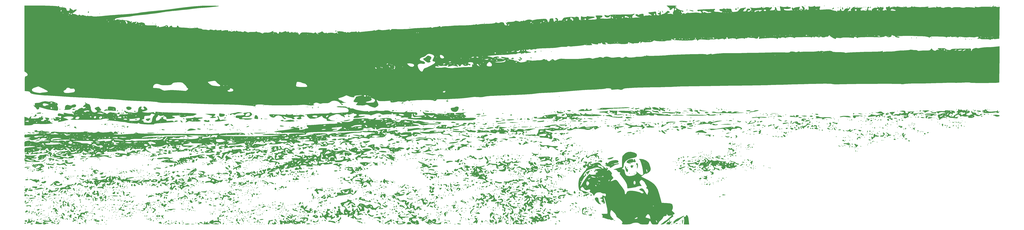
<source format=gbr>
%TF.GenerationSoftware,KiCad,Pcbnew,(6.0.7)*%
%TF.CreationDate,2022-11-12T23:42:16+01:00*%
%TF.ProjectId,skoosk backplate v1.1,736b6f6f-736b-4206-9261-636b706c6174,rev?*%
%TF.SameCoordinates,Original*%
%TF.FileFunction,Legend,Bot*%
%TF.FilePolarity,Positive*%
%FSLAX46Y46*%
G04 Gerber Fmt 4.6, Leading zero omitted, Abs format (unit mm)*
G04 Created by KiCad (PCBNEW (6.0.7)) date 2022-11-12 23:42:16*
%MOMM*%
%LPD*%
G01*
G04 APERTURE LIST*
G04 APERTURE END LIST*
%TO.C,G\u002A\u002A\u002A*%
G36*
X-51900666Y-72707500D02*
G01*
X-52077055Y-72883889D01*
X-52253444Y-72707500D01*
X-52077055Y-72531112D01*
X-51900666Y-72707500D01*
G37*
G36*
X-62640003Y-72899763D02*
G01*
X-62307611Y-73236667D01*
X-62241902Y-73361569D01*
X-62265971Y-73589445D01*
X-62327996Y-73573571D01*
X-62660389Y-73236667D01*
X-62726098Y-73111765D01*
X-62702028Y-72883889D01*
X-62640003Y-72899763D01*
G37*
G36*
X399043094Y-41619159D02*
G01*
X399110838Y-41754838D01*
X399469444Y-41336031D01*
X399864179Y-40940207D01*
X400197210Y-40853062D01*
X400189644Y-41110184D01*
X399813813Y-41630125D01*
X399513252Y-42069976D01*
X399465407Y-42814478D01*
X399544226Y-43046569D01*
X399469973Y-43141636D01*
X399016017Y-42717218D01*
X398583231Y-42195872D01*
X398462619Y-41871904D01*
X398476611Y-41740890D01*
X398217940Y-41279145D01*
X398211827Y-41271721D01*
X398144860Y-41004814D01*
X398306180Y-41004814D01*
X398596556Y-41133889D01*
X398783315Y-41108430D01*
X398831741Y-40898704D01*
X398780035Y-40856484D01*
X398361371Y-40898704D01*
X398306180Y-41004814D01*
X398144860Y-41004814D01*
X398102181Y-40834710D01*
X398621555Y-40414955D01*
X399099618Y-40191465D01*
X399284998Y-40323249D01*
X399186707Y-40898704D01*
X399168088Y-41007714D01*
X399043094Y-41619159D01*
G37*
G36*
X10400381Y-70077901D02*
G01*
X10717389Y-70414445D01*
X10772512Y-70551098D01*
X10561820Y-70767223D01*
X10459421Y-70753666D01*
X10188223Y-70414445D01*
X10192267Y-70334608D01*
X10343792Y-70061667D01*
X10400381Y-70077901D01*
G37*
G36*
X130485445Y-72001945D02*
G01*
X130309056Y-72178334D01*
X130132667Y-72001945D01*
X130309056Y-71825556D01*
X130485445Y-72001945D01*
G37*
G36*
X90717619Y-38057056D02*
G01*
X90832098Y-38073313D01*
X90926113Y-38136610D01*
X90416660Y-38180365D01*
X89386834Y-38195907D01*
X89085435Y-38194436D01*
X88216599Y-38169247D01*
X87914358Y-38119624D01*
X88248174Y-38054211D01*
X88295320Y-38049449D01*
X89551025Y-37997830D01*
X90717619Y-38057056D01*
G37*
G36*
X159413222Y-67063056D02*
G01*
X159236834Y-67239445D01*
X159060445Y-67063056D01*
X159236834Y-66886667D01*
X159413222Y-67063056D01*
G37*
G36*
X374673813Y-47948457D02*
G01*
X374837102Y-48075439D01*
X374460676Y-48161594D01*
X374102867Y-48136650D01*
X373997655Y-47976308D01*
X374122464Y-47906401D01*
X374673813Y-47948457D01*
G37*
G36*
X-46373815Y-82526482D02*
G01*
X-46318624Y-82632591D01*
X-46609000Y-82761667D01*
X-46795759Y-82736208D01*
X-46844185Y-82526482D01*
X-46792479Y-82484261D01*
X-46373815Y-82526482D01*
G37*
G36*
X-104047140Y-40068086D02*
G01*
X-103759000Y-40293090D01*
X-103988094Y-40382879D01*
X-104661764Y-40428334D01*
X-105221850Y-40342844D01*
X-105366968Y-40108675D01*
X-105223344Y-40011202D01*
X-104660691Y-39959738D01*
X-104047140Y-40068086D01*
G37*
G36*
X3838223Y-86818612D02*
G01*
X3661834Y-86995000D01*
X3485445Y-86818612D01*
X3661834Y-86642223D01*
X3838223Y-86818612D01*
G37*
G36*
X7094802Y-29858557D02*
G01*
X7366000Y-30197778D01*
X7361956Y-30277615D01*
X7210431Y-30550556D01*
X7153842Y-30534323D01*
X6836834Y-30197778D01*
X6781711Y-30061125D01*
X6992403Y-29845000D01*
X7094802Y-29858557D01*
G37*
G36*
X367552111Y-42368612D02*
G01*
X367375722Y-42545001D01*
X367199334Y-42368612D01*
X367375722Y-42192223D01*
X367552111Y-42368612D01*
G37*
G36*
X82860445Y-45190834D02*
G01*
X82684056Y-45367223D01*
X82507667Y-45190834D01*
X82684056Y-45014445D01*
X82860445Y-45190834D01*
G37*
G36*
X395245167Y-33372778D02*
G01*
X395541030Y-33639336D01*
X395774334Y-33934069D01*
X395704394Y-33967720D01*
X395245167Y-33853130D01*
X394997785Y-33716374D01*
X394716000Y-33291839D01*
X394815419Y-33158119D01*
X395245167Y-33372778D01*
G37*
G36*
X95622420Y-91082667D02*
G01*
X96318243Y-91407990D01*
X96618778Y-91785531D01*
X96490304Y-92075036D01*
X95924294Y-92286667D01*
X95490230Y-92192563D01*
X95432871Y-91757500D01*
X95415495Y-91366958D01*
X94833836Y-91228334D01*
X94366540Y-91178566D01*
X94241700Y-91018374D01*
X94279605Y-90987150D01*
X94839983Y-90909181D01*
X95622420Y-91082667D01*
G37*
G36*
X368385241Y-38488056D02*
G01*
X368349854Y-38898401D01*
X368679363Y-38978984D01*
X369245445Y-38593889D01*
X369475963Y-38411469D01*
X369668778Y-38466804D01*
X369546652Y-38735868D01*
X369051417Y-39231695D01*
X368737802Y-39451910D01*
X368121316Y-39695814D01*
X367904889Y-39403027D01*
X367775157Y-39249264D01*
X367228093Y-39260263D01*
X366740170Y-39289047D01*
X365905176Y-39028579D01*
X365610721Y-38831093D01*
X365587560Y-38713719D01*
X366188829Y-38815156D01*
X366814988Y-38853086D01*
X367554941Y-38484646D01*
X368071875Y-38035296D01*
X368410287Y-38031039D01*
X368385241Y-38488056D01*
G37*
G36*
X-16494280Y-77746203D02*
G01*
X-16461565Y-78199932D01*
X-16741019Y-78480160D01*
X-17086911Y-78454248D01*
X-17104018Y-78001193D01*
X-16958615Y-77763488D01*
X-16580168Y-77672792D01*
X-16494280Y-77746203D01*
G37*
G36*
X384015074Y-45484815D02*
G01*
X384070265Y-45590925D01*
X383779889Y-45720001D01*
X383593130Y-45694541D01*
X383544704Y-45484815D01*
X383596410Y-45442595D01*
X384015074Y-45484815D01*
G37*
G36*
X-31086777Y-38488056D02*
G01*
X-31263166Y-38664445D01*
X-31439555Y-38488056D01*
X-31263166Y-38311667D01*
X-31086777Y-38488056D01*
G37*
G36*
X126840074Y-63476482D02*
G01*
X126895265Y-63582591D01*
X126604889Y-63711667D01*
X126418130Y-63686208D01*
X126369704Y-63476482D01*
X126421410Y-63434261D01*
X126840074Y-63476482D01*
G37*
G36*
X-33556222Y-66004723D02*
G01*
X-33732611Y-66181112D01*
X-33909000Y-66004723D01*
X-33732611Y-65828334D01*
X-33556222Y-66004723D01*
G37*
G36*
X153482572Y-81153793D02*
G01*
X153768778Y-81394653D01*
X153751021Y-81486496D01*
X153378257Y-81703334D01*
X153206317Y-81779433D01*
X153190796Y-82232500D01*
X153246254Y-82503078D01*
X153052151Y-82761667D01*
X152855634Y-82634470D01*
X152710445Y-82067183D01*
X152596509Y-81601134D01*
X152123407Y-81597967D01*
X151799562Y-81673092D01*
X151764195Y-81454604D01*
X152152165Y-81209112D01*
X152837118Y-81095133D01*
X153482572Y-81153793D01*
G37*
G36*
X218679889Y-61926958D02*
G01*
X218666333Y-62029357D01*
X218327111Y-62300556D01*
X218247275Y-62296511D01*
X217974334Y-62144987D01*
X217990567Y-62088398D01*
X218327111Y-61771389D01*
X218463764Y-61716267D01*
X218679889Y-61926958D01*
G37*
G36*
X106026185Y-42662593D02*
G01*
X106081376Y-42768702D01*
X105791000Y-42897778D01*
X105604241Y-42872319D01*
X105555815Y-42662593D01*
X105607521Y-42620372D01*
X106026185Y-42662593D01*
G37*
G36*
X192688986Y-65096320D02*
G01*
X193147267Y-65339364D01*
X193988574Y-65475556D01*
X194695173Y-65576632D01*
X195552195Y-65945926D01*
X195763467Y-66104912D01*
X195977588Y-66360254D01*
X195619622Y-66416297D01*
X195333283Y-66377116D01*
X195043778Y-66122315D01*
X195033187Y-66083866D01*
X194625371Y-65902214D01*
X193809056Y-65828334D01*
X193646794Y-65831569D01*
X192884383Y-65955019D01*
X192574334Y-66201931D01*
X192602032Y-66329530D01*
X192927111Y-66357501D01*
X193104328Y-66320517D01*
X193279889Y-66671929D01*
X193175620Y-67027858D01*
X192662528Y-67563966D01*
X192206047Y-67811697D01*
X191725304Y-67887320D01*
X191163223Y-67592223D01*
X190989272Y-67450816D01*
X191111253Y-67291579D01*
X191868778Y-67239445D01*
X192084330Y-67233273D01*
X192669998Y-67138682D01*
X192704371Y-66969460D01*
X192434728Y-66529156D01*
X192307496Y-65713681D01*
X192309464Y-65571234D01*
X192410908Y-65017861D01*
X192688986Y-65096320D01*
G37*
G36*
X65771108Y-72194208D02*
G01*
X66103500Y-72531112D01*
X66169209Y-72656013D01*
X66145140Y-72883889D01*
X66083115Y-72868015D01*
X65750722Y-72531112D01*
X65685013Y-72406210D01*
X65709083Y-72178334D01*
X65771108Y-72194208D01*
G37*
G36*
X-42022889Y-82232500D02*
G01*
X-42199277Y-82408889D01*
X-42375666Y-82232500D01*
X-42199277Y-82056112D01*
X-42022889Y-82232500D01*
G37*
G36*
X40705953Y-89935191D02*
G01*
X40492920Y-90387588D01*
X40181463Y-90731895D01*
X39932368Y-90790061D01*
X39915634Y-90208760D01*
X40023858Y-89844694D01*
X40431880Y-89720792D01*
X40705953Y-89935191D01*
G37*
G36*
X-28949113Y-68138096D02*
G01*
X-29695282Y-68190432D01*
X-30195296Y-68181528D01*
X-30982187Y-68500262D01*
X-31307709Y-68819546D01*
X-31263166Y-69016909D01*
X-31201218Y-69105372D01*
X-31615944Y-69336763D01*
X-32357771Y-69513911D01*
X-32642448Y-69229362D01*
X-32423398Y-68451558D01*
X-32078051Y-67931103D01*
X-31788200Y-67951688D01*
X-31571383Y-68106051D01*
X-31100636Y-67785310D01*
X-31086928Y-67768612D01*
X-29322889Y-67768612D01*
X-29146500Y-67945001D01*
X-28970111Y-67768612D01*
X-29146500Y-67592223D01*
X-29322889Y-67768612D01*
X-31086928Y-67768612D01*
X-31055192Y-67729953D01*
X-30829193Y-67333419D01*
X-31131776Y-67234043D01*
X-31408058Y-67162985D01*
X-31086777Y-66886667D01*
X-30418619Y-66581045D01*
X-29938966Y-66627483D01*
X-29898570Y-67057060D01*
X-29959530Y-67315412D01*
X-29733135Y-67410782D01*
X-29005553Y-67198938D01*
X-28930038Y-67171948D01*
X-28208391Y-66832265D01*
X-27911777Y-66537623D01*
X-27675056Y-66294917D01*
X-27036396Y-66045106D01*
X-26325965Y-65909507D01*
X-25878655Y-65979975D01*
X-25975610Y-66194325D01*
X-26537643Y-66503949D01*
X-26994445Y-66745255D01*
X-26920819Y-66864306D01*
X-26730275Y-66922501D01*
X-26714107Y-67299396D01*
X-26760385Y-67546449D01*
X-26293954Y-67453994D01*
X-25972597Y-67350005D01*
X-25942445Y-67463699D01*
X-26430718Y-67953952D01*
X-27134114Y-68423075D01*
X-27807785Y-68495201D01*
X-28030985Y-68396624D01*
X-28142185Y-68157265D01*
X-27701345Y-67721689D01*
X-27423706Y-67480289D01*
X-27450508Y-67432678D01*
X-28035983Y-67763125D01*
X-28045298Y-67768612D01*
X-28055724Y-67774754D01*
X-28949113Y-68138096D01*
G37*
G36*
X170336141Y-86290055D02*
G01*
X170475916Y-86597079D01*
X170418669Y-87278945D01*
X170212628Y-88061526D01*
X169906019Y-88670695D01*
X169749782Y-88923921D01*
X169915617Y-89111667D01*
X170087000Y-89158973D01*
X170461585Y-89600905D01*
X170463843Y-89916862D01*
X169970162Y-89912538D01*
X169585668Y-89725670D01*
X169291000Y-89246911D01*
X169233917Y-89024892D01*
X168772905Y-88758889D01*
X168535987Y-88697017D01*
X168441465Y-88272476D01*
X168611916Y-88038209D01*
X169223972Y-87831504D01*
X169613984Y-87719737D01*
X169932727Y-87083195D01*
X170064085Y-86589184D01*
X170324949Y-86289445D01*
X170336141Y-86290055D01*
G37*
G36*
X-7721865Y-63372446D02*
G01*
X-7450666Y-63711667D01*
X-7454711Y-63791504D01*
X-7606235Y-64064445D01*
X-7662824Y-64048211D01*
X-7979833Y-63711667D01*
X-8034956Y-63575014D01*
X-7824264Y-63358889D01*
X-7721865Y-63372446D01*
G37*
G36*
X-101079479Y-88351604D02*
G01*
X-101188379Y-88508319D01*
X-101486764Y-88758889D01*
X-101536082Y-88755455D01*
X-101613771Y-88551245D01*
X-101235048Y-88196035D01*
X-101037900Y-88110200D01*
X-101079479Y-88351604D01*
G37*
G36*
X-12507148Y-71237593D02*
G01*
X-12451957Y-71343702D01*
X-12742333Y-71472778D01*
X-12929093Y-71447319D01*
X-12977518Y-71237593D01*
X-12925813Y-71195372D01*
X-12507148Y-71237593D01*
G37*
G36*
X-62601592Y-83937593D02*
G01*
X-62546401Y-84043702D01*
X-62836777Y-84172778D01*
X-63023537Y-84147319D01*
X-63071963Y-83937593D01*
X-63020257Y-83895372D01*
X-62601592Y-83937593D01*
G37*
G36*
X-28793722Y-38311667D02*
G01*
X-28462263Y-38478254D01*
X-28528595Y-38596069D01*
X-29234694Y-38639650D01*
X-29322999Y-38640516D01*
X-30073265Y-38544961D01*
X-30381222Y-38311667D01*
X-30306856Y-38107664D01*
X-29769708Y-38010629D01*
X-28793722Y-38311667D01*
G37*
G36*
X70218686Y-47547200D02*
G01*
X70513222Y-47836667D01*
X70283332Y-48071226D01*
X69610458Y-48189445D01*
X69050620Y-48098261D01*
X68925722Y-47836667D01*
X69153147Y-47645882D01*
X69828487Y-47483889D01*
X70218686Y-47547200D01*
G37*
G36*
X344679390Y-32700440D02*
G01*
X345129921Y-32747187D01*
X345008934Y-32890104D01*
X344268778Y-33196389D01*
X343125954Y-33582912D01*
X342386670Y-33673646D01*
X342152111Y-33413923D01*
X342179234Y-33317022D01*
X342652296Y-32998867D01*
X343541638Y-32771035D01*
X344621556Y-32698878D01*
X344679390Y-32700440D01*
G37*
G36*
X-96703444Y-74295000D02*
G01*
X-96728903Y-74481760D01*
X-96938629Y-74530186D01*
X-96980850Y-74478480D01*
X-96938629Y-74059815D01*
X-96832520Y-74004624D01*
X-96703444Y-74295000D01*
G37*
G36*
X154827111Y-82854061D02*
G01*
X154810663Y-83052114D01*
X154591926Y-83584815D01*
X154475161Y-83679413D01*
X154011194Y-83812444D01*
X153768778Y-83618413D01*
X153869520Y-83399705D01*
X154297945Y-82887659D01*
X154396096Y-82791241D01*
X154744422Y-82553279D01*
X154827111Y-82854061D01*
G37*
G36*
X-53184678Y-63378992D02*
G01*
X-53019970Y-63592381D01*
X-53135389Y-63631176D01*
X-53471049Y-63577417D01*
X-54193722Y-63731016D01*
X-54598493Y-63882727D01*
X-55179412Y-64021000D01*
X-55196533Y-63879100D01*
X-54595790Y-63489503D01*
X-54271637Y-63323727D01*
X-53618894Y-63141654D01*
X-53184678Y-63378992D01*
G37*
G36*
X427944386Y-33873933D02*
G01*
X428229889Y-34137130D01*
X428223519Y-34194417D01*
X427897931Y-34431112D01*
X427849565Y-34428207D01*
X427384283Y-34137130D01*
X427360511Y-33996067D01*
X427716241Y-33843149D01*
X427944386Y-33873933D01*
G37*
G36*
X376724334Y-42721389D02*
G01*
X376547945Y-42897778D01*
X376371556Y-42721389D01*
X376547945Y-42545001D01*
X376724334Y-42721389D01*
G37*
G36*
X141745459Y-92715877D02*
G01*
X142656278Y-92975071D01*
X142932559Y-93114466D01*
X142810828Y-93218876D01*
X142038917Y-93233137D01*
X141801596Y-93223528D01*
X141028027Y-93110856D01*
X140716000Y-92922306D01*
X140716208Y-92913585D01*
X141020774Y-92693261D01*
X141745459Y-92715877D01*
G37*
G36*
X377429889Y-35313056D02*
G01*
X377253500Y-35489445D01*
X377077111Y-35313056D01*
X377253500Y-35136667D01*
X377429889Y-35313056D01*
G37*
G36*
X-71303444Y-80821389D02*
G01*
X-71479833Y-80997778D01*
X-71656222Y-80821389D01*
X-71479833Y-80645000D01*
X-71303444Y-80821389D01*
G37*
G36*
X134057320Y-69945112D02*
G01*
X134769915Y-70263394D01*
X134983361Y-70948314D01*
X134880054Y-71499928D01*
X134478018Y-71575650D01*
X134259963Y-71424620D01*
X134158265Y-70898088D01*
X134146329Y-70609302D01*
X133668108Y-70361709D01*
X132778500Y-70397867D01*
X132619263Y-70394490D01*
X132778500Y-70114003D01*
X133240918Y-69928355D01*
X134057320Y-69945112D01*
G37*
G36*
X310637297Y-48659815D02*
G01*
X310692487Y-48765925D01*
X310402111Y-48895001D01*
X310215352Y-48869541D01*
X310166926Y-48659815D01*
X310218632Y-48617595D01*
X310637297Y-48659815D01*
G37*
G36*
X18184519Y-61359815D02*
G01*
X18239710Y-61465925D01*
X17949334Y-61595001D01*
X17762574Y-61569541D01*
X17714148Y-61359815D01*
X17765854Y-61317595D01*
X18184519Y-61359815D01*
G37*
G36*
X198453963Y-79704260D02*
G01*
X198509154Y-79810369D01*
X198218778Y-79939445D01*
X198032019Y-79913986D01*
X197983593Y-79704260D01*
X198035299Y-79662039D01*
X198453963Y-79704260D01*
G37*
G36*
X6307667Y-81879723D02*
G01*
X6131278Y-82056112D01*
X5954889Y-81879723D01*
X6131278Y-81703334D01*
X6307667Y-81879723D01*
G37*
G36*
X140363222Y-46778334D02*
G01*
X140337763Y-46965093D01*
X140128037Y-47013519D01*
X140085817Y-46961813D01*
X140128037Y-46543149D01*
X140234147Y-46487958D01*
X140363222Y-46778334D01*
G37*
G36*
X30531741Y-39487593D02*
G01*
X30586932Y-39593702D01*
X30296556Y-39722778D01*
X30109796Y-39697319D01*
X30061371Y-39487593D01*
X30113076Y-39445372D01*
X30531741Y-39487593D01*
G37*
G36*
X32413223Y-57890834D02*
G01*
X32236834Y-58067223D01*
X32060445Y-57890834D01*
X32236834Y-57714445D01*
X32413223Y-57890834D01*
G37*
G36*
X263213284Y-28216246D02*
G01*
X263440737Y-28227694D01*
X265043901Y-28308477D01*
X266079805Y-28367945D01*
X266671431Y-28422323D01*
X266941759Y-28487832D01*
X267013770Y-28580695D01*
X267010445Y-28717134D01*
X266837566Y-28832022D01*
X266132936Y-28945369D01*
X265070512Y-28981717D01*
X264273082Y-28957252D01*
X263449623Y-28880723D01*
X263130234Y-28774169D01*
X262863384Y-28697190D01*
X262066537Y-28663766D01*
X260925028Y-28691061D01*
X260494642Y-28709478D01*
X259522045Y-28713440D01*
X259158273Y-28622270D01*
X259332729Y-28424132D01*
X259397687Y-28391084D01*
X260175352Y-28235834D01*
X261493233Y-28175090D01*
X263213284Y-28216246D01*
G37*
G36*
X140992066Y-84878698D02*
G01*
X141266561Y-84985630D01*
X140994492Y-85394082D01*
X140557470Y-85763552D01*
X140070762Y-85944369D01*
X139821956Y-85826592D01*
X140010445Y-85407500D01*
X140318622Y-85127801D01*
X140949494Y-84878334D01*
X140992066Y-84878698D01*
G37*
G36*
X87512702Y-92398457D02*
G01*
X87675991Y-92525439D01*
X87299565Y-92611594D01*
X86941756Y-92586650D01*
X86836544Y-92426308D01*
X86961352Y-92356401D01*
X87512702Y-92398457D01*
G37*
G36*
X424497752Y-35869922D02*
G01*
X424525723Y-36195001D01*
X424453316Y-36300574D01*
X424152125Y-36547778D01*
X424116918Y-36538606D01*
X423996556Y-36195001D01*
X424010912Y-36098308D01*
X424370153Y-35842223D01*
X424497752Y-35869922D01*
G37*
G36*
X30296556Y-67063056D02*
G01*
X30120167Y-67239445D01*
X29943778Y-67063056D01*
X30120167Y-66886667D01*
X30296556Y-67063056D01*
G37*
G36*
X88243646Y-46076490D02*
G01*
X87508106Y-46340620D01*
X87173179Y-46331581D01*
X87093778Y-46072778D01*
X87034077Y-45910490D01*
X86564611Y-45720001D01*
X86321180Y-45680200D01*
X86239676Y-45590925D01*
X87508958Y-45590925D01*
X87799334Y-45720001D01*
X87986093Y-45694541D01*
X88034519Y-45484815D01*
X87982813Y-45442595D01*
X87564148Y-45484815D01*
X87508958Y-45590925D01*
X86239676Y-45590925D01*
X86035445Y-45367223D01*
X86325876Y-45120710D01*
X87049681Y-45014445D01*
X88003530Y-44958420D01*
X89166347Y-44793959D01*
X89987992Y-44718731D01*
X90225564Y-44901777D01*
X89872256Y-45277152D01*
X89484550Y-45484815D01*
X88944063Y-45774311D01*
X88243646Y-46076490D01*
G37*
G36*
X149600037Y-67676794D02*
G01*
X149888222Y-68121389D01*
X149744450Y-68445738D01*
X149094472Y-68609633D01*
X148833367Y-68593619D01*
X148569648Y-68530069D01*
X148969288Y-68397516D01*
X149022723Y-68383524D01*
X149409524Y-68190943D01*
X149145677Y-67914674D01*
X149142836Y-67912874D01*
X148875494Y-67663918D01*
X149270861Y-67597625D01*
X149600037Y-67676794D01*
G37*
G36*
X214658714Y-50675123D02*
G01*
X214975723Y-51011667D01*
X215030845Y-51148320D01*
X214820153Y-51364445D01*
X214717755Y-51350888D01*
X214446556Y-51011667D01*
X214450600Y-50931831D01*
X214602125Y-50658889D01*
X214658714Y-50675123D01*
G37*
G36*
X169119686Y-86351056D02*
G01*
X169063627Y-86610841D01*
X168477578Y-87182538D01*
X167923505Y-87657952D01*
X167423609Y-87985433D01*
X167239917Y-87829425D01*
X167253629Y-87190723D01*
X167267165Y-87051217D01*
X167425442Y-86577371D01*
X167778844Y-86704752D01*
X168083208Y-86896781D01*
X168232667Y-86685418D01*
X168327285Y-86477118D01*
X168850028Y-86300593D01*
X169119686Y-86351056D01*
G37*
G36*
X361554889Y-32490834D02*
G01*
X361378500Y-32667223D01*
X361202111Y-32490834D01*
X361378500Y-32314445D01*
X361554889Y-32490834D01*
G37*
G36*
X143538222Y-90346389D02*
G01*
X143361834Y-90522778D01*
X143185445Y-90346389D01*
X143361834Y-90170000D01*
X143538222Y-90346389D01*
G37*
G36*
X-90829543Y-24389482D02*
G01*
X-90532730Y-25028569D01*
X-90267402Y-25652278D01*
X-90263400Y-25788056D01*
X-90238807Y-26622507D01*
X-90436842Y-27114281D01*
X-90860592Y-27313488D01*
X-91726081Y-27228448D01*
X-91968500Y-27189556D01*
X-93257798Y-27010747D01*
X-94586778Y-26858428D01*
X-95189793Y-26783119D01*
X-96608030Y-26509165D01*
X-98409794Y-26044215D01*
X-99272573Y-25788056D01*
X-94586778Y-25788056D01*
X-94576538Y-25928643D01*
X-94285318Y-26306232D01*
X-93773220Y-26091628D01*
X-93683837Y-25944759D01*
X-93722045Y-25788056D01*
X-93175666Y-25788056D01*
X-93018964Y-25944759D01*
X-92999278Y-25964445D01*
X-92822889Y-25788056D01*
X-92999278Y-25611667D01*
X-93175666Y-25788056D01*
X-93722045Y-25788056D01*
X-93794156Y-25492308D01*
X-94254820Y-25258889D01*
X-94407333Y-25318427D01*
X-94586778Y-25788056D01*
X-99272573Y-25788056D01*
X-100731697Y-25354842D01*
X-101216745Y-25310301D01*
X-101194945Y-25702155D01*
X-101152788Y-26019543D01*
X-101517072Y-26464416D01*
X-101713978Y-26535480D01*
X-102458417Y-26640852D01*
X-102700666Y-26279800D01*
X-102700835Y-26272004D01*
X-102965484Y-25793396D01*
X-103582611Y-25195862D01*
X-103598477Y-25183314D01*
X-104209083Y-24577313D01*
X-104459153Y-24086757D01*
X-104394248Y-23932929D01*
X-104111778Y-24200556D01*
X-104055906Y-24286060D01*
X-103808830Y-24551853D01*
X-103722604Y-24200556D01*
X-103709995Y-23987670D01*
X-103712170Y-23923561D01*
X-99167487Y-23923561D01*
X-99091826Y-24130482D01*
X-98617952Y-24489678D01*
X-98001189Y-24676737D01*
X-97585978Y-24554288D01*
X-97253465Y-24330998D01*
X-96506235Y-24200556D01*
X-95814726Y-24110068D01*
X-95691823Y-23864617D01*
X-96147222Y-23537610D01*
X-97134500Y-23202776D01*
X-98271431Y-23031340D01*
X-98945477Y-23258386D01*
X-99167487Y-23923561D01*
X-103712170Y-23923561D01*
X-103736206Y-23215005D01*
X-103737796Y-23143101D01*
X-103405955Y-22872706D01*
X-102455087Y-22833778D01*
X-102388284Y-22836747D01*
X-101937094Y-22789445D01*
X-94763166Y-22789445D01*
X-94742611Y-23006418D01*
X-94254820Y-23142223D01*
X-93824802Y-23073300D01*
X-93761999Y-23013147D01*
X-92054931Y-23013147D01*
X-91764555Y-23142223D01*
X-91577796Y-23116764D01*
X-91529370Y-22907038D01*
X-91581076Y-22864817D01*
X-91999740Y-22907038D01*
X-92054931Y-23013147D01*
X-93761999Y-23013147D01*
X-93528444Y-22789445D01*
X-93580845Y-22633912D01*
X-94036791Y-22436667D01*
X-94252740Y-22464845D01*
X-94763166Y-22789445D01*
X-101937094Y-22789445D01*
X-101135802Y-22705439D01*
X-99984158Y-22320024D01*
X-99472365Y-22090463D01*
X-97792020Y-21772280D01*
X-96174278Y-22064365D01*
X-95674473Y-22168321D01*
X-94857445Y-22030414D01*
X-94803115Y-22006013D01*
X-94039260Y-21953420D01*
X-92968363Y-22150346D01*
X-91842670Y-22516589D01*
X-91286459Y-22789445D01*
X-91046748Y-22907038D01*
X-90914428Y-22971949D01*
X-90435885Y-23436226D01*
X-90386409Y-23733570D01*
X-90470776Y-23864617D01*
X-90633619Y-24117559D01*
X-90829543Y-24389482D01*
G37*
G36*
X428229889Y-35712871D02*
G01*
X428227293Y-35769500D01*
X427994704Y-36312593D01*
X427945832Y-36354590D01*
X427577250Y-36365510D01*
X427542897Y-36214829D01*
X427812435Y-35765788D01*
X428050906Y-35581704D01*
X428229889Y-35712871D01*
G37*
G36*
X176783656Y-53138585D02*
G01*
X177052111Y-53481112D01*
X177041860Y-53565434D01*
X176699334Y-53833889D01*
X176615011Y-53823638D01*
X176346556Y-53481112D01*
X176356807Y-53396789D01*
X176699334Y-53128334D01*
X176783656Y-53138585D01*
G37*
G36*
X78601114Y-68781372D02*
G01*
X79107463Y-69179723D01*
X79173393Y-69492299D01*
X78952121Y-69697930D01*
X78433084Y-69390354D01*
X78140178Y-69191585D01*
X77392389Y-68902110D01*
X77248025Y-68862913D01*
X77170368Y-68752287D01*
X77795618Y-68691479D01*
X78601114Y-68781372D01*
G37*
G36*
X164587297Y-53598704D02*
G01*
X164642487Y-53704814D01*
X164352111Y-53833889D01*
X164165352Y-53808430D01*
X164116926Y-53598704D01*
X164168632Y-53556484D01*
X164587297Y-53598704D01*
G37*
G36*
X90142709Y-87528088D02*
G01*
X90280355Y-87762513D01*
X90634145Y-87869164D01*
X90758017Y-87829366D01*
X91157753Y-88064710D01*
X91369283Y-88243637D01*
X91887685Y-88027268D01*
X92279782Y-87809596D01*
X92385445Y-88160660D01*
X92292890Y-88467410D01*
X91768084Y-88839411D01*
X91419946Y-88861382D01*
X90387549Y-88555166D01*
X89321347Y-87823015D01*
X89070474Y-87471117D01*
X89409254Y-87211601D01*
X89702507Y-87177334D01*
X90142709Y-87528088D01*
G37*
G36*
X-104005255Y-61135720D02*
G01*
X-103854156Y-61619440D01*
X-103846886Y-62063069D01*
X-103972504Y-62263723D01*
X-104235016Y-61782687D01*
X-104297212Y-61520108D01*
X-104169602Y-61101571D01*
X-104005255Y-61135720D01*
G37*
G36*
X53579889Y-88229723D02*
G01*
X53403500Y-88406112D01*
X53227111Y-88229723D01*
X53403500Y-88053334D01*
X53579889Y-88229723D01*
G37*
G36*
X-56839555Y-89288056D02*
G01*
X-57015944Y-89464445D01*
X-57192333Y-89288056D01*
X-57015944Y-89111667D01*
X-56839555Y-89288056D01*
G37*
G36*
X300406741Y-46190371D02*
G01*
X300461932Y-46296480D01*
X300171556Y-46425556D01*
X299984796Y-46400097D01*
X299936371Y-46190371D01*
X299988076Y-46148150D01*
X300406741Y-46190371D01*
G37*
G36*
X374960445Y-35313056D02*
G01*
X374784056Y-35489445D01*
X374607667Y-35313056D01*
X374784056Y-35136667D01*
X374960445Y-35313056D01*
G37*
G36*
X230556741Y-26434815D02*
G01*
X230611932Y-26540925D01*
X230321556Y-26670000D01*
X230134796Y-26644541D01*
X230086371Y-26434815D01*
X230138076Y-26392595D01*
X230556741Y-26434815D01*
G37*
G36*
X195378840Y-67757662D02*
G01*
X195507493Y-67875742D01*
X195534602Y-68359818D01*
X195370827Y-68508083D01*
X195018862Y-68257464D01*
X194889030Y-68004950D01*
X194913324Y-67636296D01*
X195378840Y-67757662D01*
G37*
G36*
X-46620219Y-79616065D02*
G01*
X-46639100Y-79883890D01*
X-46844185Y-80409815D01*
X-47109327Y-80538614D01*
X-47814324Y-80617150D01*
X-48253550Y-80548376D01*
X-48020111Y-80383530D01*
X-47686688Y-80197638D01*
X-47061191Y-79617631D01*
X-46926756Y-79445853D01*
X-46676836Y-79241009D01*
X-46620219Y-79616065D01*
G37*
G36*
X-25207148Y-48659815D02*
G01*
X-25151957Y-48765925D01*
X-25442333Y-48895001D01*
X-25629093Y-48869541D01*
X-25677518Y-48659815D01*
X-25625813Y-48617595D01*
X-25207148Y-48659815D01*
G37*
G36*
X-80828444Y-75706112D02*
G01*
X-80853903Y-75892871D01*
X-81063629Y-75941297D01*
X-81105850Y-75889591D01*
X-81063629Y-75470926D01*
X-80957520Y-75415736D01*
X-80828444Y-75706112D01*
G37*
G36*
X121379368Y-61001235D02*
G01*
X121542658Y-61128216D01*
X121166232Y-61214372D01*
X120808423Y-61189428D01*
X120703211Y-61029086D01*
X120828019Y-60959179D01*
X121379368Y-61001235D01*
G37*
G36*
X198787998Y-54345513D02*
G01*
X199315051Y-54532572D01*
X199328435Y-54773143D01*
X198764868Y-54892223D01*
X198519037Y-54955829D01*
X198088072Y-55429552D01*
X198052392Y-55528315D01*
X198074750Y-55794193D01*
X198556303Y-55605941D01*
X199011428Y-55400412D01*
X199627517Y-55245001D01*
X199787842Y-55271516D01*
X199836208Y-55529588D01*
X199463941Y-55929432D01*
X198800040Y-56305694D01*
X198514511Y-56419945D01*
X197931624Y-56576478D01*
X197700630Y-56307296D01*
X197624903Y-55473085D01*
X197631186Y-54714898D01*
X197884457Y-54371753D01*
X198560362Y-54326680D01*
X198787998Y-54345513D01*
G37*
G36*
X176924488Y-70881312D02*
G01*
X176963927Y-71144332D01*
X176481991Y-71777787D01*
X176035982Y-72147303D01*
X175159075Y-72237058D01*
X174942597Y-72174872D01*
X174659494Y-72026316D01*
X175023639Y-71902150D01*
X175348106Y-71770358D01*
X175641000Y-71345595D01*
X175772463Y-71087507D01*
X176346556Y-70864220D01*
X176924488Y-70881312D01*
G37*
G36*
X240552111Y-63711667D02*
G01*
X240526652Y-63898427D01*
X240316926Y-63946852D01*
X240274706Y-63895147D01*
X240316926Y-63476482D01*
X240423036Y-63421291D01*
X240552111Y-63711667D01*
G37*
G36*
X175288222Y-71296389D02*
G01*
X175111834Y-71472778D01*
X174935445Y-71296389D01*
X175111834Y-71120000D01*
X175288222Y-71296389D01*
G37*
G36*
X59929889Y-76940834D02*
G01*
X59753500Y-77117223D01*
X59577111Y-76940834D01*
X59753500Y-76764445D01*
X59929889Y-76940834D01*
G37*
G36*
X-30146037Y-41957038D02*
G01*
X-30090846Y-42063147D01*
X-30381222Y-42192223D01*
X-30567981Y-42166764D01*
X-30616407Y-41957038D01*
X-30564701Y-41914817D01*
X-30146037Y-41957038D01*
G37*
G36*
X-31086777Y-81526945D02*
G01*
X-31263166Y-81703334D01*
X-31439555Y-81526945D01*
X-31263166Y-81350556D01*
X-31086777Y-81526945D01*
G37*
G36*
X180065119Y-73993258D02*
G01*
X180227111Y-74668598D01*
X180297350Y-75059186D01*
X180617632Y-75353334D01*
X180789572Y-75277234D01*
X180805093Y-74824167D01*
X180749635Y-74553589D01*
X180943739Y-74295000D01*
X181144283Y-74432319D01*
X181285445Y-75011628D01*
X181258264Y-75248410D01*
X180907955Y-75807832D01*
X180359657Y-76005685D01*
X179877296Y-75710906D01*
X179609228Y-75533127D01*
X179359961Y-76012278D01*
X179224861Y-76296018D01*
X178775261Y-76695235D01*
X178319029Y-76742360D01*
X178110445Y-76365509D01*
X178110420Y-76362102D01*
X177789349Y-76119991D01*
X176867817Y-76168223D01*
X176685735Y-76195146D01*
X175982588Y-76215042D01*
X175830304Y-76037993D01*
X175895348Y-75974431D01*
X176490145Y-75783120D01*
X177425709Y-75706112D01*
X177941124Y-75695808D01*
X178650710Y-75575404D01*
X178722522Y-75278027D01*
X178198639Y-74751719D01*
X177880017Y-74471529D01*
X177908358Y-74328670D01*
X178551417Y-74399324D01*
X179268317Y-74400832D01*
X179521556Y-74048871D01*
X179564656Y-73836244D01*
X179874334Y-73765834D01*
X180065119Y-73993258D01*
G37*
G36*
X152710445Y-89288056D02*
G01*
X152534056Y-89464445D01*
X152357667Y-89288056D01*
X152534056Y-89111667D01*
X152710445Y-89288056D01*
G37*
G36*
X20132146Y-40540124D02*
G01*
X20295435Y-40667105D01*
X19919010Y-40753261D01*
X19561201Y-40728317D01*
X19455989Y-40567975D01*
X19580797Y-40498068D01*
X20132146Y-40540124D01*
G37*
G36*
X65775575Y-84309889D02*
G01*
X66063317Y-84401860D01*
X66837909Y-84525556D01*
X67049844Y-84541590D01*
X67336685Y-84754803D01*
X67104721Y-85089282D01*
X66431217Y-85382268D01*
X66266472Y-85429702D01*
X65725398Y-85808988D01*
X65841005Y-86316004D01*
X66603536Y-86866700D01*
X67064191Y-87198765D01*
X67016650Y-87504881D01*
X66870530Y-87572540D01*
X66312789Y-87544500D01*
X66154312Y-87575403D01*
X66177545Y-88052847D01*
X66374319Y-88541130D01*
X66803883Y-88709050D01*
X67464215Y-88229723D01*
X67846846Y-87934713D01*
X68459552Y-87728407D01*
X68701480Y-87770915D01*
X68504568Y-87927588D01*
X68328634Y-88069237D01*
X68277728Y-88605293D01*
X68310363Y-88678386D01*
X68730879Y-89049302D01*
X69220054Y-89060213D01*
X69454889Y-88688334D01*
X69526192Y-88444987D01*
X69872343Y-88682454D01*
X70064788Y-88910144D01*
X70136926Y-89193982D01*
X70117283Y-89205869D01*
X69678522Y-89461933D01*
X68925722Y-89896030D01*
X68570558Y-90093243D01*
X67765873Y-90453909D01*
X67451065Y-90429146D01*
X67673702Y-90014455D01*
X67843081Y-89727371D01*
X67644769Y-89474917D01*
X66857843Y-89273933D01*
X66382880Y-89201121D01*
X65447408Y-89213259D01*
X65045548Y-89498825D01*
X65247621Y-90025019D01*
X65476602Y-90408534D01*
X65189809Y-90522778D01*
X65140180Y-90518168D01*
X64586993Y-90205552D01*
X63938222Y-89552639D01*
X63572129Y-89131251D01*
X63105035Y-88830987D01*
X62707887Y-89023473D01*
X62465106Y-89225687D01*
X61800544Y-89479151D01*
X61319748Y-89310581D01*
X61238783Y-88758889D01*
X61481660Y-88217232D01*
X61846658Y-88115026D01*
X62142482Y-88670695D01*
X62197911Y-88887853D01*
X62339112Y-89077588D01*
X62576803Y-88623964D01*
X62674579Y-88199133D01*
X62452020Y-87301047D01*
X62240013Y-86889203D01*
X62245154Y-86642223D01*
X62353959Y-86665285D01*
X62796289Y-86986433D01*
X63175108Y-87461167D01*
X63241008Y-87799622D01*
X63199781Y-87887205D01*
X63434196Y-88215217D01*
X63591267Y-88277973D01*
X63810445Y-88074154D01*
X63877926Y-87895401D01*
X64360431Y-87700556D01*
X64612415Y-87649792D01*
X64692389Y-87347778D01*
X64643878Y-87191319D01*
X64936153Y-86989598D01*
X65173533Y-86923626D01*
X64870497Y-86650750D01*
X64705573Y-86537215D01*
X64572206Y-86237852D01*
X65016010Y-85825222D01*
X65391338Y-85432439D01*
X65451263Y-84713681D01*
X65383551Y-84278784D01*
X65775575Y-84309889D01*
G37*
G36*
X280063222Y-60360278D02*
G01*
X279886834Y-60536667D01*
X279710445Y-60360278D01*
X279886834Y-60183889D01*
X280063222Y-60360278D01*
G37*
G36*
X194691000Y-72001945D02*
G01*
X194514611Y-72178334D01*
X194338223Y-72001945D01*
X194514611Y-71825556D01*
X194691000Y-72001945D01*
G37*
G36*
X169460552Y-81376900D02*
G01*
X169468317Y-81701833D01*
X169577795Y-82066350D01*
X170163063Y-82468576D01*
X170281905Y-82524402D01*
X170773663Y-82874035D01*
X170623928Y-83164327D01*
X170394509Y-83256394D01*
X170055352Y-83103140D01*
X169878884Y-82915583D01*
X169261602Y-82761667D01*
X168881050Y-82735908D01*
X168585445Y-82614131D01*
X168658528Y-82234709D01*
X168976799Y-81632486D01*
X169349563Y-81350556D01*
X169460552Y-81376900D01*
G37*
G36*
X131778963Y-83937593D02*
G01*
X131834154Y-84043702D01*
X131543778Y-84172778D01*
X131357019Y-84147319D01*
X131308593Y-83937593D01*
X131360299Y-83895372D01*
X131778963Y-83937593D01*
G37*
G36*
X359320630Y-32079260D02*
G01*
X359375821Y-32185369D01*
X359085445Y-32314445D01*
X358898685Y-32288986D01*
X358850260Y-32079260D01*
X358901965Y-32037039D01*
X359320630Y-32079260D01*
G37*
G36*
X205726691Y-50668987D02*
G01*
X205979889Y-51011667D01*
X205912578Y-51180260D01*
X205429903Y-51364445D01*
X205177919Y-51313680D01*
X205097945Y-51011667D01*
X205170151Y-50915323D01*
X205647931Y-50658889D01*
X205726691Y-50668987D01*
G37*
G36*
X232173639Y-90994696D02*
G01*
X232233481Y-91117193D01*
X231732667Y-91172632D01*
X231247378Y-91123457D01*
X231291695Y-90994696D01*
X231451381Y-90948102D01*
X232173639Y-90994696D01*
G37*
G36*
X153129589Y-83093553D02*
G01*
X153416000Y-83473751D01*
X153316665Y-83608651D01*
X152798639Y-83639388D01*
X152463386Y-83579738D01*
X151846139Y-83494214D01*
X151721855Y-83436954D01*
X151875343Y-83102880D01*
X151938307Y-83050207D01*
X152514802Y-82922950D01*
X153129589Y-83093553D01*
G37*
G36*
X116609519Y-87465371D02*
G01*
X116664710Y-87571480D01*
X116374334Y-87700556D01*
X116187574Y-87675097D01*
X116139148Y-87465371D01*
X116190854Y-87423150D01*
X116609519Y-87465371D01*
G37*
G36*
X269269506Y-29126026D02*
G01*
X268961376Y-29066068D01*
X268270808Y-28806855D01*
X267771143Y-28573531D01*
X268517100Y-28573531D01*
X268522563Y-28693956D01*
X268980121Y-28758816D01*
X269326883Y-28702324D01*
X269193257Y-28545680D01*
X268989254Y-28489316D01*
X268517100Y-28573531D01*
X267771143Y-28573531D01*
X267504526Y-28449031D01*
X266907292Y-28109849D01*
X266723873Y-27906560D01*
X266899173Y-27881929D01*
X267611028Y-27901877D01*
X268660428Y-27985781D01*
X268968485Y-28017779D01*
X269865490Y-28158919D01*
X270195804Y-28348777D01*
X270071539Y-28639273D01*
X270003064Y-28702324D01*
X269816177Y-28874409D01*
X269269506Y-29126026D01*
G37*
G36*
X58518778Y-72001945D02*
G01*
X58342389Y-72178334D01*
X58166000Y-72001945D01*
X58342389Y-71825556D01*
X58518778Y-72001945D01*
G37*
G36*
X90797945Y-70639649D02*
G01*
X91051254Y-70753882D01*
X91327111Y-70981355D01*
X91268624Y-71044523D01*
X90797945Y-71120000D01*
X90554682Y-71081506D01*
X90268778Y-70778295D01*
X90343688Y-70632316D01*
X90797945Y-70639649D01*
G37*
G36*
X-62131222Y-63535278D02*
G01*
X-62307611Y-63711667D01*
X-62484000Y-63535278D01*
X-62307611Y-63358889D01*
X-62131222Y-63535278D01*
G37*
G36*
X168404139Y-55939662D02*
G01*
X168448513Y-56504109D01*
X168406917Y-56737399D01*
X168651691Y-57226221D01*
X168994129Y-57356533D01*
X169912353Y-57434566D01*
X170879792Y-57317723D01*
X171526557Y-57031110D01*
X171894253Y-56793346D01*
X172482508Y-56661579D01*
X172930506Y-56746981D01*
X172971809Y-57046684D01*
X172925373Y-57161128D01*
X173135028Y-57277617D01*
X173690608Y-57140805D01*
X174391933Y-56816268D01*
X175038821Y-56369581D01*
X175338446Y-56114038D01*
X175554628Y-56027082D01*
X175421787Y-56464110D01*
X175343130Y-56699883D01*
X175427543Y-56980362D01*
X176026898Y-56899982D01*
X176673421Y-56845446D01*
X177407820Y-57046677D01*
X177523907Y-57129588D01*
X177618093Y-57282908D01*
X177096128Y-57170593D01*
X176564060Y-57086821D01*
X176475421Y-57284771D01*
X176480915Y-57392713D01*
X176031988Y-57562379D01*
X175020293Y-57610948D01*
X174520226Y-57610107D01*
X173476090Y-57651552D01*
X172818778Y-57738244D01*
X172537963Y-57752148D01*
X172397711Y-57390146D01*
X172409719Y-57331620D01*
X172371021Y-57071901D01*
X171968017Y-57335787D01*
X171671932Y-57625793D01*
X171460722Y-58012864D01*
X171465507Y-58051196D01*
X171399673Y-58824244D01*
X171031116Y-59125556D01*
X170835437Y-58956330D01*
X170871572Y-58331806D01*
X170951577Y-58026178D01*
X170963144Y-57786980D01*
X170699863Y-58158211D01*
X170521072Y-58583412D01*
X170551826Y-59167792D01*
X170606588Y-59404124D01*
X170306335Y-59865151D01*
X170290890Y-59874993D01*
X170066733Y-60111331D01*
X170497945Y-60178487D01*
X170982484Y-60273948D01*
X171757349Y-60710254D01*
X172073666Y-60959282D01*
X172503125Y-60992841D01*
X173093292Y-60533865D01*
X173248049Y-60393162D01*
X173862116Y-59927777D01*
X174141704Y-59878161D01*
X173991528Y-60272084D01*
X173877935Y-60465963D01*
X173662027Y-60977639D01*
X173568431Y-61418612D01*
X173327909Y-61587271D01*
X172681641Y-61589122D01*
X171940621Y-61401272D01*
X171413819Y-61073247D01*
X170935658Y-60743585D01*
X170260127Y-60937187D01*
X169809409Y-61135952D01*
X169649073Y-60961508D01*
X169756449Y-60237897D01*
X169761836Y-60210342D01*
X169806662Y-59397797D01*
X169626468Y-58938469D01*
X169524111Y-58850082D01*
X169482455Y-58395624D01*
X169511999Y-58231430D01*
X169152031Y-58067223D01*
X168636992Y-57989099D01*
X167815446Y-57694020D01*
X167116786Y-57303668D01*
X166821556Y-56952263D01*
X166971083Y-56774640D01*
X167564855Y-56656112D01*
X168062996Y-56547827D01*
X168098062Y-56108622D01*
X168033931Y-55820038D01*
X168260758Y-55791528D01*
X168404139Y-55939662D01*
G37*
G36*
X199236189Y-79851250D02*
G01*
X199165710Y-80352925D01*
X198727125Y-80645000D01*
X198475142Y-80695765D01*
X198395167Y-80997778D01*
X198318464Y-81236207D01*
X197731251Y-81350556D01*
X197723182Y-81350548D01*
X196882677Y-81198756D01*
X196642915Y-80802624D01*
X197053991Y-80244000D01*
X197248976Y-80089619D01*
X197519841Y-79968371D01*
X197413956Y-80380417D01*
X197343436Y-80732365D01*
X197524294Y-80997778D01*
X197605645Y-80987610D01*
X197866000Y-80645000D01*
X197916680Y-80491179D01*
X198369300Y-80292223D01*
X198658515Y-80199169D01*
X199033933Y-79674862D01*
X199061250Y-79574802D01*
X199176266Y-79373790D01*
X199236189Y-79851250D01*
G37*
G36*
X285773813Y-67704013D02*
G01*
X285937102Y-67830994D01*
X285560676Y-67917150D01*
X285202867Y-67892206D01*
X285097655Y-67731864D01*
X285222464Y-67661957D01*
X285773813Y-67704013D01*
G37*
G36*
X-101995111Y-74824167D02*
G01*
X-102171500Y-75000556D01*
X-102347889Y-74824167D01*
X-102171500Y-74647778D01*
X-101995111Y-74824167D01*
G37*
G36*
X-17328444Y-73765834D02*
G01*
X-17504833Y-73942223D01*
X-17681222Y-73765834D01*
X-17504833Y-73589445D01*
X-17328444Y-73765834D01*
G37*
G36*
X5458965Y-81482787D02*
G01*
X5602111Y-82056112D01*
X5597026Y-82188621D01*
X5358093Y-82628071D01*
X4631973Y-82713625D01*
X4125757Y-82682146D01*
X3978388Y-82623270D01*
X4482555Y-82509166D01*
X4991211Y-82311040D01*
X5110988Y-81851652D01*
X5060890Y-81606904D01*
X5260405Y-81350556D01*
X5458965Y-81482787D01*
G37*
G36*
X184107667Y-92433658D02*
G01*
X184143680Y-92645593D01*
X184548639Y-93113019D01*
X184593559Y-93225306D01*
X184071495Y-93246168D01*
X183947376Y-93238079D01*
X183365315Y-93053705D01*
X183318890Y-92566807D01*
X183593873Y-92054244D01*
X183939899Y-91978262D01*
X184107667Y-92433658D01*
G37*
G36*
X195823579Y-69103329D02*
G01*
X196074261Y-69620695D01*
X196023516Y-69923433D01*
X195867741Y-69794886D01*
X195763791Y-69624609D01*
X195390801Y-69536057D01*
X195274772Y-69577457D01*
X194870946Y-69361866D01*
X194888021Y-69140917D01*
X195375736Y-69003334D01*
X195823579Y-69103329D01*
G37*
G36*
X200688223Y-79057500D02*
G01*
X200511834Y-79233889D01*
X200335445Y-79057500D01*
X200511834Y-78881112D01*
X200688223Y-79057500D01*
G37*
G36*
X437402111Y-27199167D02*
G01*
X437225722Y-27375556D01*
X437049334Y-27199167D01*
X437225722Y-27022778D01*
X437402111Y-27199167D01*
G37*
G36*
X60717024Y-77483557D02*
G01*
X60988222Y-77822778D01*
X60984178Y-77902615D01*
X60832653Y-78175556D01*
X60776064Y-78159323D01*
X60459056Y-77822778D01*
X60403933Y-77686125D01*
X60614625Y-77470000D01*
X60717024Y-77483557D01*
G37*
G36*
X-45837298Y-85695680D02*
G01*
X-45674009Y-85822661D01*
X-46050435Y-85908816D01*
X-46408244Y-85883872D01*
X-46513456Y-85723531D01*
X-46388648Y-85653624D01*
X-45837298Y-85695680D01*
G37*
G36*
X183486434Y-54902474D02*
G01*
X183754889Y-55245001D01*
X183744638Y-55329323D01*
X183402111Y-55597778D01*
X183317789Y-55587527D01*
X183049334Y-55245001D01*
X183059585Y-55160678D01*
X183402111Y-54892223D01*
X183486434Y-54902474D01*
G37*
G36*
X197395630Y-62770926D02*
G01*
X197450821Y-62877036D01*
X197160445Y-63006112D01*
X196973685Y-62980652D01*
X196925260Y-62770926D01*
X196976965Y-62728706D01*
X197395630Y-62770926D01*
G37*
G36*
X79512775Y-52946342D02*
G01*
X78803500Y-53128334D01*
X78220838Y-53237744D01*
X77910336Y-53569306D01*
X77801010Y-53730596D01*
X77430473Y-53392917D01*
X77401708Y-53355547D01*
X76898441Y-52869404D01*
X76587276Y-52830986D01*
X76622696Y-53264794D01*
X76638515Y-53567580D01*
X76184182Y-53590262D01*
X75759617Y-53286544D01*
X75528148Y-52379037D01*
X75529312Y-52246389D01*
X77568778Y-52246389D01*
X77745167Y-52422778D01*
X77921556Y-52246389D01*
X77745167Y-52070001D01*
X77568778Y-52246389D01*
X75529312Y-52246389D01*
X75532051Y-51934258D01*
X75694869Y-51509547D01*
X76162484Y-51542363D01*
X76284383Y-51576140D01*
X77163227Y-51721786D01*
X78256023Y-51810147D01*
X78923348Y-51863159D01*
X79522023Y-52070708D01*
X79589255Y-52246389D01*
X79685445Y-52497741D01*
X79512775Y-52946342D01*
G37*
G36*
X97244090Y-71482528D02*
G01*
X97596463Y-71569916D01*
X97324334Y-71825556D01*
X96958694Y-72057145D01*
X96666463Y-72125516D01*
X96442389Y-71825556D01*
X96494309Y-71596742D01*
X97038930Y-71478180D01*
X97244090Y-71482528D01*
G37*
G36*
X74628963Y-49718149D02*
G01*
X74684154Y-49824258D01*
X74393778Y-49953334D01*
X74207019Y-49927875D01*
X74158593Y-49718149D01*
X74210299Y-49675928D01*
X74628963Y-49718149D01*
G37*
G36*
X16420630Y-64534815D02*
G01*
X16475821Y-64640925D01*
X16185445Y-64770001D01*
X15998685Y-64744541D01*
X15950260Y-64534815D01*
X16001965Y-64492595D01*
X16420630Y-64534815D01*
G37*
G36*
X-11096037Y-69473704D02*
G01*
X-11040846Y-69579814D01*
X-11331222Y-69708889D01*
X-11517981Y-69683430D01*
X-11566407Y-69473704D01*
X-11514701Y-69431484D01*
X-11096037Y-69473704D01*
G37*
G36*
X209566463Y-80676467D02*
G01*
X209944839Y-80910167D01*
X210213223Y-81186579D01*
X210107984Y-81275960D01*
X209566463Y-81350556D01*
X209210353Y-81265694D01*
X208919704Y-80840444D01*
X209052309Y-80518009D01*
X209566463Y-80676467D01*
G37*
G36*
X-52105025Y-28461588D02*
G01*
X-52077055Y-28786667D01*
X-52149462Y-28892241D01*
X-52450653Y-29139445D01*
X-52485860Y-29130273D01*
X-52606222Y-28786667D01*
X-52591865Y-28689975D01*
X-52232624Y-28433889D01*
X-52105025Y-28461588D01*
G37*
G36*
X-69304370Y-46895926D02*
G01*
X-69249179Y-47002036D01*
X-69539555Y-47131112D01*
X-69726315Y-47105652D01*
X-69774740Y-46895926D01*
X-69723035Y-46853706D01*
X-69304370Y-46895926D01*
G37*
G36*
X120456710Y-61683790D02*
G01*
X121187230Y-62124167D01*
X121341864Y-62283397D01*
X121561335Y-62601263D01*
X121254204Y-62548878D01*
X120383409Y-62126341D01*
X120094331Y-61968584D01*
X119739849Y-61685279D01*
X120015504Y-61597174D01*
X120456710Y-61683790D01*
G37*
G36*
X-47911407Y-62133444D02*
G01*
X-47352826Y-62464580D01*
X-47195916Y-62853006D01*
X-47225645Y-62926475D01*
X-47465151Y-63151266D01*
X-47903185Y-62820657D01*
X-48263637Y-62527756D01*
X-48809661Y-62300556D01*
X-48931783Y-62288437D01*
X-49002479Y-62106998D01*
X-48570952Y-61983774D01*
X-47911407Y-62133444D01*
G37*
G36*
X200923408Y-71943149D02*
G01*
X200978599Y-72049258D01*
X200688223Y-72178334D01*
X200501463Y-72152875D01*
X200453037Y-71943149D01*
X200504743Y-71900928D01*
X200923408Y-71943149D01*
G37*
G36*
X39821556Y-86465834D02*
G01*
X39645167Y-86642223D01*
X39468778Y-86465834D01*
X39645167Y-86289445D01*
X39821556Y-86465834D01*
G37*
G36*
X8915500Y-59014569D02*
G01*
X8905935Y-59167998D01*
X9212167Y-59564556D01*
X9363143Y-59671564D01*
X9344361Y-60122269D01*
X9077308Y-60379909D01*
X8662333Y-60228973D01*
X8323427Y-59483345D01*
X8270926Y-59080506D01*
X8427102Y-58950878D01*
X8493991Y-58983540D01*
X8865551Y-58863171D01*
X8919012Y-58789895D01*
X8915500Y-59014569D01*
G37*
G36*
X439753963Y-26787593D02*
G01*
X439809154Y-26893702D01*
X439518778Y-27022778D01*
X439332019Y-26997319D01*
X439283593Y-26787593D01*
X439335299Y-26745372D01*
X439753963Y-26787593D01*
G37*
G36*
X-54134926Y-78645926D02*
G01*
X-54079735Y-78752036D01*
X-54370111Y-78881112D01*
X-54556870Y-78855652D01*
X-54605296Y-78645926D01*
X-54553590Y-78603706D01*
X-54134926Y-78645926D01*
G37*
G36*
X20154223Y-36206385D02*
G01*
X20417194Y-36272869D01*
X20066000Y-36547778D01*
X19762749Y-36705146D01*
X19007667Y-36889752D01*
X18919444Y-36889172D01*
X18656473Y-36822688D01*
X19007667Y-36547778D01*
X19310919Y-36390410D01*
X20066000Y-36205805D01*
X20154223Y-36206385D01*
G37*
G36*
X67338222Y-74471389D02*
G01*
X67161834Y-74647778D01*
X66985445Y-74471389D01*
X67161834Y-74295000D01*
X67338222Y-74471389D01*
G37*
G36*
X225382667Y-55421389D02*
G01*
X225206278Y-55597778D01*
X225029889Y-55421389D01*
X225206278Y-55245001D01*
X225382667Y-55421389D01*
G37*
G36*
X224351856Y-56158560D02*
G01*
X224690532Y-56561916D01*
X224441926Y-57126482D01*
X224334907Y-57217732D01*
X223854883Y-57343627D01*
X223618778Y-57041916D01*
X223475755Y-56886888D01*
X222913223Y-56906672D01*
X222485866Y-56941085D01*
X222207667Y-56676437D01*
X222236408Y-56530682D01*
X222560445Y-56479723D01*
X222691859Y-56540282D01*
X222913472Y-56412348D01*
X223131524Y-56212445D01*
X223795416Y-56076070D01*
X224351856Y-56158560D01*
G37*
G36*
X125369989Y-43304573D02*
G01*
X125834076Y-43583951D01*
X125927383Y-43734664D01*
X126457898Y-43956112D01*
X126599309Y-43967619D01*
X126947858Y-44265065D01*
X126722482Y-44779260D01*
X126691442Y-44807713D01*
X126134519Y-45014445D01*
X126036186Y-45003697D01*
X126000127Y-44796059D01*
X126067746Y-44623315D01*
X125811708Y-44180270D01*
X125207619Y-43752907D01*
X124464485Y-43515511D01*
X124116611Y-43516632D01*
X123618815Y-43745036D01*
X123554089Y-44108358D01*
X124027728Y-44394650D01*
X124121696Y-44455696D01*
X123713140Y-44513495D01*
X122812527Y-44533293D01*
X122089091Y-44508626D01*
X121447749Y-44404461D01*
X121401415Y-44239803D01*
X121465986Y-44187960D01*
X121331628Y-44040945D01*
X120607667Y-44025701D01*
X120478975Y-44034726D01*
X119630273Y-44170601D01*
X119179019Y-44374879D01*
X119059758Y-44488817D01*
X118462830Y-44746187D01*
X117686811Y-44899330D01*
X117014104Y-44907396D01*
X116727111Y-44729537D01*
X116749238Y-44601434D01*
X117029730Y-44321724D01*
X117712242Y-44074586D01*
X118897198Y-43830327D01*
X120685019Y-43559254D01*
X122415246Y-43347074D01*
X124230514Y-43225615D01*
X125369989Y-43304573D01*
G37*
G36*
X77568778Y-76940834D02*
G01*
X77392389Y-77117223D01*
X77216000Y-76940834D01*
X77392389Y-76764445D01*
X77568778Y-76940834D01*
G37*
G36*
X-34693257Y-54967331D02*
G01*
X-34879139Y-55125861D01*
X-35053379Y-55237072D01*
X-35320111Y-55803565D01*
X-35382306Y-56037311D01*
X-35852267Y-56303334D01*
X-35993445Y-56297680D01*
X-36202725Y-56131019D01*
X-35943796Y-55597778D01*
X-35558440Y-55168983D01*
X-34970668Y-54920074D01*
X-34693257Y-54967331D01*
G37*
G36*
X243021556Y-31079723D02*
G01*
X242845167Y-31256112D01*
X242668778Y-31079723D01*
X242845167Y-30903334D01*
X243021556Y-31079723D01*
G37*
G36*
X-52171865Y-81011335D02*
G01*
X-51900666Y-81350556D01*
X-51904711Y-81430393D01*
X-52056235Y-81703334D01*
X-52112824Y-81687100D01*
X-52429833Y-81350556D01*
X-52484956Y-81213903D01*
X-52274264Y-80997778D01*
X-52171865Y-81011335D01*
G37*
G36*
X185254195Y-71944696D02*
G01*
X185314036Y-72067193D01*
X184813222Y-72122632D01*
X184327933Y-72073457D01*
X184372250Y-71944696D01*
X184531936Y-71898102D01*
X185254195Y-71944696D01*
G37*
G36*
X-8861777Y-68826945D02*
G01*
X-9038166Y-69003334D01*
X-9214555Y-68826945D01*
X-9038166Y-68650556D01*
X-8861777Y-68826945D01*
G37*
G36*
X377665074Y-41251482D02*
G01*
X377720265Y-41357591D01*
X377429889Y-41486667D01*
X377243130Y-41461208D01*
X377194704Y-41251482D01*
X377246410Y-41209261D01*
X377665074Y-41251482D01*
G37*
G36*
X238299711Y-59699635D02*
G01*
X238580311Y-60360278D01*
X238844389Y-60941611D01*
X239275190Y-61242223D01*
X239563925Y-61407062D01*
X239580121Y-62124167D01*
X239428692Y-62706228D01*
X239251065Y-63006112D01*
X238887662Y-62797112D01*
X238448092Y-62217494D01*
X238223729Y-61595001D01*
X238154671Y-61133150D01*
X237935372Y-60272084D01*
X237849452Y-59758431D01*
X238020650Y-59478334D01*
X238299711Y-59699635D01*
G37*
G36*
X277719039Y-62153363D02*
G01*
X277986709Y-62346140D01*
X278022898Y-62947113D01*
X277969246Y-63080587D01*
X277794822Y-63339214D01*
X277665696Y-62913598D01*
X277539957Y-62601294D01*
X277214301Y-62493446D01*
X277100477Y-62540173D01*
X276888222Y-62321376D01*
X276901316Y-62125209D01*
X277101735Y-61966295D01*
X277719039Y-62153363D01*
G37*
G36*
X-30381222Y-83290834D02*
G01*
X-30557611Y-83467223D01*
X-30734000Y-83290834D01*
X-30557611Y-83114445D01*
X-30381222Y-83290834D01*
G37*
G36*
X18302111Y-66710278D02*
G01*
X18125723Y-66886667D01*
X17949334Y-66710278D01*
X18125723Y-66533889D01*
X18302111Y-66710278D01*
G37*
G36*
X-61896037Y-90993149D02*
G01*
X-61840846Y-91099258D01*
X-62131222Y-91228334D01*
X-62317981Y-91202875D01*
X-62366407Y-90993149D01*
X-62314701Y-90950928D01*
X-61896037Y-90993149D01*
G37*
G36*
X-52959000Y-88229723D02*
G01*
X-53135389Y-88406112D01*
X-53311777Y-88229723D01*
X-53135389Y-88053334D01*
X-52959000Y-88229723D01*
G37*
G36*
X72982667Y-57538056D02*
G01*
X72806278Y-57714445D01*
X72629889Y-57538056D01*
X72806278Y-57361667D01*
X72982667Y-57538056D01*
G37*
G36*
X151299334Y-30374167D02*
G01*
X151122945Y-30550556D01*
X150946556Y-30374167D01*
X151122945Y-30197778D01*
X151299334Y-30374167D01*
G37*
G36*
X266934737Y-34519339D02*
G01*
X266657667Y-34783889D01*
X266352424Y-34939887D01*
X265599334Y-35106470D01*
X265378120Y-35024492D01*
X265775722Y-34783889D01*
X266021277Y-34683685D01*
X266678253Y-34485937D01*
X266934737Y-34519339D01*
G37*
G36*
X-22201187Y-49712346D02*
G01*
X-22037898Y-49839327D01*
X-22414324Y-49925483D01*
X-22772133Y-49900539D01*
X-22877345Y-49740197D01*
X-22752536Y-49670290D01*
X-22201187Y-49712346D01*
G37*
G36*
X335802111Y-35665834D02*
G01*
X335625723Y-35842223D01*
X335449334Y-35665834D01*
X335625723Y-35489445D01*
X335802111Y-35665834D01*
G37*
G36*
X359085445Y-33549167D02*
G01*
X358909056Y-33725556D01*
X358732667Y-33549167D01*
X358909056Y-33372778D01*
X359085445Y-33549167D01*
G37*
G36*
X172701185Y-52540371D02*
G01*
X172756376Y-52646480D01*
X172466000Y-52775556D01*
X172279241Y-52750097D01*
X172230815Y-52540371D01*
X172282521Y-52498150D01*
X172701185Y-52540371D01*
G37*
G36*
X175814106Y-77464688D02*
G01*
X175821284Y-77476945D01*
X175675024Y-77662959D01*
X174952982Y-77596980D01*
X174852706Y-77577365D01*
X174098106Y-77513627D01*
X173921323Y-77802506D01*
X174242301Y-78551526D01*
X174428221Y-78975982D01*
X174418690Y-79233889D01*
X174112066Y-79075975D01*
X173556491Y-78556916D01*
X173043936Y-77931783D01*
X172818778Y-77470000D01*
X172808929Y-77386013D01*
X172477072Y-77117223D01*
X172337560Y-77175323D01*
X172321156Y-77601383D01*
X172338591Y-77650850D01*
X172246176Y-77945130D01*
X171604528Y-77913035D01*
X171458252Y-77882535D01*
X170804748Y-77606100D01*
X170846167Y-77279007D01*
X171584056Y-76972357D01*
X171665340Y-76933743D01*
X173246928Y-76933743D01*
X173289148Y-77352408D01*
X173395258Y-77407599D01*
X173524334Y-77117223D01*
X173498874Y-76930463D01*
X173289148Y-76882038D01*
X173246928Y-76933743D01*
X171665340Y-76933743D01*
X172164968Y-76696395D01*
X172466000Y-76228557D01*
X172409977Y-75936602D01*
X171997844Y-75676804D01*
X171054889Y-75654049D01*
X170783214Y-75642395D01*
X170966695Y-75490060D01*
X171131548Y-75385946D01*
X171407667Y-74869056D01*
X171512461Y-74703927D01*
X172224404Y-74478702D01*
X173576403Y-74357927D01*
X174709260Y-74296028D01*
X175701696Y-74165657D01*
X176206048Y-73950565D01*
X176346556Y-73617545D01*
X176092446Y-73472588D01*
X175412180Y-73513125D01*
X174792921Y-73553485D01*
X174708822Y-73317947D01*
X174775019Y-73169885D01*
X174673059Y-72795450D01*
X174599752Y-72742164D01*
X174822198Y-72744634D01*
X174871672Y-72755958D01*
X175545474Y-72895011D01*
X176501789Y-73079585D01*
X177386613Y-73321727D01*
X177912120Y-73607085D01*
X177964598Y-73843598D01*
X177446529Y-73942223D01*
X177019089Y-74001653D01*
X176522945Y-74295000D01*
X176376581Y-74403178D01*
X175674980Y-74580671D01*
X174650042Y-74653180D01*
X174167304Y-74668312D01*
X173124712Y-74792729D01*
X172466000Y-75000556D01*
X172194161Y-75225971D01*
X172377806Y-75347932D01*
X172581471Y-75410634D01*
X172818778Y-75882500D01*
X172891048Y-76211416D01*
X173266361Y-76392046D01*
X173725099Y-76019448D01*
X173780675Y-75780510D01*
X173481335Y-75315472D01*
X173410018Y-75265110D01*
X173436944Y-75103843D01*
X174143086Y-75121120D01*
X174969626Y-75263602D01*
X175484977Y-75460040D01*
X175537355Y-75632244D01*
X175016166Y-75706112D01*
X174498941Y-75837190D01*
X174326887Y-76411667D01*
X174457900Y-76818986D01*
X174989697Y-77117223D01*
X175314338Y-77161602D01*
X175814106Y-77464688D01*
G37*
G36*
X-55075666Y-74471389D02*
G01*
X-55252055Y-74647778D01*
X-55428444Y-74471389D01*
X-55252055Y-74295000D01*
X-55075666Y-74471389D01*
G37*
G36*
X131778963Y-65240371D02*
G01*
X131834154Y-65346480D01*
X131543778Y-65475556D01*
X131357019Y-65450097D01*
X131308593Y-65240371D01*
X131360299Y-65198150D01*
X131778963Y-65240371D01*
G37*
G36*
X56402111Y-93168612D02*
G01*
X56225722Y-93345000D01*
X56049334Y-93168612D01*
X56225722Y-92992223D01*
X56402111Y-93168612D01*
G37*
G36*
X-76947889Y-91051945D02*
G01*
X-77124277Y-91228334D01*
X-77300666Y-91051945D01*
X-77124277Y-90875556D01*
X-76947889Y-91051945D01*
G37*
G36*
X147160074Y-80248447D02*
G01*
X147205655Y-80294909D01*
X147374735Y-80553337D01*
X146962591Y-80445930D01*
X146633366Y-80269998D01*
X146527499Y-80007576D01*
X146697542Y-79969794D01*
X147160074Y-80248447D01*
G37*
G36*
X257720630Y-36665371D02*
G01*
X257775821Y-36771480D01*
X257485445Y-36900556D01*
X257298685Y-36875097D01*
X257250260Y-36665371D01*
X257301965Y-36623150D01*
X257720630Y-36665371D01*
G37*
G36*
X6660445Y-77999167D02*
G01*
X6484056Y-78175556D01*
X6307667Y-77999167D01*
X6484056Y-77822778D01*
X6660445Y-77999167D01*
G37*
G36*
X28976210Y-67896747D02*
G01*
X29927968Y-68380307D01*
X31354889Y-69188992D01*
X31812938Y-69513406D01*
X31839483Y-69756091D01*
X31223416Y-69736239D01*
X31091439Y-69795654D01*
X31131180Y-70241952D01*
X31197022Y-70530874D01*
X30998071Y-70588336D01*
X30805661Y-70352150D01*
X30649334Y-69671040D01*
X30649083Y-69655295D01*
X30327285Y-69054189D01*
X29576018Y-68521093D01*
X28660409Y-68194059D01*
X27845586Y-68211137D01*
X27810696Y-68223135D01*
X27491151Y-68267450D01*
X27735385Y-67929899D01*
X27993414Y-67729407D01*
X28373423Y-67694413D01*
X28976210Y-67896747D01*
G37*
G36*
X17596556Y-90699167D02*
G01*
X17420167Y-90875556D01*
X17243778Y-90699167D01*
X17420167Y-90522778D01*
X17596556Y-90699167D01*
G37*
G36*
X31002111Y-82761667D02*
G01*
X30976652Y-82948427D01*
X30766926Y-82996852D01*
X30724706Y-82945147D01*
X30766926Y-82526482D01*
X30873036Y-82471291D01*
X31002111Y-82761667D01*
G37*
G36*
X88152111Y-64240834D02*
G01*
X87975722Y-64417223D01*
X87799334Y-64240834D01*
X87975722Y-64064445D01*
X88152111Y-64240834D01*
G37*
G36*
X-8438342Y-80171819D02*
G01*
X-7907941Y-80280300D01*
X-7222235Y-80503909D01*
X-7134580Y-80775736D01*
X-7573705Y-81178781D01*
X-8074682Y-81420826D01*
X-8782080Y-81441026D01*
X-8909902Y-81389306D01*
X-9106270Y-81196722D01*
X-8659595Y-80960884D01*
X-8508976Y-80900507D01*
X-8219877Y-80728167D01*
X-8576374Y-80669796D01*
X-8885197Y-80616186D01*
X-9387661Y-80297535D01*
X-9403596Y-80267474D01*
X-9211852Y-80098502D01*
X-8438342Y-80171819D01*
G37*
G36*
X-97879370Y-66298704D02*
G01*
X-97824179Y-66404814D01*
X-98114555Y-66533889D01*
X-98301315Y-66508430D01*
X-98349740Y-66298704D01*
X-98298035Y-66256484D01*
X-97879370Y-66298704D01*
G37*
G36*
X251116620Y-63481489D02*
G01*
X250410286Y-63842509D01*
X249973393Y-63843134D01*
X249848194Y-63828646D01*
X249285615Y-64080382D01*
X248482310Y-64623098D01*
X247193947Y-65605781D01*
X250311223Y-67099795D01*
X251434850Y-67661161D01*
X253264498Y-68743326D01*
X254702701Y-69916516D01*
X255840007Y-71303104D01*
X256766959Y-73025461D01*
X257574103Y-75205963D01*
X258351984Y-77966980D01*
X259072945Y-80776622D01*
X261882813Y-80923491D01*
X262279265Y-80946195D01*
X263744962Y-81090041D01*
X264655854Y-81315954D01*
X265134788Y-81651431D01*
X265333390Y-82003692D01*
X265451028Y-82526482D01*
X265560649Y-83013645D01*
X265503160Y-84071408D01*
X265158361Y-84831446D01*
X264997719Y-85045457D01*
X265067661Y-85444886D01*
X265687528Y-85989759D01*
X265902153Y-86151565D01*
X266534914Y-86775149D01*
X266532457Y-87212224D01*
X265905500Y-87538961D01*
X265779512Y-87580709D01*
X265396119Y-87815782D01*
X265640916Y-88108648D01*
X265829004Y-88295070D01*
X265736451Y-88656644D01*
X265094716Y-89216609D01*
X264366121Y-89796650D01*
X263298554Y-90693780D01*
X262180564Y-91669306D01*
X261609894Y-92157064D01*
X260313144Y-93049760D01*
X259343492Y-93345000D01*
X258386788Y-93345000D01*
X259259033Y-92742077D01*
X259962784Y-92221236D01*
X260597449Y-91683743D01*
X260876270Y-91444577D01*
X261303004Y-91218789D01*
X261663376Y-90995556D01*
X262383558Y-90415511D01*
X263306278Y-89604845D01*
X265070167Y-88000447D01*
X263923348Y-88231373D01*
X263654520Y-88279933D01*
X262911190Y-88272389D01*
X262562688Y-87905039D01*
X262416874Y-87629417D01*
X262044884Y-87347778D01*
X261918726Y-87421788D01*
X261943982Y-87876945D01*
X261963984Y-87934143D01*
X261870127Y-88299959D01*
X261196711Y-88406112D01*
X261161816Y-88406311D01*
X260363375Y-88626249D01*
X259876420Y-89376250D01*
X259850857Y-89438966D01*
X259389157Y-90117636D01*
X259261364Y-90305483D01*
X258407758Y-91057498D01*
X258287771Y-91139377D01*
X257555674Y-91845672D01*
X257545142Y-91866515D01*
X257196325Y-92556803D01*
X257145450Y-92810761D01*
X256906303Y-93157643D01*
X256334872Y-93310682D01*
X255245195Y-93345000D01*
X254458963Y-93333314D01*
X253709604Y-93223109D01*
X253299231Y-92908991D01*
X253007320Y-92286667D01*
X252988461Y-92237663D01*
X252614190Y-91523159D01*
X252268519Y-91228334D01*
X252262751Y-91228484D01*
X251963621Y-91545151D01*
X251717528Y-92286667D01*
X251647802Y-92613914D01*
X251471693Y-93034905D01*
X251095905Y-93252132D01*
X250351814Y-93333021D01*
X249070793Y-93345000D01*
X247800860Y-93306277D01*
X246747464Y-93137291D01*
X246196556Y-92815834D01*
X245872222Y-92585387D01*
X244935218Y-92344259D01*
X243755212Y-92299957D01*
X242607172Y-92453177D01*
X241766065Y-92804614D01*
X241494132Y-92958520D01*
X240330944Y-93234521D01*
X238523639Y-93333781D01*
X237221721Y-93295252D01*
X236252805Y-93134294D01*
X235944500Y-92855133D01*
X236315462Y-92465106D01*
X236421338Y-92306651D01*
X236264087Y-91760419D01*
X235789100Y-91119320D01*
X255726958Y-91119320D01*
X255774837Y-91330642D01*
X256074334Y-91933889D01*
X256120739Y-92004880D01*
X256364619Y-92261318D01*
X256421709Y-91866515D01*
X256381287Y-91555397D01*
X256074334Y-91051945D01*
X255942909Y-90991263D01*
X255726958Y-91119320D01*
X235789100Y-91119320D01*
X235725879Y-91033989D01*
X234933576Y-90282030D01*
X234695557Y-90120816D01*
X243422623Y-90120816D01*
X243932898Y-90158781D01*
X243974056Y-90159142D01*
X244835775Y-89964861D01*
X245138223Y-89405649D01*
X245091690Y-89232915D01*
X249764741Y-89232915D01*
X249819715Y-89260953D01*
X250227707Y-89405649D01*
X250360645Y-89452796D01*
X251245919Y-89724890D01*
X252591115Y-90117636D01*
X252348126Y-88997290D01*
X252266616Y-88674886D01*
X251771082Y-87702218D01*
X251055383Y-87353180D01*
X250995765Y-87368606D01*
X250620100Y-87712936D01*
X250169724Y-88313179D01*
X249824612Y-88907213D01*
X249764741Y-89232915D01*
X245091690Y-89232915D01*
X245085156Y-89208659D01*
X244660877Y-89171351D01*
X243882732Y-89629614D01*
X243504075Y-89926404D01*
X243422623Y-90120816D01*
X234695557Y-90120816D01*
X234014039Y-89659213D01*
X234000978Y-89652152D01*
X233115533Y-88987704D01*
X232791000Y-88309056D01*
X232657691Y-87888392D01*
X232126812Y-87067837D01*
X231329388Y-86159747D01*
X230577207Y-85430166D01*
X230069231Y-85042233D01*
X229786112Y-85054512D01*
X229590294Y-85407500D01*
X229275144Y-86699541D01*
X229481353Y-88176016D01*
X230357425Y-89445653D01*
X231451627Y-90491331D01*
X230495948Y-90731191D01*
X229836101Y-90808061D01*
X229264799Y-90525330D01*
X229091882Y-90348907D01*
X228579374Y-90332974D01*
X228459779Y-90372734D01*
X227777470Y-90294436D01*
X226864238Y-89952254D01*
X226590799Y-89826122D01*
X225685198Y-89498161D01*
X225087148Y-89413875D01*
X224791841Y-89330158D01*
X224854560Y-88755551D01*
X224919293Y-88232877D01*
X224503493Y-87569817D01*
X224361649Y-87455852D01*
X224299972Y-87259190D01*
X224744568Y-87169431D01*
X225794414Y-87154752D01*
X227675723Y-87171389D01*
X227727244Y-85936667D01*
X227700394Y-85359248D01*
X227540507Y-84224113D01*
X227273775Y-82825586D01*
X227230729Y-82632591D01*
X254020069Y-82632591D01*
X254310445Y-82761667D01*
X254497204Y-82736208D01*
X254545630Y-82526482D01*
X254493924Y-82484261D01*
X254075260Y-82526482D01*
X254020069Y-82632591D01*
X227230729Y-82632591D01*
X226938706Y-81323322D01*
X226573805Y-79876976D01*
X226217579Y-78646204D01*
X225908536Y-77790661D01*
X225685183Y-77470000D01*
X225607612Y-77504551D01*
X225544797Y-77987642D01*
X225722619Y-78924735D01*
X226117356Y-80167755D01*
X226242186Y-80612955D01*
X226105950Y-81178416D01*
X225412065Y-81345154D01*
X225328237Y-81343819D01*
X225040501Y-81272757D01*
X225382667Y-80997778D01*
X225458219Y-80948412D01*
X225717844Y-80706083D01*
X225337668Y-80650403D01*
X224976667Y-80571110D01*
X224327798Y-80120008D01*
X224325031Y-80116671D01*
X224089459Y-79654351D01*
X224460991Y-79376709D01*
X224968637Y-79044376D01*
X224846792Y-78677534D01*
X224059750Y-78346694D01*
X223089611Y-78088566D01*
X224039932Y-77756491D01*
X224709872Y-77375652D01*
X224772437Y-76856796D01*
X224769315Y-76848655D01*
X224676447Y-76533982D01*
X224816164Y-76447203D01*
X225328329Y-76602092D01*
X226352806Y-77012420D01*
X226660587Y-76940582D01*
X226793778Y-76273022D01*
X226738078Y-75726786D01*
X226404140Y-75420099D01*
X225579876Y-75353334D01*
X225471936Y-75351963D01*
X224617051Y-75239131D01*
X224147945Y-75000556D01*
X223671276Y-74742926D01*
X222799894Y-74670467D01*
X221849244Y-74792817D01*
X221123725Y-75099970D01*
X220753684Y-75453046D01*
X220182704Y-76227589D01*
X219920503Y-76641399D01*
X219691633Y-76614089D01*
X219370300Y-75990141D01*
X218866323Y-75309160D01*
X218098689Y-74842630D01*
X217847768Y-74771912D01*
X217457005Y-74489187D01*
X217614739Y-73954961D01*
X217726531Y-73703132D01*
X217700955Y-73142817D01*
X217196546Y-72976551D01*
X216330229Y-73266961D01*
X215510830Y-73510943D01*
X214620619Y-73207507D01*
X213921930Y-72237673D01*
X213552551Y-71696480D01*
X214508958Y-71696480D01*
X214799334Y-71825556D01*
X214986093Y-71800097D01*
X215034519Y-71590371D01*
X214982813Y-71548150D01*
X214564148Y-71590371D01*
X214508958Y-71696480D01*
X213552551Y-71696480D01*
X213500978Y-71620918D01*
X212971447Y-71575703D01*
X212378209Y-72232056D01*
X212206534Y-72568094D01*
X212204879Y-73033432D01*
X212636112Y-73433419D01*
X213587141Y-73832914D01*
X215144879Y-74296778D01*
X215585060Y-74425776D01*
X216745651Y-74918147D01*
X217201962Y-75443306D01*
X217181395Y-75814128D01*
X216716175Y-76058889D01*
X216281006Y-76172792D01*
X215643194Y-76676250D01*
X215326811Y-76994024D01*
X215163331Y-76852639D01*
X215133010Y-76690821D01*
X214778514Y-76411667D01*
X214650915Y-76439366D01*
X214622945Y-76764445D01*
X214656132Y-76946199D01*
X214290987Y-77117223D01*
X214028324Y-77075626D01*
X213741000Y-76776857D01*
X213789084Y-76613453D01*
X214222720Y-76197374D01*
X214833254Y-75917180D01*
X215282116Y-75953709D01*
X215374250Y-76006631D01*
X215504889Y-75741135D01*
X215624767Y-75507413D01*
X216210445Y-75529723D01*
X216641353Y-75593144D01*
X216916000Y-75377107D01*
X216667849Y-75062579D01*
X216000270Y-75049077D01*
X215128919Y-75365746D01*
X214631786Y-75553631D01*
X214446556Y-75328003D01*
X214377034Y-75152437D01*
X213935355Y-75121236D01*
X213661621Y-75168854D01*
X213596208Y-74869038D01*
X213606148Y-74832410D01*
X213388637Y-74415520D01*
X212806572Y-73988498D01*
X212144301Y-73716028D01*
X211686168Y-73762796D01*
X211584874Y-73720538D01*
X211338390Y-73202584D01*
X211058945Y-72279074D01*
X210887507Y-71133099D01*
X210886753Y-71005710D01*
X212041695Y-71005710D01*
X212080913Y-71122881D01*
X212327166Y-71054689D01*
X212493012Y-70767223D01*
X220620167Y-70767223D01*
X220692259Y-70862560D01*
X221190973Y-71120000D01*
X221309596Y-71092821D01*
X221325723Y-70767223D01*
X221253630Y-70671886D01*
X220754916Y-70414445D01*
X220636293Y-70441625D01*
X220620167Y-70767223D01*
X212493012Y-70767223D01*
X212745715Y-70329205D01*
X212893973Y-70042807D01*
X213197798Y-69532500D01*
X215504889Y-69532500D01*
X215556987Y-70101645D01*
X215875340Y-70707472D01*
X216374592Y-70701660D01*
X216928069Y-70039117D01*
X216981081Y-69885278D01*
X222913223Y-69885278D01*
X223089611Y-70061667D01*
X223266000Y-69885278D01*
X223089611Y-69708889D01*
X222913223Y-69885278D01*
X216981081Y-69885278D01*
X217102646Y-69532500D01*
X221854889Y-69532500D01*
X222031278Y-69708889D01*
X222207667Y-69532500D01*
X222031278Y-69356112D01*
X221952940Y-69434450D01*
X221854889Y-69532500D01*
X217102646Y-69532500D01*
X217136433Y-69434450D01*
X216897285Y-68804395D01*
X216712393Y-68603084D01*
X216098241Y-68282586D01*
X215667398Y-68607212D01*
X215504889Y-69532500D01*
X213197798Y-69532500D01*
X213501009Y-69023223D01*
X214114411Y-68080244D01*
X222207667Y-68080244D01*
X222343298Y-68195200D01*
X222913223Y-68399995D01*
X223337834Y-68446217D01*
X223618778Y-68264751D01*
X223486684Y-68079036D01*
X223272796Y-68029044D01*
X228350295Y-68029044D01*
X228407004Y-68264751D01*
X228412177Y-68286252D01*
X228748562Y-67921530D01*
X228819203Y-67779302D01*
X228812963Y-67377148D01*
X228695654Y-67369206D01*
X228435932Y-67753397D01*
X228350295Y-68029044D01*
X223272796Y-68029044D01*
X222913223Y-67945001D01*
X222504539Y-67970168D01*
X222207667Y-68080244D01*
X214114411Y-68080244D01*
X214340320Y-67732956D01*
X214898713Y-66927812D01*
X216563223Y-66927812D01*
X216599864Y-67172212D01*
X216844443Y-67156127D01*
X217465935Y-66727824D01*
X217829515Y-66448689D01*
X217904684Y-66299625D01*
X217356973Y-66416191D01*
X216859875Y-66610568D01*
X216563223Y-66927812D01*
X214898713Y-66927812D01*
X215276958Y-66382422D01*
X215924350Y-65502208D01*
X215940767Y-65482184D01*
X218285846Y-65482184D01*
X218690106Y-65842113D01*
X219324233Y-66061975D01*
X220267389Y-66160225D01*
X220623873Y-66154724D01*
X220985940Y-66109051D01*
X220775428Y-65967975D01*
X221597655Y-65967975D01*
X221603118Y-66088400D01*
X221748799Y-66109051D01*
X222060676Y-66153261D01*
X222407438Y-66096769D01*
X222273813Y-65940124D01*
X222069810Y-65883761D01*
X221597655Y-65967975D01*
X220775428Y-65967975D01*
X220768576Y-65963383D01*
X219928116Y-65652354D01*
X219926743Y-65651945D01*
X222913223Y-65651945D01*
X223089611Y-65828334D01*
X223266000Y-65651945D01*
X223971556Y-65651945D01*
X224147945Y-65828334D01*
X224324334Y-65651945D01*
X224147945Y-65475556D01*
X224677111Y-65475556D01*
X224687363Y-65559879D01*
X224804831Y-65651945D01*
X225029889Y-65828334D01*
X225114212Y-65818082D01*
X225382667Y-65475556D01*
X225372416Y-65391233D01*
X225029889Y-65122778D01*
X224945566Y-65133030D01*
X224677111Y-65475556D01*
X224147945Y-65475556D01*
X223971556Y-65651945D01*
X223266000Y-65651945D01*
X223089611Y-65475556D01*
X222913223Y-65651945D01*
X219926743Y-65651945D01*
X219101877Y-65406212D01*
X218457340Y-65331636D01*
X218285846Y-65482184D01*
X215940767Y-65482184D01*
X216718201Y-64533960D01*
X217230403Y-64100772D01*
X217506966Y-64156723D01*
X217601265Y-64249383D01*
X218213306Y-64440235D01*
X219123608Y-64504862D01*
X220082695Y-64452016D01*
X220841095Y-64290452D01*
X221149334Y-64028922D01*
X221119362Y-63911859D01*
X220708361Y-63676502D01*
X220641368Y-63586148D01*
X221123179Y-63402188D01*
X221705370Y-63138988D01*
X222139084Y-62682692D01*
X222170998Y-62468471D01*
X221930787Y-62430038D01*
X221753884Y-62484630D01*
X221378015Y-62214560D01*
X221103760Y-62039356D01*
X220614965Y-62476945D01*
X220254980Y-62903135D01*
X220094091Y-62963605D01*
X220151831Y-62479110D01*
X220254879Y-62155044D01*
X220917163Y-61457116D01*
X221986881Y-61056494D01*
X223263000Y-61045795D01*
X224500723Y-61248702D01*
X223313692Y-60716296D01*
X222926191Y-60543594D01*
X222316868Y-60314535D01*
X221751364Y-60239311D01*
X221050073Y-60331132D01*
X220033389Y-60603210D01*
X218521705Y-61068755D01*
X218093653Y-61203671D01*
X216775991Y-61665900D01*
X215899062Y-62106842D01*
X215268176Y-62644809D01*
X214688646Y-63398114D01*
X214306751Y-63989188D01*
X213927991Y-64766470D01*
X213963295Y-65110812D01*
X214423085Y-64960895D01*
X214602324Y-64779506D01*
X214810061Y-64131820D01*
X214816938Y-63938252D01*
X214907525Y-63754711D01*
X215197536Y-64183317D01*
X215252201Y-64282176D01*
X215340987Y-64837838D01*
X214846760Y-65340933D01*
X214841712Y-65344505D01*
X214325186Y-65918855D01*
X213672818Y-66923852D01*
X213024562Y-68144192D01*
X212991963Y-68212852D01*
X212964341Y-68276958D01*
X212472025Y-69419562D01*
X212131148Y-70420738D01*
X212041695Y-71005710D01*
X210886753Y-71005710D01*
X210878614Y-69631347D01*
X211001360Y-68494987D01*
X211977111Y-68494987D01*
X211986283Y-68530194D01*
X212329889Y-68650556D01*
X212426582Y-68636199D01*
X212682667Y-68276958D01*
X212654968Y-68149360D01*
X212329889Y-68121389D01*
X212224316Y-68193796D01*
X211977111Y-68494987D01*
X211001360Y-68494987D01*
X211040394Y-68133617D01*
X211346270Y-66871790D01*
X211769668Y-66077750D01*
X212062490Y-65726513D01*
X212668545Y-64909933D01*
X213380760Y-63888056D01*
X213942186Y-63098457D01*
X214600283Y-62273158D01*
X215039681Y-61842054D01*
X215234929Y-61674186D01*
X215504889Y-61027484D01*
X215552952Y-60789711D01*
X215857667Y-60713056D01*
X216063943Y-60778745D01*
X216200615Y-60472007D01*
X216081932Y-60007501D01*
X216563223Y-60007501D01*
X216739611Y-60183889D01*
X216916000Y-60007501D01*
X216739611Y-59831112D01*
X216563223Y-60007501D01*
X216081932Y-60007501D01*
X216004860Y-59705851D01*
X216002232Y-59702036D01*
X219095069Y-59702036D01*
X219385445Y-59831112D01*
X219572204Y-59805652D01*
X219620630Y-59595926D01*
X219568924Y-59553706D01*
X219150260Y-59595926D01*
X219095069Y-59702036D01*
X216002232Y-59702036D01*
X215836940Y-59462081D01*
X215321580Y-59353416D01*
X215119336Y-59499083D01*
X215035741Y-60036696D01*
X214988773Y-60421956D01*
X214517680Y-60514675D01*
X213817246Y-60238477D01*
X213639210Y-60065751D01*
X213555613Y-59502797D01*
X213857422Y-58995554D01*
X214407011Y-58864619D01*
X214823908Y-58806959D01*
X215026598Y-58187486D01*
X214929129Y-57577392D01*
X214409237Y-57361667D01*
X214035556Y-57316124D01*
X213741000Y-57097084D01*
X213746221Y-57072142D01*
X214124173Y-56902094D01*
X214916926Y-56832501D01*
X214935079Y-56832540D01*
X215774763Y-56955766D01*
X216092852Y-57273473D01*
X216072377Y-57434745D01*
X215798871Y-57714445D01*
X215664096Y-57773709D01*
X215504889Y-58243612D01*
X215554588Y-58588358D01*
X215835003Y-58766229D01*
X216045812Y-58596389D01*
X216916000Y-58596389D01*
X216916053Y-58629075D01*
X216992653Y-59261803D01*
X217337433Y-59410750D01*
X218131831Y-59160029D01*
X218464008Y-59020808D01*
X218529201Y-58912419D01*
X219480989Y-58912419D01*
X219486451Y-59032845D01*
X219944010Y-59097705D01*
X220290772Y-59041213D01*
X220157146Y-58884569D01*
X219953143Y-58828205D01*
X219786577Y-58857914D01*
X219480989Y-58912419D01*
X218529201Y-58912419D01*
X218561984Y-58857914D01*
X218410862Y-58809205D01*
X221931913Y-58809205D01*
X222135148Y-59041213D01*
X222136848Y-59043154D01*
X222291576Y-59127153D01*
X222532135Y-59595926D01*
X222560445Y-59651094D01*
X222679194Y-59908984D01*
X223266000Y-59933329D01*
X223690338Y-59884921D01*
X223889638Y-60007501D01*
X223971556Y-60057885D01*
X224126411Y-60347243D01*
X224677111Y-60807575D01*
X224929474Y-60957029D01*
X225301170Y-61030535D01*
X225382667Y-60580802D01*
X225286065Y-60188535D01*
X224765306Y-59690230D01*
X224160585Y-59426232D01*
X223285697Y-58965043D01*
X222602269Y-58682139D01*
X222068351Y-58682491D01*
X221931913Y-58809205D01*
X218410862Y-58809205D01*
X218008141Y-58679402D01*
X217534348Y-58451610D01*
X217430492Y-58090968D01*
X217493338Y-57933656D01*
X217289598Y-57714445D01*
X217043831Y-57933526D01*
X216916000Y-58596389D01*
X216045812Y-58596389D01*
X216240078Y-58439877D01*
X216627936Y-57680447D01*
X216659920Y-57591064D01*
X216992325Y-56965362D01*
X217271043Y-57012555D01*
X217470751Y-57234360D01*
X217778224Y-57040798D01*
X217988087Y-56853935D01*
X218445372Y-56909747D01*
X218679889Y-57371415D01*
X218627133Y-57498380D01*
X218209519Y-57511803D01*
X217973082Y-57490886D01*
X217739148Y-57861917D01*
X217988676Y-58185691D01*
X218652398Y-58288165D01*
X219475319Y-58146271D01*
X220200898Y-57769627D01*
X220279328Y-57715834D01*
X221015386Y-57493088D01*
X222019401Y-57429124D01*
X222576756Y-57474810D01*
X223370516Y-57770506D01*
X223933660Y-58476821D01*
X223960254Y-58522862D01*
X224462176Y-59196767D01*
X224887019Y-59476103D01*
X225303085Y-59655028D01*
X225911834Y-60183889D01*
X226390883Y-60580802D01*
X226466681Y-60643604D01*
X227113038Y-60884043D01*
X227196381Y-60882726D01*
X227487460Y-60811541D01*
X227146556Y-60536667D01*
X226914179Y-60337738D01*
X227015166Y-60189291D01*
X227200270Y-60213424D01*
X227710647Y-60535223D01*
X227996261Y-61022785D01*
X227921773Y-61248702D01*
X227869242Y-61408025D01*
X227758669Y-61493584D01*
X227499334Y-62011794D01*
X227609343Y-62158063D01*
X228065480Y-61917088D01*
X228125815Y-61868586D01*
X228531323Y-61697005D01*
X228972805Y-61934432D01*
X229631292Y-62667642D01*
X229920349Y-63045497D01*
X230299818Y-63695727D01*
X230299868Y-64005649D01*
X230004974Y-64294896D01*
X230091937Y-64911467D01*
X230530468Y-65475556D01*
X230651605Y-65631376D01*
X230886206Y-65850202D01*
X231042034Y-66096769D01*
X231113516Y-66209874D01*
X231072382Y-66299625D01*
X230930237Y-66609769D01*
X230286664Y-67273552D01*
X229832471Y-67779302D01*
X229710579Y-67915030D01*
X229640832Y-68244381D01*
X230152362Y-68182524D01*
X231240679Y-67727324D01*
X231489559Y-67614220D01*
X232266471Y-67394381D01*
X232912174Y-67557791D01*
X233582240Y-68183594D01*
X234432244Y-69350933D01*
X234559057Y-69532500D01*
X234757686Y-69816891D01*
X234808133Y-69885278D01*
X235458718Y-70767223D01*
X235612432Y-70975600D01*
X236090751Y-71590371D01*
X236500930Y-72117564D01*
X236713910Y-72392832D01*
X237460011Y-73632111D01*
X237729889Y-74654383D01*
X237764592Y-75197063D01*
X237989444Y-75783245D01*
X238341982Y-75738059D01*
X238726543Y-75025849D01*
X239037963Y-74391378D01*
X239600989Y-73993273D01*
X240626880Y-73762633D01*
X240839855Y-73738250D01*
X242069133Y-73755503D01*
X243556962Y-73945720D01*
X245062386Y-74260643D01*
X246344452Y-74652010D01*
X247162202Y-75071562D01*
X247165038Y-75073893D01*
X247764929Y-75264130D01*
X248382238Y-75115703D01*
X248666000Y-74712428D01*
X248612508Y-74603864D01*
X248111300Y-74216203D01*
X247253671Y-73765285D01*
X246864402Y-73586779D01*
X246241588Y-73240814D01*
X246148062Y-72979401D01*
X246492986Y-72671984D01*
X247440830Y-72365639D01*
X248344307Y-72676352D01*
X248997943Y-73539146D01*
X249218659Y-73989361D01*
X249682432Y-74732932D01*
X250202684Y-75432003D01*
X250666724Y-75951422D01*
X250961859Y-76156040D01*
X250975399Y-75910705D01*
X250924324Y-75478124D01*
X251161205Y-74984635D01*
X251245708Y-74910033D01*
X251401552Y-74326777D01*
X251293942Y-73532529D01*
X250995351Y-72832302D01*
X250578248Y-72531112D01*
X250284982Y-72467484D01*
X250091944Y-72095096D01*
X250436098Y-71645330D01*
X250506441Y-71241335D01*
X250083321Y-70518601D01*
X250067986Y-70499002D01*
X249575596Y-69735451D01*
X249371556Y-69156170D01*
X249366514Y-69106896D01*
X249039854Y-68581941D01*
X248359693Y-67978090D01*
X248252241Y-67901803D01*
X247599708Y-67495123D01*
X247199011Y-67497334D01*
X246772193Y-67893652D01*
X246573858Y-68119809D01*
X246255043Y-68660321D01*
X246354308Y-69210577D01*
X246365293Y-69227694D01*
X246885866Y-70038853D01*
X247575177Y-71006901D01*
X246315741Y-71054248D01*
X246214758Y-71059221D01*
X245240861Y-71215820D01*
X244579184Y-71497570D01*
X244362191Y-71621127D01*
X243518504Y-71871812D01*
X242415282Y-72035886D01*
X241932835Y-72080883D01*
X240768612Y-72220310D01*
X239934750Y-72361390D01*
X239524577Y-72420639D01*
X239211043Y-72205500D01*
X239141000Y-71465445D01*
X239112372Y-70954086D01*
X238900715Y-70033835D01*
X238434247Y-68997052D01*
X238367018Y-68888920D01*
X242789868Y-68888920D01*
X242834371Y-69649490D01*
X243167834Y-70120025D01*
X243674852Y-70093966D01*
X243855045Y-69906781D01*
X244020770Y-69227694D01*
X243889089Y-68484131D01*
X243492464Y-68041408D01*
X243196166Y-68107467D01*
X242853590Y-68624018D01*
X242789868Y-68888920D01*
X238367018Y-68888920D01*
X237655575Y-67744618D01*
X236507306Y-66177410D01*
X234932049Y-64196310D01*
X234814494Y-63968825D01*
X235005108Y-63402560D01*
X235068757Y-63333884D01*
X235083538Y-63079619D01*
X234472829Y-63006112D01*
X233835959Y-62890195D01*
X233320167Y-62300556D01*
X232901982Y-61761807D01*
X231973477Y-61563456D01*
X231538317Y-61546733D01*
X231241190Y-61487552D01*
X231524769Y-61343197D01*
X232438223Y-61060453D01*
X232818494Y-60947367D01*
X234067966Y-60574200D01*
X235084056Y-60268665D01*
X236142389Y-59948337D01*
X236142389Y-56922181D01*
X236146127Y-56111134D01*
X236192789Y-54874003D01*
X236326708Y-54060823D01*
X236589888Y-53482388D01*
X237024334Y-52949494D01*
X238165927Y-51931378D01*
X239629554Y-51245220D01*
X241179301Y-51207377D01*
X242055085Y-51373259D01*
X243598203Y-51805504D01*
X244493568Y-52319744D01*
X244780043Y-52934619D01*
X244669627Y-53697325D01*
X244257341Y-54217683D01*
X243408795Y-54574530D01*
X241989514Y-54860683D01*
X241655292Y-54921130D01*
X239747829Y-55568676D01*
X238287479Y-56614546D01*
X237353296Y-57983291D01*
X237024334Y-59599461D01*
X236894768Y-60190620D01*
X236406973Y-60723872D01*
X236161507Y-60841068D01*
X236098578Y-61022704D01*
X236671556Y-61218492D01*
X237257735Y-61455954D01*
X237569414Y-61787294D01*
X237788588Y-63250776D01*
X238251038Y-64384412D01*
X238882280Y-65000452D01*
X239089135Y-65078514D01*
X240378183Y-65276081D01*
X241837066Y-65164637D01*
X243181533Y-64788086D01*
X244127335Y-64190330D01*
X244531595Y-63725697D01*
X244704431Y-63298283D01*
X244423422Y-62992933D01*
X244197590Y-62804447D01*
X244296668Y-62658736D01*
X244450775Y-62697889D01*
X245079121Y-63068979D01*
X245884168Y-63706032D01*
X246358337Y-64107877D01*
X247181735Y-64643438D01*
X247776343Y-64683852D01*
X248293793Y-64264245D01*
X248390279Y-63941433D01*
X248364965Y-63021553D01*
X248177411Y-61727382D01*
X248164001Y-61662375D01*
X250101906Y-61662375D01*
X250168179Y-62042951D01*
X250429889Y-62829723D01*
X250588901Y-63170744D01*
X250715118Y-63204211D01*
X250757872Y-62585959D01*
X250684464Y-61899012D01*
X250429889Y-61418612D01*
X250274895Y-61370163D01*
X250101906Y-61662375D01*
X248164001Y-61662375D01*
X247869101Y-60232834D01*
X247481516Y-58711821D01*
X247118016Y-57538056D01*
X248666000Y-57538056D01*
X248842389Y-57714445D01*
X249018778Y-57538056D01*
X248842389Y-57361667D01*
X248666000Y-57538056D01*
X247118016Y-57538056D01*
X247056141Y-57338259D01*
X246634457Y-56286059D01*
X246257948Y-55729137D01*
X246208639Y-55692094D01*
X245987687Y-55439910D01*
X246272898Y-55327924D01*
X247163126Y-55310409D01*
X248323234Y-55464730D01*
X250166348Y-56284095D01*
X250478594Y-56488602D01*
X251298328Y-57172712D01*
X251536187Y-57538056D01*
X251848149Y-58017220D01*
X252320025Y-59290069D01*
X252395420Y-59532606D01*
X252703948Y-60718095D01*
X252750362Y-61506689D01*
X252552352Y-62113337D01*
X252457045Y-62268894D01*
X252166804Y-62585959D01*
X251872254Y-62907732D01*
X251116620Y-63481489D01*
G37*
G36*
X-61543259Y-71590371D02*
G01*
X-61488068Y-71696480D01*
X-61778444Y-71825556D01*
X-61965204Y-71800097D01*
X-62013629Y-71590371D01*
X-61961924Y-71548150D01*
X-61543259Y-71590371D01*
G37*
G36*
X-58603444Y-88229723D02*
G01*
X-58779833Y-88406112D01*
X-58956222Y-88229723D01*
X-58779833Y-88053334D01*
X-58603444Y-88229723D01*
G37*
G36*
X183402111Y-65299167D02*
G01*
X183225722Y-65475556D01*
X183049334Y-65299167D01*
X183225722Y-65122778D01*
X183402111Y-65299167D01*
G37*
G36*
X334743778Y-36018612D02*
G01*
X334567389Y-36195001D01*
X334391000Y-36018612D01*
X334567389Y-35842223D01*
X334743778Y-36018612D01*
G37*
G36*
X197653012Y-43249234D02*
G01*
X197873082Y-43406960D01*
X198598916Y-43603334D01*
X198885124Y-43656735D01*
X199472254Y-44001462D01*
X199886606Y-44477890D01*
X199898546Y-44863380D01*
X199669975Y-44861208D01*
X199167918Y-44502077D01*
X198755328Y-44161020D01*
X198249808Y-43946978D01*
X198029434Y-44080160D01*
X198263777Y-44551329D01*
X198423089Y-44752588D01*
X198542658Y-45021590D01*
X198130977Y-44915330D01*
X197596397Y-44840905D01*
X196719865Y-45003306D01*
X196011867Y-45260082D01*
X195525317Y-45305461D01*
X195396556Y-45024532D01*
X195401446Y-44991452D01*
X195769400Y-44664529D01*
X196543084Y-44350792D01*
X197230591Y-44135437D01*
X197319980Y-44026056D01*
X196807667Y-43976709D01*
X196316965Y-43941006D01*
X196158096Y-43800586D01*
X196612317Y-43414404D01*
X197096302Y-43141885D01*
X197653012Y-43249234D01*
G37*
G36*
X376606741Y-31373704D02*
G01*
X376661932Y-31479814D01*
X376371556Y-31608889D01*
X376184796Y-31583430D01*
X376136371Y-31373704D01*
X376188076Y-31331484D01*
X376606741Y-31373704D01*
G37*
G36*
X142212619Y-40433976D02*
G01*
X142479889Y-40722315D01*
X142426103Y-40852892D01*
X141966241Y-41016297D01*
X141742204Y-40980005D01*
X141634283Y-40722315D01*
X141663052Y-40681072D01*
X142147931Y-40428334D01*
X142212619Y-40433976D01*
G37*
G36*
X293969975Y-67267144D02*
G01*
X293997945Y-67592223D01*
X293925538Y-67697796D01*
X293624347Y-67945001D01*
X293589140Y-67935829D01*
X293468778Y-67592223D01*
X293483135Y-67495530D01*
X293842376Y-67239445D01*
X293969975Y-67267144D01*
G37*
G36*
X206920630Y-76882038D02*
G01*
X206975821Y-76988147D01*
X206685445Y-77117223D01*
X206498685Y-77091764D01*
X206450260Y-76882038D01*
X206501965Y-76839817D01*
X206920630Y-76882038D01*
G37*
G36*
X189281741Y-52540371D02*
G01*
X189336932Y-52646480D01*
X189046556Y-52775556D01*
X188859796Y-52750097D01*
X188811371Y-52540371D01*
X188863076Y-52498150D01*
X189281741Y-52540371D01*
G37*
G36*
X-10037703Y-69826482D02*
G01*
X-9982513Y-69932591D01*
X-10272889Y-70061667D01*
X-10459648Y-70036208D01*
X-10508074Y-69826482D01*
X-10456368Y-69784261D01*
X-10037703Y-69826482D01*
G37*
G36*
X4191000Y-56832501D02*
G01*
X4014611Y-57008889D01*
X3838223Y-56832501D01*
X4014611Y-56656112D01*
X4191000Y-56832501D01*
G37*
G36*
X-36887335Y-31801618D02*
G01*
X-36825822Y-32093711D01*
X-37315065Y-32727639D01*
X-37757374Y-33129725D01*
X-38504342Y-33328738D01*
X-39207742Y-32835086D01*
X-39442123Y-32526965D01*
X-39487581Y-32227723D01*
X-39063336Y-32037090D01*
X-38054139Y-31857390D01*
X-37552243Y-31789378D01*
X-36887335Y-31801618D01*
G37*
G36*
X13782146Y-38423457D02*
G01*
X13945435Y-38550439D01*
X13569010Y-38636594D01*
X13211201Y-38611650D01*
X13105989Y-38451308D01*
X13230797Y-38381401D01*
X13782146Y-38423457D01*
G37*
G36*
X198218778Y-78154736D02*
G01*
X198205221Y-78257135D01*
X197866000Y-78528334D01*
X197786164Y-78524289D01*
X197513223Y-78372765D01*
X197529456Y-78316176D01*
X197866000Y-77999167D01*
X198002653Y-77944045D01*
X198218778Y-78154736D01*
G37*
G36*
X162941000Y-85054723D02*
G01*
X162764611Y-85231112D01*
X162588222Y-85054723D01*
X162764611Y-84878334D01*
X162941000Y-85054723D01*
G37*
G36*
X276636238Y-61729392D02*
G01*
X276447696Y-61885443D01*
X276106896Y-61895036D01*
X275453919Y-61582588D01*
X274890785Y-61125011D01*
X274882444Y-61065834D01*
X275124334Y-61065834D01*
X275300722Y-61242223D01*
X275477111Y-61065834D01*
X275300722Y-60889445D01*
X275124334Y-61065834D01*
X274882444Y-61065834D01*
X274832738Y-60713185D01*
X275325921Y-60536667D01*
X275595043Y-60578276D01*
X276200213Y-60895316D01*
X276359583Y-61065834D01*
X276624687Y-61349483D01*
X276636238Y-61729392D01*
G37*
G36*
X88504889Y-70452852D02*
G01*
X88479019Y-70677252D01*
X88156996Y-71326782D01*
X87927049Y-71490435D01*
X87282822Y-71696540D01*
X86664541Y-71707706D01*
X86388222Y-71494049D01*
X86474530Y-71265454D01*
X86917389Y-70767223D01*
X86936501Y-70751427D01*
X87347773Y-70510971D01*
X87457775Y-70812221D01*
X87582680Y-71009450D01*
X87986942Y-70611602D01*
X88060328Y-70516333D01*
X88406817Y-70188609D01*
X88504889Y-70452852D01*
G37*
G36*
X200688223Y-54715834D02*
G01*
X200511834Y-54892223D01*
X200335445Y-54715834D01*
X200511834Y-54539445D01*
X200688223Y-54715834D01*
G37*
G36*
X-44404139Y-52879367D02*
G01*
X-44225429Y-52934369D01*
X-44434884Y-53004729D01*
X-45197889Y-53032250D01*
X-45715590Y-53021959D01*
X-46158816Y-52966608D01*
X-45991639Y-52879367D01*
X-45432127Y-52821003D01*
X-44404139Y-52879367D01*
G37*
G36*
X307579889Y-61771389D02*
G01*
X307403500Y-61947778D01*
X307227111Y-61771389D01*
X307403500Y-61595001D01*
X307579889Y-61771389D01*
G37*
G36*
X97324334Y-74979736D02*
G01*
X97310777Y-75082135D01*
X96971556Y-75353334D01*
X96891719Y-75349289D01*
X96618778Y-75197765D01*
X96635012Y-75141176D01*
X96971556Y-74824167D01*
X97108209Y-74769045D01*
X97324334Y-74979736D01*
G37*
G36*
X147666933Y-46556118D02*
G01*
X147680811Y-46586263D01*
X147396018Y-46810661D01*
X146663713Y-47079184D01*
X146438925Y-47148119D01*
X145975358Y-47353650D01*
X146095861Y-47452073D01*
X146420897Y-47526045D01*
X146713222Y-47863255D01*
X146443085Y-48096892D01*
X145742872Y-48140837D01*
X145008854Y-48124749D01*
X144419955Y-48241863D01*
X143926616Y-48439427D01*
X143082822Y-48680179D01*
X142446447Y-48940202D01*
X142296492Y-49236439D01*
X142291867Y-49497205D01*
X141869948Y-49920924D01*
X141297726Y-50204811D01*
X140830370Y-50222230D01*
X140854646Y-49748092D01*
X140945027Y-49465527D01*
X141068778Y-48689759D01*
X141095877Y-48474125D01*
X141333361Y-48231221D01*
X141758858Y-48248369D01*
X142568084Y-48231221D01*
X143027734Y-48157184D01*
X143481141Y-47897913D01*
X143500241Y-47616091D01*
X142988236Y-47483889D01*
X142734687Y-47440124D01*
X142630245Y-47173234D01*
X142936591Y-46934933D01*
X143615626Y-46717715D01*
X144304166Y-46662683D01*
X144672443Y-46825919D01*
X144727876Y-46882258D01*
X145255260Y-46917793D01*
X146128942Y-46748930D01*
X146414906Y-46674974D01*
X147244200Y-46526048D01*
X147666933Y-46556118D01*
G37*
G36*
X217495188Y-62077738D02*
G01*
X217390424Y-62521815D01*
X217073087Y-63167981D01*
X216631313Y-63799862D01*
X216229506Y-64173578D01*
X215714796Y-64411821D01*
X215589527Y-64345471D01*
X215857667Y-64064445D01*
X215925244Y-64020251D01*
X216177987Y-63775332D01*
X215769473Y-63717069D01*
X215715076Y-63716244D01*
X215139606Y-63598398D01*
X215217639Y-63280146D01*
X215954925Y-62755336D01*
X217357212Y-62017814D01*
X217495188Y-62077738D01*
G37*
G36*
X-73092201Y-70779053D02*
G01*
X-72725026Y-71074022D01*
X-72949740Y-71590371D01*
X-72959910Y-71600010D01*
X-73461650Y-71776693D01*
X-74209045Y-71818669D01*
X-74887894Y-71734206D01*
X-75184000Y-71531575D01*
X-75164146Y-71341613D01*
X-74824154Y-70969811D01*
X-74246320Y-71166257D01*
X-73911501Y-71378608D01*
X-73772889Y-71163196D01*
X-73712818Y-70980509D01*
X-73243722Y-70767223D01*
X-73092201Y-70779053D01*
G37*
G36*
X162004124Y-85038783D02*
G01*
X162046445Y-85335958D01*
X161688312Y-85351791D01*
X161550137Y-85296215D01*
X161199626Y-85030361D01*
X161492923Y-84724791D01*
X161671610Y-84694622D01*
X162004124Y-85038783D01*
G37*
G36*
X127747545Y-65485807D02*
G01*
X128016000Y-65828334D01*
X128005749Y-65912657D01*
X127663222Y-66181112D01*
X127578900Y-66170860D01*
X127310445Y-65828334D01*
X127320696Y-65744011D01*
X127663222Y-65475556D01*
X127747545Y-65485807D01*
G37*
G36*
X-106934000Y-62124167D02*
G01*
X-107110389Y-62300556D01*
X-107286778Y-62124167D01*
X-107110389Y-61947778D01*
X-106934000Y-62124167D01*
G37*
G36*
X-35672889Y-64240834D02*
G01*
X-35849277Y-64417223D01*
X-36025666Y-64240834D01*
X-35849277Y-64064445D01*
X-35672889Y-64240834D01*
G37*
G36*
X-22267333Y-38840834D02*
G01*
X-22443722Y-39017223D01*
X-22620111Y-38840834D01*
X-22443722Y-38664445D01*
X-22267333Y-38840834D01*
G37*
G36*
X140363222Y-72001945D02*
G01*
X140186834Y-72178334D01*
X140010445Y-72001945D01*
X140186834Y-71825556D01*
X140363222Y-72001945D01*
G37*
G36*
X155799905Y-54515463D02*
G01*
X155539742Y-55060086D01*
X155115924Y-55355263D01*
X154276504Y-55570862D01*
X153429670Y-55550490D01*
X152901304Y-55268415D01*
X152889108Y-55243773D01*
X153103061Y-55037690D01*
X153796034Y-54970278D01*
X154658248Y-54850257D01*
X155194312Y-54516108D01*
X155380841Y-54303977D01*
X155740145Y-54276553D01*
X155799905Y-54515463D01*
G37*
G36*
X95560445Y-75529723D02*
G01*
X95384056Y-75706112D01*
X95207667Y-75529723D01*
X95384056Y-75353334D01*
X95560445Y-75529723D01*
G37*
G36*
X172101303Y-83737302D02*
G01*
X172835509Y-84549379D01*
X173290702Y-85848473D01*
X173347225Y-86192927D01*
X173323662Y-86819868D01*
X172986347Y-86995000D01*
X172752190Y-87024841D01*
X172466000Y-87272183D01*
X172334147Y-87433042D01*
X171760445Y-87549366D01*
X171349297Y-87463822D01*
X171054889Y-87095794D01*
X171182933Y-86834162D01*
X171749373Y-86642223D01*
X172183437Y-86548118D01*
X172240796Y-86113056D01*
X172187564Y-85841849D01*
X172395066Y-85583889D01*
X172558719Y-85513117D01*
X172538960Y-85111330D01*
X172224268Y-84535903D01*
X171744942Y-83997153D01*
X171231278Y-83705396D01*
X170929221Y-83642621D01*
X170750642Y-83564010D01*
X171264796Y-83515265D01*
X172101303Y-83737302D01*
G37*
G36*
X109671556Y-22789445D02*
G01*
X109497187Y-23008243D01*
X108877806Y-23136821D01*
X108686553Y-23132899D01*
X108336171Y-23046777D01*
X108613222Y-22789445D01*
X108806948Y-22671305D01*
X109449475Y-22461183D01*
X109671556Y-22789445D01*
G37*
G36*
X206567852Y-33843149D02*
G01*
X206623043Y-33949258D01*
X206332667Y-34078334D01*
X206145907Y-34052875D01*
X206097482Y-33843149D01*
X206149187Y-33800928D01*
X206567852Y-33843149D01*
G37*
G36*
X-70625Y-64484683D02*
G01*
X107422Y-64562812D01*
X-327736Y-64716971D01*
X-843800Y-64925250D01*
X-1121486Y-65210973D01*
X-1119541Y-65237226D01*
X-1100666Y-65828334D01*
X-1110918Y-65912657D01*
X-1453444Y-66181112D01*
X-1537767Y-66170860D01*
X-1806222Y-65828334D01*
X-1786844Y-65719553D01*
X-1410248Y-65475556D01*
X-1217311Y-65384740D01*
X-1453444Y-64946389D01*
X-1647121Y-64646329D01*
X-1466716Y-64471765D01*
X-702890Y-64452388D01*
X-70625Y-64484683D01*
G37*
G36*
X429484997Y-35858097D02*
G01*
X429817389Y-36195001D01*
X429883098Y-36319902D01*
X429859029Y-36547778D01*
X429797004Y-36531904D01*
X429464611Y-36195001D01*
X429398902Y-36070099D01*
X429422972Y-35842223D01*
X429484997Y-35858097D01*
G37*
G36*
X302707146Y-47948457D02*
G01*
X302870435Y-48075439D01*
X302494010Y-48161594D01*
X302136201Y-48136650D01*
X302030989Y-47976308D01*
X302155797Y-47906401D01*
X302707146Y-47948457D01*
G37*
G36*
X132602111Y-91757500D02*
G01*
X132425722Y-91933889D01*
X132249334Y-91757500D01*
X132425722Y-91581112D01*
X132602111Y-91757500D01*
G37*
G36*
X127729368Y-37012346D02*
G01*
X127892658Y-37139327D01*
X127516232Y-37225483D01*
X127158423Y-37200539D01*
X127053211Y-37040197D01*
X127178019Y-36970290D01*
X127729368Y-37012346D01*
G37*
G36*
X154474334Y-93168612D02*
G01*
X154297945Y-93345000D01*
X154121556Y-93168612D01*
X154297945Y-92992223D01*
X154474334Y-93168612D01*
G37*
G36*
X275669552Y-26026902D02*
G01*
X276358000Y-26188557D01*
X276670916Y-26581806D01*
X276798906Y-26926838D01*
X277078821Y-27593892D01*
X277106840Y-27716162D01*
X276841361Y-27867808D01*
X276258916Y-27789532D01*
X275595025Y-27533538D01*
X275085209Y-27152025D01*
X275052646Y-27112463D01*
X274871223Y-26792610D01*
X275250824Y-26876057D01*
X275568770Y-26937017D01*
X275829889Y-26729039D01*
X275808323Y-26660403D01*
X275357754Y-26397468D01*
X274506972Y-26221432D01*
X273995063Y-26165904D01*
X273619404Y-26103979D01*
X273882900Y-26063582D01*
X274818605Y-26023748D01*
X275669552Y-26026902D01*
G37*
G36*
X70596518Y-61948299D02*
G01*
X71256974Y-62044492D01*
X71422421Y-62256459D01*
X71089324Y-62455296D01*
X70343267Y-62565139D01*
X69757236Y-62487965D01*
X69454889Y-62256459D01*
X69455299Y-62247920D01*
X69781821Y-62035649D01*
X70534042Y-61947778D01*
X70596518Y-61948299D01*
G37*
G36*
X-3141274Y-64478557D02*
G01*
X-2864555Y-64946389D01*
X-2899926Y-65189267D01*
X-3179590Y-65475556D01*
X-3351408Y-65413215D01*
X-3697685Y-64946389D01*
X-3738551Y-64650963D01*
X-3382650Y-64417223D01*
X-3141274Y-64478557D01*
G37*
G36*
X129427111Y-40957501D02*
G01*
X129250722Y-41133889D01*
X129074334Y-40957501D01*
X129250722Y-40781112D01*
X129427111Y-40957501D01*
G37*
G36*
X196873033Y-73865585D02*
G01*
X196517261Y-73832706D01*
X196532313Y-73533562D01*
X196643446Y-73413056D01*
X196807667Y-73413056D01*
X196984056Y-73589445D01*
X197160445Y-73413056D01*
X196984056Y-73236667D01*
X196807667Y-73413056D01*
X196643446Y-73413056D01*
X196789407Y-73254785D01*
X197373399Y-73028636D01*
X197954908Y-72994745D01*
X198218778Y-73213014D01*
X198124556Y-73409513D01*
X198118154Y-73413056D01*
X197601417Y-73699044D01*
X196873033Y-73865585D01*
G37*
G36*
X341799334Y33478611D02*
G01*
X341622945Y33302222D01*
X341446556Y33478611D01*
X341622945Y33654999D01*
X341799334Y33478611D01*
G37*
G36*
X177634469Y-86790288D02*
G01*
X177788782Y-87308965D01*
X177887099Y-88206049D01*
X177905792Y-88915049D01*
X177787307Y-89360329D01*
X177373997Y-89288969D01*
X176522945Y-88758889D01*
X176175860Y-88517330D01*
X175829467Y-88165068D01*
X176081972Y-88055658D01*
X176408545Y-88111362D01*
X176699334Y-88426931D01*
X176727032Y-88554530D01*
X177052111Y-88582500D01*
X177282808Y-88214532D01*
X177404889Y-87444551D01*
X177407083Y-87281730D01*
X177486467Y-86748411D01*
X177634469Y-86790288D01*
G37*
G36*
X-14859000Y-71649167D02*
G01*
X-15035389Y-71825556D01*
X-15211777Y-71649167D01*
X-15035389Y-71472778D01*
X-14859000Y-71649167D01*
G37*
G36*
X-33584073Y22924675D02*
G01*
X-33609017Y22566866D01*
X-33769359Y22461655D01*
X-33839266Y22586463D01*
X-33797209Y23137812D01*
X-33670228Y23301101D01*
X-33584073Y22924675D01*
G37*
G36*
X77999711Y-30211235D02*
G01*
X78450722Y-30550556D01*
X78483910Y-30732310D01*
X78118765Y-30903334D01*
X77855926Y-30860158D01*
X77568778Y-30550556D01*
X77578280Y-30466857D01*
X77900736Y-30197778D01*
X77999711Y-30211235D01*
G37*
G36*
X176989641Y-78630432D02*
G01*
X176996940Y-79004016D01*
X176611139Y-79353029D01*
X176437864Y-79422701D01*
X176093044Y-79558816D01*
X176081738Y-79502282D01*
X176218982Y-79057500D01*
X176351425Y-78809078D01*
X176737077Y-78528334D01*
X176989641Y-78630432D01*
G37*
G36*
X110377111Y-23671389D02*
G01*
X110200722Y-23847778D01*
X110024334Y-23671389D01*
X110200722Y-23495000D01*
X110377111Y-23671389D01*
G37*
G36*
X126988376Y-73802836D02*
G01*
X127200450Y-74100589D01*
X127272521Y-74391720D01*
X127036960Y-74527618D01*
X126428500Y-74879049D01*
X126239912Y-74979257D01*
X125650406Y-75057109D01*
X125017389Y-74602852D01*
X124829050Y-74412335D01*
X124541757Y-73944027D01*
X124782937Y-73626584D01*
X125134993Y-73375786D01*
X125268762Y-72987462D01*
X125152934Y-72813865D01*
X125377057Y-72813865D01*
X125442362Y-73129441D01*
X125561341Y-73589445D01*
X125588332Y-74030417D01*
X125585380Y-74049809D01*
X125648173Y-74274168D01*
X126075722Y-74025015D01*
X126301737Y-73816631D01*
X126444191Y-73207879D01*
X125909803Y-72619520D01*
X125758671Y-72528152D01*
X125383593Y-72415036D01*
X125377057Y-72813865D01*
X125152934Y-72813865D01*
X124869479Y-72389038D01*
X124623635Y-72025868D01*
X124693090Y-71893845D01*
X124782982Y-71909937D01*
X125017389Y-71649167D01*
X125006471Y-71557207D01*
X124726584Y-71393324D01*
X124624262Y-71397157D01*
X124673412Y-71105760D01*
X124948131Y-70948628D01*
X125544992Y-71294974D01*
X126000274Y-71605124D01*
X126365455Y-71485524D01*
X126441564Y-71357540D01*
X126446139Y-71552153D01*
X126369387Y-71722376D01*
X125917209Y-71905010D01*
X125752314Y-71902809D01*
X125731746Y-72192574D01*
X126016907Y-72343117D01*
X126632557Y-71976906D01*
X126989167Y-71671336D01*
X127310691Y-71581758D01*
X127533980Y-71997595D01*
X127591460Y-72408497D01*
X127168995Y-72956037D01*
X126896628Y-73207879D01*
X126773981Y-73321283D01*
X126988376Y-73802836D01*
G37*
G36*
X-28671029Y-79724732D02*
G01*
X-28210558Y-79993483D01*
X-28111012Y-80329188D01*
X-28154948Y-80389693D01*
X-28658973Y-80645000D01*
X-28777596Y-80617821D01*
X-28793722Y-80292223D01*
X-28742500Y-80146389D01*
X-29008087Y-79939445D01*
X-29165663Y-79923906D01*
X-29255788Y-79754752D01*
X-29155240Y-79692130D01*
X-28671029Y-79724732D01*
G37*
G36*
X-50070632Y-50770680D02*
G01*
X-49907342Y-50897661D01*
X-50283768Y-50983816D01*
X-50641577Y-50958872D01*
X-50746789Y-50798531D01*
X-50621981Y-50728624D01*
X-50070632Y-50770680D01*
G37*
G36*
X-28177264Y-76201260D02*
G01*
X-27975879Y-76217619D01*
X-27097578Y-76351643D01*
X-26619162Y-76528357D01*
X-26588210Y-76661253D01*
X-26980285Y-76724946D01*
X-27723378Y-76634376D01*
X-28617333Y-76402183D01*
X-29077288Y-76225450D01*
X-28952248Y-76164910D01*
X-28177264Y-76201260D01*
G37*
G36*
X-22384926Y-78293149D02*
G01*
X-22329735Y-78399258D01*
X-22620111Y-78528334D01*
X-22806870Y-78502875D01*
X-22855296Y-78293149D01*
X-22803590Y-78250928D01*
X-22384926Y-78293149D01*
G37*
G36*
X155532667Y-67768612D02*
G01*
X155356278Y-67945001D01*
X155179889Y-67768612D01*
X155356278Y-67592223D01*
X155532667Y-67768612D01*
G37*
G36*
X67196048Y-75914923D02*
G01*
X67553813Y-76520215D01*
X67463324Y-77200207D01*
X67522467Y-77425944D01*
X68176155Y-77392071D01*
X68861469Y-77350924D01*
X69307740Y-77517311D01*
X69322086Y-77564659D01*
X69021237Y-77748369D01*
X68261807Y-77822778D01*
X68137677Y-77820901D01*
X67273033Y-77698673D01*
X66793043Y-77444091D01*
X66493286Y-77370344D01*
X66000461Y-77862833D01*
X65563609Y-78327896D01*
X65298386Y-78229658D01*
X65294770Y-77900621D01*
X65606492Y-77254863D01*
X65614453Y-77245244D01*
X65873101Y-76751062D01*
X65551649Y-76390182D01*
X65332338Y-76210230D01*
X65415584Y-76064291D01*
X65633785Y-76109158D01*
X66203454Y-76476343D01*
X66452823Y-76652534D01*
X66881154Y-76633550D01*
X66939098Y-76441571D01*
X66622450Y-76045110D01*
X66575215Y-76015003D01*
X66302838Y-75769898D01*
X66683118Y-75711514D01*
X67196048Y-75914923D01*
G37*
G36*
X415529889Y14957777D02*
G01*
X415504430Y14771018D01*
X415294704Y14722592D01*
X415252483Y14774298D01*
X415294704Y15192962D01*
X415400813Y15248153D01*
X415529889Y14957777D01*
G37*
G36*
X384132667Y-40075556D02*
G01*
X384298990Y-40377753D01*
X384474641Y-40957501D01*
X384412198Y-41063483D01*
X384132667Y-40781112D01*
X383966344Y-40478914D01*
X383790693Y-39899167D01*
X383853136Y-39793184D01*
X384132667Y-40075556D01*
G37*
G36*
X-13800666Y21131388D02*
G01*
X-13977055Y20954999D01*
X-14153444Y21131388D01*
X-13977055Y21307777D01*
X-13800666Y21131388D01*
G37*
G36*
X194045146Y-55407288D02*
G01*
X194514611Y-55597778D01*
X194542701Y-55597285D01*
X195025976Y-55289826D01*
X195089786Y-54463946D01*
X195146909Y-54363821D01*
X195586181Y-54416950D01*
X195897726Y-54631699D01*
X195743614Y-55075504D01*
X195589311Y-55332597D01*
X195646415Y-55682042D01*
X195719888Y-55740947D01*
X195434852Y-55708273D01*
X195378824Y-55694397D01*
X195125305Y-55719752D01*
X195389853Y-56118869D01*
X195595006Y-56441286D01*
X195527946Y-56661514D01*
X195447477Y-56725783D01*
X195749334Y-57008889D01*
X196017809Y-57232000D01*
X195840517Y-57356265D01*
X195474892Y-57207663D01*
X194961908Y-56656112D01*
X194608754Y-56305314D01*
X193800110Y-55989253D01*
X192951850Y-55986748D01*
X192377413Y-56336555D01*
X192033566Y-56544841D01*
X191298260Y-56561864D01*
X190750806Y-56516649D01*
X190457667Y-56646076D01*
X190453704Y-56666529D01*
X190103339Y-56789063D01*
X189410548Y-56788006D01*
X188693778Y-56660715D01*
X188646490Y-56636056D01*
X188811509Y-56470135D01*
X189382354Y-56255438D01*
X190129405Y-56065873D01*
X190823044Y-55975351D01*
X191502746Y-55805280D01*
X191717588Y-55245001D01*
X191665788Y-54835541D01*
X191440405Y-54539445D01*
X191375803Y-54549183D01*
X191163223Y-54892223D01*
X191040338Y-55093255D01*
X190478487Y-55245001D01*
X190073305Y-55301422D01*
X189575723Y-55597778D01*
X189355862Y-55842846D01*
X188908664Y-55895453D01*
X188693778Y-55421389D01*
X188632313Y-55174610D01*
X188164611Y-54892223D01*
X188136926Y-54891896D01*
X187683813Y-54701682D01*
X187733578Y-54363056D01*
X192221556Y-54363056D01*
X192397945Y-54539445D01*
X192413626Y-54523764D01*
X192957461Y-54523764D01*
X193236114Y-54986297D01*
X193282575Y-55031878D01*
X193541004Y-55200958D01*
X193433597Y-54788814D01*
X193257664Y-54459588D01*
X192995243Y-54353721D01*
X192993169Y-54363056D01*
X192957461Y-54523764D01*
X192413626Y-54523764D01*
X192574334Y-54363056D01*
X192397945Y-54186667D01*
X192221556Y-54363056D01*
X187733578Y-54363056D01*
X187734093Y-54359551D01*
X188252806Y-54156957D01*
X188302257Y-54154554D01*
X189018682Y-54118550D01*
X190183133Y-54059071D01*
X191569178Y-53987675D01*
X192579199Y-53947041D01*
X193633934Y-53966751D01*
X194217494Y-54101695D01*
X194468523Y-54370162D01*
X194522604Y-54634183D01*
X194327151Y-54892223D01*
X194245800Y-54902391D01*
X194018914Y-55200958D01*
X193985445Y-55245001D01*
X194045146Y-55407288D01*
G37*
G36*
X52669975Y-65856033D02*
G01*
X52697945Y-66181112D01*
X52625538Y-66286685D01*
X52324347Y-66533889D01*
X52289140Y-66524717D01*
X52168778Y-66181112D01*
X52183135Y-66084419D01*
X52542376Y-65828334D01*
X52669975Y-65856033D01*
G37*
G36*
X-65945632Y-70173457D02*
G01*
X-65782342Y-70300439D01*
X-66158768Y-70386594D01*
X-66516577Y-70361650D01*
X-66621789Y-70201308D01*
X-66496981Y-70131401D01*
X-65945632Y-70173457D01*
G37*
G36*
X271674711Y-53847346D02*
G01*
X272125722Y-54186667D01*
X272158910Y-54368421D01*
X271793765Y-54539445D01*
X271530926Y-54496270D01*
X271243778Y-54186667D01*
X271253280Y-54102968D01*
X271575736Y-53833889D01*
X271674711Y-53847346D01*
G37*
G36*
X396925283Y-32368351D02*
G01*
X397009056Y-32667223D01*
X396936752Y-32773953D01*
X396656278Y-33020000D01*
X396605251Y-33003399D01*
X396303500Y-32667223D01*
X396275246Y-32480378D01*
X396656278Y-32314445D01*
X396925283Y-32368351D01*
G37*
G36*
X313929889Y-30374167D02*
G01*
X313753500Y-30550556D01*
X313577111Y-30374167D01*
X313753500Y-30197778D01*
X313929889Y-30374167D01*
G37*
G36*
X297193330Y-52791430D02*
G01*
X297525722Y-53128334D01*
X297591432Y-53253236D01*
X297567362Y-53481112D01*
X297505337Y-53465238D01*
X297172945Y-53128334D01*
X297107236Y-53003432D01*
X297131305Y-52775556D01*
X297193330Y-52791430D01*
G37*
G36*
X125475598Y-58030737D02*
G01*
X125544831Y-58159319D01*
X125929464Y-58224990D01*
X126082164Y-58190676D01*
X126252111Y-58526649D01*
X126071184Y-58851313D01*
X125362344Y-58857625D01*
X125055462Y-58789892D01*
X124699426Y-58569210D01*
X124908477Y-58162307D01*
X125203494Y-57896001D01*
X125475598Y-58030737D01*
G37*
G36*
X92946099Y-57412615D02*
G01*
X92953968Y-57424360D01*
X93447170Y-57622638D01*
X94280313Y-57597467D01*
X94412622Y-57575732D01*
X94955711Y-57518273D01*
X94943084Y-57591325D01*
X94780756Y-57691498D01*
X94502111Y-58243612D01*
X94532960Y-58428176D01*
X94943084Y-58887991D01*
X95008757Y-58927062D01*
X94790158Y-59014108D01*
X94061139Y-59036618D01*
X93823711Y-59027260D01*
X93050216Y-58911753D01*
X92738222Y-58715618D01*
X92768497Y-58607156D01*
X93179195Y-58404089D01*
X93226169Y-58398595D01*
X93156104Y-58241887D01*
X92573815Y-57941911D01*
X92109982Y-57727015D01*
X91830496Y-57472615D01*
X92121545Y-57267674D01*
X92472090Y-57203922D01*
X92946099Y-57412615D01*
G37*
G36*
X-104356653Y-77881174D02*
G01*
X-103394750Y-77910278D01*
X-103075705Y-77952935D01*
X-103354257Y-78026686D01*
X-104185145Y-78149068D01*
X-104709737Y-78232887D01*
X-105622952Y-78437596D01*
X-106096024Y-78631099D01*
X-106198601Y-78727253D01*
X-106497108Y-78855624D01*
X-106367782Y-78468383D01*
X-106301546Y-78231214D01*
X-106699739Y-78280922D01*
X-107024115Y-78348106D01*
X-107286778Y-78164484D01*
X-106970704Y-77998357D01*
X-106119792Y-77892311D01*
X-104905528Y-77869914D01*
X-104356653Y-77881174D01*
G37*
G36*
X96241085Y-54499131D02*
G01*
X96457103Y-54741932D01*
X96771890Y-54577108D01*
X97022454Y-54298779D01*
X97467907Y-54242326D01*
X97677111Y-54715834D01*
X97581387Y-54997146D01*
X97059750Y-55239598D01*
X96869568Y-55228353D01*
X96146403Y-55020477D01*
X95676383Y-54663136D01*
X95678037Y-54304260D01*
X95851606Y-54230677D01*
X96241085Y-54499131D01*
G37*
G36*
X53579889Y-25082500D02*
G01*
X53403500Y-25258889D01*
X53227111Y-25082500D01*
X53403500Y-24906112D01*
X53579889Y-25082500D01*
G37*
G36*
X311544767Y-48199696D02*
G01*
X311813222Y-48542223D01*
X311802971Y-48626545D01*
X311460445Y-48895001D01*
X311376122Y-48884749D01*
X311107667Y-48542223D01*
X311117918Y-48457900D01*
X311460445Y-48189445D01*
X311544767Y-48199696D01*
G37*
G36*
X124740530Y-48708768D02*
G01*
X124728585Y-49286775D01*
X124715388Y-49859488D01*
X125216607Y-50209865D01*
X125566005Y-50327394D01*
X125891347Y-50615769D01*
X125626479Y-50830551D01*
X124845585Y-50844788D01*
X124047735Y-50844795D01*
X123592067Y-51034661D01*
X123522467Y-51098948D01*
X122923847Y-51263856D01*
X121985463Y-51302768D01*
X121633536Y-51280495D01*
X121027834Y-51158735D01*
X121017276Y-50976543D01*
X121224065Y-50880313D01*
X121740057Y-50881048D01*
X122028263Y-50873022D01*
X122575849Y-50504993D01*
X122984288Y-50184121D01*
X123593733Y-49953334D01*
X123677103Y-49947393D01*
X124133034Y-49652262D01*
X124290150Y-49149415D01*
X124027432Y-48769255D01*
X123907528Y-48660338D01*
X124264784Y-48570074D01*
X124267892Y-48569944D01*
X124740530Y-48708768D01*
G37*
G36*
X177471035Y-82520680D02*
G01*
X177634324Y-82647661D01*
X177257898Y-82733816D01*
X176900089Y-82708872D01*
X176794878Y-82548531D01*
X176919686Y-82478624D01*
X177471035Y-82520680D01*
G37*
G36*
X-4789595Y-65594314D02*
G01*
X-6104676Y-65820045D01*
X-6844792Y-65928829D01*
X-7735777Y-66063258D01*
X-8156222Y-66131699D01*
X-8322855Y-66102513D01*
X-8861777Y-65828334D01*
X-8947282Y-65772461D01*
X-9213074Y-65525391D01*
X-8861777Y-65439182D01*
X-8628713Y-65423855D01*
X-8068027Y-65433780D01*
X-7795852Y-65327396D01*
X-7876424Y-65153652D01*
X-7255197Y-65153652D01*
X-6898393Y-65364582D01*
X-6136328Y-65475556D01*
X-5701666Y-65446545D01*
X-5441565Y-65295261D01*
X-5750528Y-65093115D01*
X-6558908Y-64930019D01*
X-7114688Y-64949722D01*
X-7255197Y-65153652D01*
X-7876424Y-65153652D01*
X-7968988Y-64954049D01*
X-8509000Y-64499093D01*
X-8945823Y-64138878D01*
X-9214555Y-63654002D01*
X-9021607Y-63546545D01*
X-8515617Y-63882068D01*
X-8414406Y-63971322D01*
X-7822735Y-64304124D01*
X-7315201Y-64098408D01*
X-6912391Y-63862787D01*
X-6667616Y-64120539D01*
X-6570161Y-64303338D01*
X-6303810Y-64206614D01*
X-6238908Y-64077561D01*
X-6326666Y-63479530D01*
X-7014334Y-62975386D01*
X-8214429Y-62636996D01*
X-8419056Y-62603366D01*
X-9014778Y-62488733D01*
X-9056155Y-62421106D01*
X-8492788Y-62386143D01*
X-7274277Y-62369507D01*
X-7153854Y-62368734D01*
X-5921252Y-62394459D01*
X-5377609Y-62488653D01*
X-5510389Y-62653334D01*
X-5855546Y-62811323D01*
X-5924559Y-62947162D01*
X-5334000Y-63009167D01*
X-4820217Y-63100086D01*
X-4981222Y-63263248D01*
X-5057261Y-63294762D01*
X-5733187Y-63818923D01*
X-6034153Y-64477387D01*
X-6033440Y-64487466D01*
X-5704630Y-64720920D01*
X-4955996Y-64951930D01*
X-4843406Y-64977303D01*
X-4181750Y-65190166D01*
X-4168328Y-65295261D01*
X-4156217Y-65390096D01*
X-4789595Y-65594314D01*
G37*
G36*
X85391726Y-71485949D02*
G01*
X85859056Y-71825556D01*
X85915571Y-71960977D01*
X85724307Y-72178334D01*
X85620830Y-72165163D01*
X85153500Y-71825556D01*
X85096985Y-71690135D01*
X85288249Y-71472778D01*
X85391726Y-71485949D01*
G37*
G36*
X80809924Y-69115124D02*
G01*
X80973213Y-69242105D01*
X80596787Y-69328261D01*
X80238978Y-69303317D01*
X80133766Y-69142975D01*
X80258575Y-69073068D01*
X80809924Y-69115124D01*
G37*
G36*
X54285445Y-83996389D02*
G01*
X54109056Y-84172778D01*
X53932667Y-83996389D01*
X54109056Y-83820000D01*
X54285445Y-83996389D01*
G37*
G36*
X-74654833Y-54985103D02*
G01*
X-75889555Y-55245001D01*
X-76919739Y-55456817D01*
X-77448999Y-55531997D01*
X-77584547Y-55461391D01*
X-77477055Y-55245001D01*
X-77431921Y-55194533D01*
X-76865178Y-54995310D01*
X-75956930Y-54938663D01*
X-74654833Y-54985103D01*
G37*
G36*
X57460445Y-90346389D02*
G01*
X57284056Y-90522778D01*
X57107667Y-90346389D01*
X57284056Y-90170000D01*
X57460445Y-90346389D01*
G37*
G36*
X93172579Y-68311335D02*
G01*
X93443778Y-68650556D01*
X93439733Y-68730393D01*
X93288209Y-69003334D01*
X93231620Y-68987100D01*
X92914611Y-68650556D01*
X92859489Y-68513903D01*
X93070180Y-68297778D01*
X93172579Y-68311335D01*
G37*
G36*
X-44845111Y-84349167D02*
G01*
X-45021500Y-84525556D01*
X-45197889Y-84349167D01*
X-45021500Y-84172778D01*
X-44845111Y-84349167D01*
G37*
G36*
X113312692Y-92069552D02*
G01*
X113834334Y-92357223D01*
X114041175Y-92589290D01*
X114255671Y-92974584D01*
X114219997Y-93018982D01*
X113728574Y-93145196D01*
X112844560Y-93221561D01*
X112527879Y-93225322D01*
X111747714Y-93144013D01*
X111435445Y-92956978D01*
X111449532Y-92870747D01*
X111809042Y-92639445D01*
X111936641Y-92611746D01*
X111964611Y-92286667D01*
X111934660Y-92223058D01*
X112105907Y-91992773D01*
X112650901Y-91944836D01*
X113312692Y-92069552D01*
G37*
G36*
X72629889Y-54715834D02*
G01*
X72453500Y-54892223D01*
X72277111Y-54715834D01*
X72453500Y-54539445D01*
X72629889Y-54715834D01*
G37*
G36*
X-48305364Y-25170415D02*
G01*
X-47753662Y-25577002D01*
X-47715218Y-26097150D01*
X-48284694Y-26641743D01*
X-48562444Y-26788919D01*
X-49523330Y-26977116D01*
X-50338365Y-26518810D01*
X-50781747Y-25853554D01*
X-50703023Y-25267328D01*
X-50048583Y-24981205D01*
X-49275659Y-24966508D01*
X-48305364Y-25170415D01*
G37*
G36*
X49864492Y-61979888D02*
G01*
X49865152Y-62317660D01*
X49836424Y-62385707D01*
X50114585Y-62559906D01*
X51050176Y-62517151D01*
X51122700Y-62508752D01*
X52159476Y-62503171D01*
X52624118Y-62764630D01*
X52635475Y-62813408D01*
X52390361Y-63028350D01*
X51574238Y-63154450D01*
X50121369Y-63203228D01*
X49794510Y-63204727D01*
X48678869Y-63190091D01*
X47993291Y-63147732D01*
X47875460Y-63084903D01*
X48022389Y-63004879D01*
X48093212Y-62623203D01*
X48047543Y-62512278D01*
X48267403Y-62300556D01*
X48369802Y-62314113D01*
X48641000Y-62653334D01*
X48735924Y-62836429D01*
X49258361Y-62978261D01*
X49561100Y-62927517D01*
X49432552Y-62771741D01*
X49195029Y-62557732D01*
X49268953Y-62155565D01*
X49740973Y-61947778D01*
X49864492Y-61979888D01*
G37*
G36*
X60162799Y-89302090D02*
G01*
X60153344Y-89311259D01*
X59673587Y-89537645D01*
X59031634Y-89634637D01*
X58509827Y-89588774D01*
X58390504Y-89386593D01*
X58252605Y-89151807D01*
X57640002Y-88904551D01*
X57153419Y-88765947D01*
X56969359Y-88561142D01*
X57137418Y-88406112D01*
X58518778Y-88406112D01*
X58529029Y-88490434D01*
X58871556Y-88758889D01*
X58955879Y-88748638D01*
X59224334Y-88406112D01*
X59214082Y-88321789D01*
X58871556Y-88053334D01*
X58787233Y-88063585D01*
X58518778Y-88406112D01*
X57137418Y-88406112D01*
X57360991Y-88199872D01*
X57833480Y-87932215D01*
X58704960Y-87711776D01*
X59241649Y-87824277D01*
X59881000Y-88254314D01*
X59981070Y-88406112D01*
X60251031Y-88815622D01*
X60162799Y-89302090D01*
G37*
G36*
X107025722Y-32667223D02*
G01*
X106542086Y-32828365D01*
X105614611Y-32970410D01*
X104909056Y-32970410D01*
X105614611Y-32667223D01*
X106098248Y-32506080D01*
X107025722Y-32364035D01*
X107731278Y-32364035D01*
X107025722Y-32667223D01*
G37*
G36*
X298959130Y-45830727D02*
G01*
X299113222Y-46468752D01*
X299112481Y-46550370D01*
X299004754Y-46989033D01*
X298639791Y-46824590D01*
X298350262Y-46659368D01*
X297857672Y-46693200D01*
X297771237Y-46713907D01*
X298021521Y-46337362D01*
X298542801Y-45824007D01*
X298959130Y-45830727D01*
G37*
G36*
X161605975Y-45749344D02*
G01*
X161882667Y-46110522D01*
X161882248Y-46126278D01*
X161610134Y-46395032D01*
X161075716Y-46363586D01*
X160633439Y-46049308D01*
X160562303Y-45907375D01*
X160562127Y-45511837D01*
X160579474Y-45496710D01*
X161039685Y-45484945D01*
X161605975Y-45749344D01*
G37*
G36*
X178110445Y-71649167D02*
G01*
X177934056Y-71825556D01*
X177757667Y-71649167D01*
X177934056Y-71472778D01*
X178110445Y-71649167D01*
G37*
G36*
X94502111Y-68826945D02*
G01*
X94325722Y-69003334D01*
X94149334Y-68826945D01*
X94325722Y-68650556D01*
X94502111Y-68826945D01*
G37*
G36*
X-33673815Y-87112593D02*
G01*
X-33618624Y-87218702D01*
X-33909000Y-87347778D01*
X-34095759Y-87322319D01*
X-34144185Y-87112593D01*
X-34092479Y-87070372D01*
X-33673815Y-87112593D01*
G37*
G36*
X81802111Y-47660278D02*
G01*
X81625722Y-47836667D01*
X81449334Y-47660278D01*
X81625722Y-47483889D01*
X81802111Y-47660278D01*
G37*
G36*
X-55546037Y-36312593D02*
G01*
X-55490846Y-36418702D01*
X-55781222Y-36547778D01*
X-55967981Y-36522319D01*
X-56016407Y-36312593D01*
X-55964701Y-36270372D01*
X-55546037Y-36312593D01*
G37*
G36*
X449396556Y33478611D02*
G01*
X449220167Y33302222D01*
X449043778Y33478611D01*
X449220167Y33654999D01*
X449396556Y33478611D01*
G37*
G36*
X-106176578Y-82277887D02*
G01*
X-105875666Y-82782487D01*
X-105978095Y-83045797D01*
X-106347153Y-83061393D01*
X-106682121Y-82673473D01*
X-106954409Y-82411306D01*
X-107536835Y-82641097D01*
X-108028987Y-82828552D01*
X-108705047Y-82757243D01*
X-108804879Y-82678072D01*
X-108693978Y-82442788D01*
X-107902621Y-82225486D01*
X-107044358Y-82125741D01*
X-106176578Y-82277887D01*
G37*
G36*
X113787297Y-55009815D02*
G01*
X113842487Y-55115925D01*
X113552111Y-55245001D01*
X113365352Y-55219541D01*
X113316926Y-55009815D01*
X113368632Y-54967595D01*
X113787297Y-55009815D01*
G37*
G36*
X69102111Y-84349167D02*
G01*
X68925722Y-84525556D01*
X68749334Y-84349167D01*
X68925722Y-84172778D01*
X69102111Y-84349167D01*
G37*
G36*
X286490687Y-29194612D02*
G01*
X286919670Y-29289947D01*
X286766000Y-29508050D01*
X286762937Y-29510131D01*
X286702788Y-29687118D01*
X287268845Y-29725479D01*
X288494359Y-29627512D01*
X288680849Y-29608274D01*
X289863719Y-29525328D01*
X290444010Y-29584849D01*
X290502011Y-29793475D01*
X290458749Y-29840303D01*
X289916090Y-30028382D01*
X288982856Y-30147794D01*
X287877222Y-30195076D01*
X286817363Y-30166769D01*
X286021453Y-30059409D01*
X285707667Y-29869537D01*
X285533407Y-29631344D01*
X284913917Y-29388412D01*
X284735224Y-29330556D01*
X284944619Y-29244748D01*
X285707667Y-29192889D01*
X286490687Y-29194612D01*
G37*
G36*
X308433863Y-58447699D02*
G01*
X308461834Y-58772778D01*
X308389427Y-58878352D01*
X308088236Y-59125556D01*
X308053029Y-59116384D01*
X307932667Y-58772778D01*
X307947024Y-58676086D01*
X308306265Y-58420001D01*
X308433863Y-58447699D01*
G37*
G36*
X33984596Y-52097180D02*
G01*
X34000723Y-52422778D01*
X33928630Y-52518115D01*
X33429916Y-52775556D01*
X33311293Y-52748376D01*
X33295167Y-52422778D01*
X33367259Y-52327441D01*
X33865973Y-52070001D01*
X33984596Y-52097180D01*
G37*
G36*
X265952111Y-56832501D02*
G01*
X265775722Y-57008889D01*
X265599334Y-56832501D01*
X265775722Y-56656112D01*
X265952111Y-56832501D01*
G37*
G36*
X-108605273Y-57415573D02*
G01*
X-108521500Y-57714445D01*
X-108593804Y-57821175D01*
X-108874278Y-58067223D01*
X-108925305Y-58050622D01*
X-109227055Y-57714445D01*
X-109255309Y-57527601D01*
X-108874278Y-57361667D01*
X-108605273Y-57415573D01*
G37*
G36*
X291352111Y-60007501D02*
G01*
X291175722Y-60183889D01*
X290999334Y-60007501D01*
X291175722Y-59831112D01*
X291352111Y-60007501D01*
G37*
G36*
X20676647Y-41242195D02*
G01*
X20737303Y-41259652D01*
X20789531Y-41367024D01*
X20242389Y-41417894D01*
X20158846Y-41418378D01*
X19606587Y-41371079D01*
X19618314Y-41255267D01*
X19908188Y-41190550D01*
X20676647Y-41242195D01*
G37*
G36*
X39116000Y-83996389D02*
G01*
X38939611Y-84172778D01*
X38763223Y-83996389D01*
X38939611Y-83820000D01*
X39116000Y-83996389D01*
G37*
G36*
X277866346Y-32667612D02*
G01*
X278143593Y-32774700D01*
X277872270Y-33182971D01*
X277398472Y-33609381D01*
X277071233Y-33651167D01*
X277113427Y-33196389D01*
X277264669Y-32952033D01*
X277821819Y-32667223D01*
X277866346Y-32667612D01*
G37*
G36*
X199629889Y-67063056D02*
G01*
X199453500Y-67239445D01*
X199277111Y-67063056D01*
X199453500Y-66886667D01*
X199629889Y-67063056D01*
G37*
G36*
X160225590Y-40899565D02*
G01*
X160821973Y-40981354D01*
X160750019Y-41187284D01*
X160535720Y-41312157D01*
X160118778Y-41475863D01*
X159997383Y-41447270D01*
X159487537Y-41187284D01*
X159445475Y-41158543D01*
X159449544Y-40965828D01*
X160118778Y-40898704D01*
X160225590Y-40899565D01*
G37*
G36*
X27356741Y-75470926D02*
G01*
X27411932Y-75577036D01*
X27121556Y-75706112D01*
X26934796Y-75680652D01*
X26886371Y-75470926D01*
X26938076Y-75428706D01*
X27356741Y-75470926D01*
G37*
G36*
X6307667Y-79763056D02*
G01*
X6131278Y-79939445D01*
X5954889Y-79763056D01*
X6131278Y-79586667D01*
X6307667Y-79763056D01*
G37*
G36*
X381228440Y-40619740D02*
G01*
X381148562Y-41110419D01*
X381101715Y-41184015D01*
X380759222Y-41462175D01*
X380394813Y-41079382D01*
X380308978Y-40882234D01*
X380550382Y-40923813D01*
X380737978Y-40990842D01*
X380957667Y-40743135D01*
X380976155Y-40585408D01*
X381169381Y-40522456D01*
X381228440Y-40619740D01*
G37*
G36*
X-88876187Y-88165124D02*
G01*
X-88712898Y-88292105D01*
X-89089324Y-88378261D01*
X-89447133Y-88353317D01*
X-89552345Y-88192975D01*
X-89427536Y-88123068D01*
X-88876187Y-88165124D01*
G37*
G36*
X345679889Y-35313056D02*
G01*
X345503500Y-35489445D01*
X345327111Y-35313056D01*
X345503500Y-35136667D01*
X345679889Y-35313056D01*
G37*
G36*
X349090074Y-33490371D02*
G01*
X349145265Y-33596480D01*
X348854889Y-33725556D01*
X348668130Y-33700097D01*
X348619704Y-33490371D01*
X348671410Y-33448150D01*
X349090074Y-33490371D01*
G37*
G36*
X115316000Y-49247778D02*
G01*
X115440159Y-49331946D01*
X115566893Y-49539454D01*
X115051417Y-49595154D01*
X114556452Y-49521026D01*
X114257667Y-49247778D01*
X114268583Y-49129638D01*
X114585971Y-48919516D01*
X115316000Y-49247778D01*
G37*
G36*
X87681741Y-73001482D02*
G01*
X87736932Y-73107591D01*
X87446556Y-73236667D01*
X87259796Y-73211208D01*
X87211371Y-73001482D01*
X87263076Y-72959261D01*
X87681741Y-73001482D01*
G37*
G36*
X241117047Y-29508456D02*
G01*
X241434056Y-29845000D01*
X241489178Y-29981653D01*
X241278487Y-30197778D01*
X241176088Y-30184222D01*
X240904889Y-29845000D01*
X240908934Y-29765164D01*
X241060458Y-29492223D01*
X241117047Y-29508456D01*
G37*
G36*
X3910256Y-81355425D02*
G01*
X4191000Y-81741077D01*
X4131588Y-81885672D01*
X3661834Y-82056112D01*
X3415299Y-81996060D01*
X3132667Y-81538017D01*
X3206716Y-81277187D01*
X3661834Y-81222982D01*
X3910256Y-81355425D01*
G37*
G36*
X28998845Y-48230608D02*
G01*
X29185157Y-48310324D01*
X28709056Y-48542223D01*
X28267558Y-48729298D01*
X27915306Y-48870205D01*
X27894636Y-48866168D01*
X27827111Y-48542223D01*
X28002100Y-48327361D01*
X28620861Y-48214240D01*
X28998845Y-48230608D01*
G37*
G36*
X11397140Y-53576602D02*
G01*
X11172270Y-53974697D01*
X10895984Y-54231016D01*
X10593869Y-54350946D01*
X10567547Y-54111529D01*
X10857367Y-53694804D01*
X11281285Y-53481112D01*
X11397140Y-53576602D01*
G37*
G36*
X102263222Y-68121389D02*
G01*
X102086834Y-68297778D01*
X101910445Y-68121389D01*
X102086834Y-67945001D01*
X102263222Y-68121389D01*
G37*
G36*
X269281215Y-29803856D02*
G01*
X270534692Y-29857179D01*
X271476535Y-29937451D01*
X271910888Y-30041740D01*
X271772491Y-30091061D01*
X271071808Y-30146215D01*
X269908615Y-30183854D01*
X268421556Y-30197778D01*
X267269431Y-30184120D01*
X266041348Y-30130314D01*
X265252140Y-30045163D01*
X265035105Y-29938859D01*
X265068148Y-29918658D01*
X265609572Y-29834882D01*
X266622797Y-29789777D01*
X267911964Y-29780412D01*
X269281215Y-29803856D01*
G37*
G36*
X96266000Y-56832501D02*
G01*
X96089611Y-57008889D01*
X95913222Y-56832501D01*
X96089611Y-56656112D01*
X96266000Y-56832501D01*
G37*
G36*
X24652111Y-86465834D02*
G01*
X24475723Y-86642223D01*
X24299334Y-86465834D01*
X24475723Y-86289445D01*
X24652111Y-86465834D01*
G37*
G36*
X83213222Y-57890834D02*
G01*
X83036834Y-58067223D01*
X82860445Y-57890834D01*
X83036834Y-57714445D01*
X83213222Y-57890834D01*
G37*
G36*
X-107506740Y-67145141D02*
G01*
X-107437480Y-67330792D01*
X-107839360Y-67604258D01*
X-108101306Y-67675541D01*
X-108762824Y-67705410D01*
X-109223358Y-67563238D01*
X-109232059Y-67303245D01*
X-108960172Y-67140695D01*
X-108187730Y-67007325D01*
X-107506740Y-67145141D01*
G37*
G36*
X78862297Y-77234815D02*
G01*
X78917487Y-77340925D01*
X78627111Y-77470000D01*
X78440352Y-77444541D01*
X78391926Y-77234815D01*
X78443632Y-77192595D01*
X78862297Y-77234815D01*
G37*
G36*
X-50145885Y-88412654D02*
G01*
X-49812465Y-88485500D01*
X-50136777Y-88758889D01*
X-50482764Y-88975316D01*
X-50788147Y-89066927D01*
X-50842333Y-88758889D01*
X-50748307Y-88573150D01*
X-50224972Y-88411514D01*
X-50145885Y-88412654D01*
G37*
G36*
X-50136777Y-75000556D02*
G01*
X-50162237Y-75187316D01*
X-50371963Y-75235741D01*
X-50414183Y-75184036D01*
X-50371963Y-74765371D01*
X-50265853Y-74710180D01*
X-50136777Y-75000556D01*
G37*
G36*
X172466000Y-64240834D02*
G01*
X172289611Y-64417223D01*
X172113222Y-64240834D01*
X172289611Y-64064445D01*
X172466000Y-64240834D01*
G37*
G36*
X264423408Y-36665371D02*
G01*
X264478599Y-36771480D01*
X264188222Y-36900556D01*
X264001463Y-36875097D01*
X263953037Y-36665371D01*
X264004743Y-36623150D01*
X264423408Y-36665371D01*
G37*
G36*
X124370630Y-62418149D02*
G01*
X124425821Y-62524258D01*
X124135445Y-62653334D01*
X123948685Y-62627875D01*
X123900260Y-62418149D01*
X123951965Y-62375928D01*
X124370630Y-62418149D01*
G37*
G36*
X395774334Y-27551945D02*
G01*
X395597945Y-27728334D01*
X395421556Y-27551945D01*
X395597945Y-27375556D01*
X395774334Y-27551945D01*
G37*
G36*
X148543257Y-37365124D02*
G01*
X148706546Y-37492105D01*
X148330121Y-37578261D01*
X147972312Y-37553317D01*
X147867100Y-37392975D01*
X147991908Y-37323068D01*
X148543257Y-37365124D01*
G37*
G36*
X411708957Y-40444459D02*
G01*
X411802876Y-40818077D01*
X411613562Y-41030133D01*
X411165265Y-41081446D01*
X410943778Y-40615795D01*
X411017256Y-40355981D01*
X411470919Y-40299983D01*
X411708957Y-40444459D01*
G37*
G36*
X-80960703Y-72374126D02*
G01*
X-80672107Y-73148473D01*
X-80590675Y-73661863D01*
X-80804671Y-73942223D01*
X-80978165Y-73882323D01*
X-81181222Y-73413056D01*
X-81229483Y-73168432D01*
X-81604555Y-72883889D01*
X-81847902Y-72812586D01*
X-81610435Y-72466436D01*
X-81239217Y-72191016D01*
X-80960703Y-72374126D01*
G37*
G36*
X208983902Y-74206806D02*
G01*
X209009315Y-74348737D01*
X209269306Y-74912362D01*
X209318617Y-75224518D01*
X208798395Y-75353334D01*
X208770291Y-75353184D01*
X208225694Y-75179065D01*
X208160214Y-74559584D01*
X208182821Y-74443656D01*
X208456952Y-73966743D01*
X208805201Y-73853006D01*
X208983902Y-74206806D01*
G37*
G36*
X-83297889Y-81526945D02*
G01*
X-83474278Y-81703334D01*
X-83650666Y-81526945D01*
X-83474278Y-81350556D01*
X-83297889Y-81526945D01*
G37*
G36*
X269832667Y-92992223D02*
G01*
X269807208Y-93178982D01*
X269597482Y-93227408D01*
X269555261Y-93175702D01*
X269597482Y-92757038D01*
X269703591Y-92701847D01*
X269832667Y-92992223D01*
G37*
G36*
X157884519Y-40545926D02*
G01*
X157939710Y-40652036D01*
X157649334Y-40781112D01*
X157462574Y-40755652D01*
X157414148Y-40545926D01*
X157465854Y-40503706D01*
X157884519Y-40545926D01*
G37*
G36*
X57250426Y-60608100D02*
G01*
X57558510Y-60676964D01*
X57195861Y-60785634D01*
X56701185Y-60957492D01*
X56402111Y-61287579D01*
X56375024Y-61404614D01*
X56049334Y-61418612D01*
X55977121Y-61371477D01*
X55686941Y-60966013D01*
X56004862Y-60673010D01*
X56843084Y-60584709D01*
X57250426Y-60608100D01*
G37*
G36*
X222626591Y-31015124D02*
G01*
X222789880Y-31142105D01*
X222413454Y-31228261D01*
X222055645Y-31203317D01*
X221950433Y-31042975D01*
X222075241Y-30973068D01*
X222626591Y-31015124D01*
G37*
G36*
X280865340Y-61137447D02*
G01*
X281121556Y-61615820D01*
X281102928Y-61813663D01*
X280918850Y-61896847D01*
X280634173Y-61400289D01*
X280572351Y-61125114D01*
X280772819Y-61068331D01*
X280865340Y-61137447D01*
G37*
G36*
X143891000Y-72354723D02*
G01*
X143714611Y-72531112D01*
X143538222Y-72354723D01*
X143714611Y-72178334D01*
X143891000Y-72354723D01*
G37*
G36*
X-34579609Y-81502348D02*
G01*
X-34474504Y-81762130D01*
X-34509282Y-81814863D01*
X-34790944Y-82056112D01*
X-34818063Y-82051341D01*
X-35107384Y-81762130D01*
X-35134229Y-81624933D01*
X-34790944Y-81468149D01*
X-34579609Y-81502348D01*
G37*
G36*
X416235445Y-27199167D02*
G01*
X416059056Y-27375556D01*
X415882667Y-27199167D01*
X416059056Y-27022778D01*
X416235445Y-27199167D01*
G37*
G36*
X274066000Y31206375D02*
G01*
X274052444Y31103976D01*
X273713222Y30832777D01*
X273633386Y30836822D01*
X273360445Y30988346D01*
X273376678Y31044935D01*
X273713222Y31361944D01*
X273849875Y31417066D01*
X274066000Y31206375D01*
G37*
G36*
X398663430Y-32705717D02*
G01*
X398949334Y-33008929D01*
X398874424Y-33154907D01*
X398420167Y-33147574D01*
X398166857Y-33033341D01*
X397891000Y-32805868D01*
X397949488Y-32742700D01*
X398420167Y-32667223D01*
X398663430Y-32705717D01*
G37*
G36*
X243374334Y-64064445D02*
G01*
X243348874Y-64251204D01*
X243139148Y-64299630D01*
X243096928Y-64247924D01*
X243139148Y-63829260D01*
X243245258Y-63774069D01*
X243374334Y-64064445D01*
G37*
G36*
X282937027Y-38626136D02*
G01*
X283238222Y-38873902D01*
X283238416Y-38882369D01*
X283556752Y-39257410D01*
X284299634Y-39547066D01*
X284358785Y-39560684D01*
X285000603Y-39826221D01*
X285143093Y-40132847D01*
X284789836Y-40304669D01*
X283993486Y-40209048D01*
X283224977Y-40084111D01*
X281988887Y-40009003D01*
X280592389Y-40008754D01*
X279400103Y-40031730D01*
X278717025Y-39993735D01*
X278557590Y-39872336D01*
X278828500Y-39648475D01*
X279304870Y-39368903D01*
X279710445Y-39172355D01*
X279848811Y-39131454D01*
X280416000Y-38924751D01*
X281217671Y-38688400D01*
X282186819Y-38565684D01*
X282937027Y-38626136D01*
G37*
G36*
X153834924Y-48301235D02*
G01*
X153998213Y-48428216D01*
X153621787Y-48514372D01*
X153263978Y-48489428D01*
X153158766Y-48329086D01*
X153283575Y-48259179D01*
X153834924Y-48301235D01*
G37*
G36*
X12601965Y-82761667D02*
G01*
X12552790Y-83246957D01*
X12424029Y-83202639D01*
X12377435Y-83042953D01*
X12424029Y-82320695D01*
X12546526Y-82260853D01*
X12601965Y-82761667D01*
G37*
G36*
X216535372Y-84672547D02*
G01*
X216510428Y-85030356D01*
X216350086Y-85135568D01*
X216280179Y-85010759D01*
X216322235Y-84459410D01*
X216449216Y-84296121D01*
X216535372Y-84672547D01*
G37*
G36*
X118373408Y-81115371D02*
G01*
X118428599Y-81221480D01*
X118138222Y-81350556D01*
X117951463Y-81325097D01*
X117903037Y-81115371D01*
X117954743Y-81073150D01*
X118373408Y-81115371D01*
G37*
G36*
X356498408Y-39134815D02*
G01*
X356553599Y-39240925D01*
X356263222Y-39370001D01*
X356076463Y-39344541D01*
X356028037Y-39134815D01*
X356079743Y-39092595D01*
X356498408Y-39134815D01*
G37*
G36*
X30737528Y-32065478D02*
G01*
X30916238Y-32120480D01*
X30706782Y-32190840D01*
X29943778Y-32218361D01*
X29426076Y-32208070D01*
X28982851Y-32152719D01*
X29150028Y-32065478D01*
X29709540Y-32007114D01*
X30737528Y-32065478D01*
G37*
G36*
X152710445Y-76940834D02*
G01*
X152534056Y-77117223D01*
X152357667Y-76940834D01*
X152534056Y-76764445D01*
X152710445Y-76940834D01*
G37*
G36*
X142085788Y-55805174D02*
G01*
X141732284Y-56897729D01*
X141703288Y-56968522D01*
X141391577Y-57486108D01*
X141173719Y-57449862D01*
X140875773Y-57170473D01*
X140157435Y-57008889D01*
X139567851Y-56903665D01*
X139306176Y-56559862D01*
X139657667Y-56126945D01*
X139804494Y-56075915D01*
X140010445Y-56344008D01*
X140013289Y-56380027D01*
X140266635Y-56426323D01*
X140826932Y-56012050D01*
X141615920Y-55375657D01*
X142046499Y-55297326D01*
X142085788Y-55805174D01*
G37*
G36*
X-56839555Y-83820000D02*
G01*
X-56865014Y-84006760D01*
X-57074740Y-84055186D01*
X-57116961Y-84003480D01*
X-57074740Y-83584815D01*
X-56968631Y-83529624D01*
X-56839555Y-83820000D01*
G37*
G36*
X90974334Y-56832501D02*
G01*
X90797945Y-57008889D01*
X90621556Y-56832501D01*
X90797945Y-56656112D01*
X90974334Y-56832501D01*
G37*
G36*
X272184519Y-28551482D02*
G01*
X272239710Y-28657591D01*
X271949334Y-28786667D01*
X271762574Y-28761208D01*
X271714148Y-28551482D01*
X271765854Y-28509261D01*
X272184519Y-28551482D01*
G37*
G36*
X-78299514Y-87408340D02*
G01*
X-78006222Y-87719776D01*
X-78139979Y-87878914D01*
X-78711777Y-87956336D01*
X-79120658Y-87847096D01*
X-79417333Y-87482121D01*
X-79287977Y-87260542D01*
X-78711777Y-87245561D01*
X-78299514Y-87408340D01*
G37*
G36*
X186577111Y-81174167D02*
G01*
X186400723Y-81350556D01*
X186224334Y-81174167D01*
X186400723Y-80997778D01*
X186577111Y-81174167D01*
G37*
G36*
X52234924Y-60648457D02*
G01*
X52398213Y-60775439D01*
X52021787Y-60861594D01*
X51663978Y-60836650D01*
X51558766Y-60676308D01*
X51683575Y-60606401D01*
X52234924Y-60648457D01*
G37*
G36*
X186720673Y-84457966D02*
G01*
X186738435Y-84902710D01*
X186674295Y-85002118D01*
X186418882Y-85196786D01*
X186341926Y-84717463D01*
X186379057Y-84493546D01*
X186641662Y-84389062D01*
X186720673Y-84457966D01*
G37*
G36*
X12657667Y-59301945D02*
G01*
X12481278Y-59478334D01*
X12304889Y-59301945D01*
X12481278Y-59125556D01*
X12657667Y-59301945D01*
G37*
G36*
X197601417Y-27847474D02*
G01*
X197661259Y-27969970D01*
X197160445Y-28025410D01*
X196675155Y-27976235D01*
X196719473Y-27847474D01*
X196879159Y-27800880D01*
X197601417Y-27847474D01*
G37*
G36*
X348889371Y-29145461D02*
G01*
X349593523Y-29248643D01*
X349736834Y-29492223D01*
X349655181Y-29600368D01*
X349022130Y-29821957D01*
X348149334Y-29492223D01*
X347977729Y-29357807D01*
X348065269Y-29194502D01*
X348787515Y-29144847D01*
X348889371Y-29145461D01*
G37*
G36*
X210566000Y-53813070D02*
G01*
X210552444Y-53915468D01*
X210213223Y-54186667D01*
X210133386Y-54182623D01*
X209860445Y-54031098D01*
X209876678Y-53974509D01*
X210213223Y-53657501D01*
X210349875Y-53602378D01*
X210566000Y-53813070D01*
G37*
G36*
X99441000Y-43074167D02*
G01*
X99264611Y-43250556D01*
X99088222Y-43074167D01*
X99264611Y-42897778D01*
X99441000Y-43074167D01*
G37*
G36*
X210778158Y-85600123D02*
G01*
X211095167Y-85936667D01*
X211150289Y-86073320D01*
X210939598Y-86289445D01*
X210837199Y-86275888D01*
X210566000Y-85936667D01*
X210570045Y-85856831D01*
X210721569Y-85583889D01*
X210778158Y-85600123D01*
G37*
G36*
X32648408Y-52893149D02*
G01*
X32703599Y-52999258D01*
X32413223Y-53128334D01*
X32226463Y-53102875D01*
X32178037Y-52893149D01*
X32229743Y-52850928D01*
X32648408Y-52893149D01*
G37*
G36*
X-71758883Y-68259328D02*
G01*
X-71484850Y-68116585D01*
X-70803689Y-68158918D01*
X-70407901Y-68406712D01*
X-70656504Y-68694248D01*
X-70679401Y-68709025D01*
X-70816271Y-68927330D01*
X-70290110Y-68997932D01*
X-69999511Y-69007017D01*
X-69668957Y-69142304D01*
X-69906192Y-69549199D01*
X-70303670Y-69882420D01*
X-70628056Y-69660078D01*
X-70630005Y-69656933D01*
X-70972229Y-69421646D01*
X-71520665Y-69731574D01*
X-71871717Y-69962222D01*
X-71894575Y-69821460D01*
X-71827169Y-69621932D01*
X-72049698Y-69154570D01*
X-72333844Y-69114661D01*
X-72778538Y-69482971D01*
X-73037067Y-69781926D01*
X-73702224Y-70036872D01*
X-73845006Y-70028661D01*
X-74041721Y-69941833D01*
X-73596500Y-69708889D01*
X-73262851Y-69560384D01*
X-73135091Y-69422352D01*
X-73684694Y-69380907D01*
X-74178767Y-69288293D01*
X-74478444Y-69003334D01*
X-74538145Y-68841046D01*
X-75007611Y-68650556D01*
X-75251374Y-68692828D01*
X-75536777Y-69024154D01*
X-75564476Y-69151753D01*
X-75889555Y-69179723D01*
X-75984892Y-69107631D01*
X-76242333Y-68608916D01*
X-76229726Y-68512039D01*
X-76108884Y-68474116D01*
X-74339713Y-68474116D01*
X-73990917Y-68650556D01*
X-73752633Y-68618834D01*
X-73243722Y-68297778D01*
X-73206064Y-68121440D01*
X-73554860Y-67945001D01*
X-73793144Y-67976723D01*
X-74302055Y-68297778D01*
X-74339713Y-68474116D01*
X-76108884Y-68474116D01*
X-75963473Y-68428483D01*
X-75829293Y-68454350D01*
X-75187412Y-68305922D01*
X-74317137Y-67948399D01*
X-73482081Y-67499759D01*
X-72945860Y-67077980D01*
X-72791719Y-66942578D01*
X-72813463Y-67241302D01*
X-72848094Y-67438934D01*
X-72670763Y-68023607D01*
X-72546914Y-68121440D01*
X-72231653Y-68370476D01*
X-71758883Y-68259328D01*
G37*
G36*
X28246035Y-87106791D02*
G01*
X28409324Y-87233772D01*
X28032898Y-87319927D01*
X27675089Y-87294983D01*
X27569878Y-87134642D01*
X27694686Y-87064735D01*
X28246035Y-87106791D01*
G37*
G36*
X19360445Y-54010278D02*
G01*
X19184056Y-54186667D01*
X19007667Y-54010278D01*
X19184056Y-53833889D01*
X19360445Y-54010278D01*
G37*
G36*
X337426818Y-37972626D02*
G01*
X337800535Y-38068485D01*
X337566000Y-38311667D01*
X337364584Y-38435403D01*
X336737598Y-38636544D01*
X336331278Y-38311667D01*
X336449823Y-38063333D01*
X337104208Y-37964291D01*
X337426818Y-37972626D01*
G37*
G36*
X299565580Y-42555098D02*
G01*
X299818778Y-42897778D01*
X299751467Y-43066371D01*
X299268792Y-43250556D01*
X299016808Y-43199792D01*
X298936834Y-42897778D01*
X299009040Y-42801434D01*
X299486820Y-42545001D01*
X299565580Y-42555098D01*
G37*
G36*
X-97695632Y-57473457D02*
G01*
X-97532342Y-57600439D01*
X-97908768Y-57686594D01*
X-98266577Y-57661650D01*
X-98371789Y-57501308D01*
X-98246981Y-57431401D01*
X-97695632Y-57473457D01*
G37*
G36*
X-84202514Y-88156743D02*
G01*
X-84378447Y-88485968D01*
X-84640868Y-88591835D01*
X-84678651Y-88421792D01*
X-84399997Y-87959260D01*
X-84353536Y-87913679D01*
X-84095107Y-87744599D01*
X-84202514Y-88156743D01*
G37*
G36*
X26612775Y-56319208D02*
G01*
X26945167Y-56656112D01*
X27010876Y-56781013D01*
X26986807Y-57008889D01*
X26924781Y-56993015D01*
X26592389Y-56656112D01*
X26526680Y-56531210D01*
X26550749Y-56303334D01*
X26612775Y-56319208D01*
G37*
G36*
X129299460Y-77036924D02*
G01*
X129725229Y-77646389D01*
X129751115Y-78028674D01*
X129599761Y-78104161D01*
X129348712Y-78057371D01*
X128830749Y-78368744D01*
X128766768Y-78431618D01*
X128261942Y-78827618D01*
X128089642Y-78799619D01*
X128368778Y-78351945D01*
X128615130Y-77909783D01*
X128408619Y-77341618D01*
X128334842Y-77248266D01*
X128267428Y-76949323D01*
X128801673Y-76900645D01*
X129299460Y-77036924D01*
G37*
G36*
X-106228444Y-61242223D02*
G01*
X-106253903Y-61428982D01*
X-106463629Y-61477408D01*
X-106505850Y-61425702D01*
X-106463629Y-61007038D01*
X-106357520Y-60951847D01*
X-106228444Y-61242223D01*
G37*
G36*
X-45815250Y-52189140D02*
G01*
X-45755408Y-52311637D01*
X-46256222Y-52367077D01*
X-46741511Y-52317901D01*
X-46697194Y-52189140D01*
X-46537508Y-52142546D01*
X-45815250Y-52189140D01*
G37*
G36*
X-70605798Y-71107203D02*
G01*
X-70267385Y-71416454D01*
X-69774238Y-71168380D01*
X-69443493Y-70969306D01*
X-69038717Y-71074164D01*
X-69026245Y-71099609D01*
X-69230576Y-71399196D01*
X-69914144Y-71653958D01*
X-70659002Y-71939552D01*
X-70818985Y-72365427D01*
X-70782399Y-72591646D01*
X-71058679Y-73009635D01*
X-71491732Y-73159922D01*
X-71872581Y-73138250D01*
X-71679256Y-72735255D01*
X-71563338Y-72586619D01*
X-71528870Y-72341640D01*
X-72077033Y-72386389D01*
X-72509639Y-72434081D01*
X-72449972Y-72329236D01*
X-72240947Y-72159899D01*
X-72003598Y-71531575D01*
X-71942459Y-71167186D01*
X-71699914Y-71414163D01*
X-71698886Y-71415783D01*
X-71412307Y-71657487D01*
X-71157171Y-71247661D01*
X-71135314Y-71191690D01*
X-70891626Y-70827043D01*
X-70605798Y-71107203D01*
G37*
G36*
X20066000Y-73060278D02*
G01*
X19889611Y-73236667D01*
X19713223Y-73060278D01*
X19889611Y-72883889D01*
X20066000Y-73060278D01*
G37*
G36*
X326000702Y-28878952D02*
G01*
X326431868Y-28925317D01*
X326306831Y-28969078D01*
X325588608Y-28999078D01*
X324336834Y-29010600D01*
X323209462Y-29002841D01*
X322371667Y-28975597D01*
X322103504Y-28933278D01*
X322472925Y-28880622D01*
X322978448Y-28850497D01*
X324514328Y-28827163D01*
X326000702Y-28878952D01*
G37*
G36*
X-66011777Y28892499D02*
G01*
X-66188166Y28716111D01*
X-66364555Y28892499D01*
X-66188166Y29068888D01*
X-66011777Y28892499D01*
G37*
G36*
X-93528444Y-75529723D02*
G01*
X-93704833Y-75706112D01*
X-93881222Y-75529723D01*
X-93704833Y-75353334D01*
X-93528444Y-75529723D01*
G37*
G36*
X15500709Y-58067223D02*
G01*
X15095527Y-58123644D01*
X14597945Y-58420001D01*
X14536081Y-58500600D01*
X14081258Y-58738814D01*
X13608068Y-58728487D01*
X13451417Y-58458401D01*
X13279947Y-58031953D01*
X13150760Y-57890834D01*
X14068778Y-57890834D01*
X14245167Y-58067223D01*
X14421556Y-57890834D01*
X14245167Y-57714445D01*
X14068778Y-57890834D01*
X13150760Y-57890834D01*
X12738509Y-57440506D01*
X11937406Y-56736988D01*
X12914898Y-56838586D01*
X13745186Y-56944743D01*
X14993253Y-57191078D01*
X15860489Y-57477482D01*
X16185445Y-57758542D01*
X16093143Y-57890834D01*
X16062842Y-57934263D01*
X15500709Y-58067223D01*
G37*
G36*
X156120630Y-72648704D02*
G01*
X156175821Y-72754814D01*
X155885445Y-72883889D01*
X155698685Y-72858430D01*
X155650260Y-72648704D01*
X155701965Y-72606484D01*
X156120630Y-72648704D01*
G37*
G36*
X-52606222Y-79410278D02*
G01*
X-52782611Y-79586667D01*
X-52959000Y-79410278D01*
X-52782611Y-79233889D01*
X-52606222Y-79410278D01*
G37*
G36*
X-43786777Y-84878334D02*
G01*
X-43812237Y-85065093D01*
X-44021963Y-85113519D01*
X-44064183Y-85061813D01*
X-44021963Y-84643149D01*
X-43915853Y-84587958D01*
X-43786777Y-84878334D01*
G37*
G36*
X113552111Y-27551945D02*
G01*
X113375722Y-27728334D01*
X113199334Y-27551945D01*
X113375722Y-27375556D01*
X113552111Y-27551945D01*
G37*
G36*
X161411801Y-86618403D02*
G01*
X161840078Y-87059082D01*
X162259582Y-87156471D01*
X162375994Y-87109312D01*
X162588222Y-87333680D01*
X162391860Y-87539418D01*
X161706278Y-87492644D01*
X161616238Y-87470956D01*
X160996634Y-87449978D01*
X160824334Y-87838701D01*
X160773256Y-88118390D01*
X160433813Y-88406112D01*
X160261873Y-88482211D01*
X160246352Y-88935278D01*
X160307558Y-89204215D01*
X160148832Y-89464445D01*
X159949000Y-89345822D01*
X159722238Y-88758118D01*
X159659135Y-87930124D01*
X159802351Y-87147146D01*
X159977113Y-86799031D01*
X160104710Y-86818612D01*
X160211728Y-86895333D01*
X160516446Y-86524307D01*
X160738738Y-86178165D01*
X161005684Y-86114944D01*
X161411801Y-86618403D01*
G37*
G36*
X109318778Y-70590834D02*
G01*
X109142389Y-70767223D01*
X108966000Y-70590834D01*
X109142389Y-70414445D01*
X109318778Y-70590834D01*
G37*
G36*
X-87234094Y-86764219D02*
G01*
X-86648410Y-87222654D01*
X-86562115Y-87310924D01*
X-86272474Y-87772331D01*
X-86535017Y-88099197D01*
X-86739444Y-88224807D01*
X-87120968Y-88379634D01*
X-87024901Y-88090300D01*
X-86998622Y-87904279D01*
X-87356859Y-87572205D01*
X-87760697Y-87264017D01*
X-87870840Y-86847246D01*
X-87556420Y-86642223D01*
X-87234094Y-86764219D01*
G37*
G36*
X-94479112Y-34057514D02*
G01*
X-93793028Y-34369021D01*
X-93487336Y-34460134D01*
X-93267775Y-34592243D01*
X-93528773Y-34704151D01*
X-94344843Y-34817708D01*
X-95790496Y-34954764D01*
X-96002926Y-34972415D01*
X-97921235Y-35072979D01*
X-99950362Y-35097866D01*
X-101684849Y-35041133D01*
X-102419547Y-34996931D01*
X-103677616Y-34979813D01*
X-104439664Y-35092116D01*
X-104845853Y-35347421D01*
X-104996159Y-35475815D01*
X-105910706Y-35750629D01*
X-107506362Y-35842223D01*
X-109756222Y-35842223D01*
X-109756222Y-34275543D01*
X-103053444Y-34275543D01*
X-103044272Y-34310749D01*
X-102700666Y-34431112D01*
X-102603974Y-34416755D01*
X-102347889Y-34057514D01*
X-102375587Y-33929915D01*
X-102700666Y-33901945D01*
X-102806240Y-33974352D01*
X-102846551Y-34023467D01*
X-103053444Y-34275543D01*
X-109756222Y-34275543D01*
X-109756222Y-33663923D01*
X-109313450Y-33663923D01*
X-108814936Y-33720154D01*
X-108312299Y-33754910D01*
X-107403825Y-33935223D01*
X-107382744Y-33942033D01*
X-107002083Y-34023467D01*
X-107238501Y-33801538D01*
X-107484975Y-33549167D01*
X-97056222Y-33549167D01*
X-96879833Y-33725556D01*
X-96703444Y-33549167D01*
X-96879833Y-33372778D01*
X-97056222Y-33549167D01*
X-107484975Y-33549167D01*
X-107542923Y-33489832D01*
X-107238501Y-33266944D01*
X-107152049Y-33128571D01*
X-107639555Y-33053253D01*
X-108289870Y-33111353D01*
X-109050666Y-33372778D01*
X-109167123Y-33451130D01*
X-109313450Y-33663923D01*
X-109756222Y-33663923D01*
X-109756222Y-32890925D01*
X-104049376Y-32890925D01*
X-103759000Y-33020000D01*
X-103572240Y-32994541D01*
X-103523815Y-32784815D01*
X-103575520Y-32742595D01*
X-103994185Y-32784815D01*
X-104049376Y-32890925D01*
X-109756222Y-32890925D01*
X-109756222Y-30826846D01*
X-108789617Y-31069448D01*
X-108074970Y-31339109D01*
X-107564840Y-31725053D01*
X-107245050Y-31850567D01*
X-106747552Y-31344306D01*
X-106357507Y-30878491D01*
X-105900734Y-30566368D01*
X-105688687Y-30680440D01*
X-105866044Y-31238132D01*
X-105943478Y-31390019D01*
X-106005497Y-31685608D01*
X-105748324Y-31839621D01*
X-105043306Y-31891296D01*
X-103761790Y-31879867D01*
X-102537261Y-31823540D01*
X-101595553Y-31664783D01*
X-101289555Y-31401706D01*
X-101163666Y-31171504D01*
X-100584000Y-31153895D01*
X-100083368Y-31174836D01*
X-99878444Y-30747270D01*
X-99820473Y-30461811D01*
X-99519912Y-30377724D01*
X-99408122Y-30472573D01*
X-99349278Y-30903334D01*
X-99391920Y-31021482D01*
X-99178643Y-31428944D01*
X-98835514Y-31881686D01*
X-98957664Y-32416527D01*
X-99525666Y-32667223D01*
X-99935753Y-32733374D01*
X-99988781Y-32784815D01*
X-100231222Y-33020000D01*
X-100230797Y-33029934D01*
X-99904110Y-33272412D01*
X-99152069Y-33372778D01*
X-99115150Y-33372608D01*
X-98428797Y-33269847D01*
X-98290944Y-33020000D01*
X-98270389Y-32803027D01*
X-97782597Y-32667223D01*
X-97238278Y-32596432D01*
X-97122374Y-32296666D01*
X-97671443Y-31765978D01*
X-97722573Y-31728131D01*
X-97974854Y-31467664D01*
X-97719770Y-31365427D01*
X-96859681Y-31374309D01*
X-96297996Y-31416212D01*
X-95608990Y-31622279D01*
X-95384441Y-32049862D01*
X-95444814Y-32388870D01*
X-95931619Y-32672625D01*
X-95966093Y-32673029D01*
X-96321779Y-32740717D01*
X-96014732Y-33002125D01*
X-95723365Y-33139805D01*
X-95220982Y-33152292D01*
X-95080524Y-33138017D01*
X-94939555Y-33518261D01*
X-94938922Y-33537719D01*
X-94930583Y-33549167D01*
X-94600411Y-34002440D01*
X-94479112Y-34057514D01*
G37*
G36*
X87970704Y-64788331D02*
G01*
X88124062Y-65044885D01*
X87932141Y-65638307D01*
X87739522Y-66005165D01*
X87500415Y-65944139D01*
X87283278Y-65190860D01*
X87282985Y-64688533D01*
X87647119Y-64651703D01*
X87970704Y-64788331D01*
G37*
G36*
X-60720111Y-89640834D02*
G01*
X-60896500Y-89817223D01*
X-61072889Y-89640834D01*
X-60896500Y-89464445D01*
X-60720111Y-89640834D01*
G37*
G36*
X409365800Y-27390963D02*
G01*
X409339787Y-27598088D01*
X408847931Y-27728334D01*
X408364254Y-27695364D01*
X408158943Y-27528205D01*
X408639425Y-27252318D01*
X408906874Y-27198777D01*
X409365800Y-27390963D01*
G37*
G36*
X38998408Y-90287593D02*
G01*
X39053599Y-90393702D01*
X38763223Y-90522778D01*
X38576463Y-90497319D01*
X38528037Y-90287593D01*
X38579743Y-90245372D01*
X38998408Y-90287593D01*
G37*
G36*
X202056860Y-38505059D02*
G01*
X200580737Y-38613864D01*
X198483361Y-38715093D01*
X197929792Y-38749646D01*
X197123992Y-38856812D01*
X196806862Y-38989204D01*
X196806861Y-38989415D01*
X196498465Y-39144523D01*
X195759339Y-39230629D01*
X195721406Y-39231776D01*
X195064622Y-39164960D01*
X194899018Y-38966045D01*
X194902818Y-38893959D01*
X194512557Y-38729937D01*
X193682885Y-38664445D01*
X193431966Y-38657972D01*
X192545068Y-38510790D01*
X192102416Y-38223473D01*
X191979170Y-38125734D01*
X191896629Y-38560265D01*
X191937343Y-38954464D01*
X192130918Y-39153769D01*
X192301982Y-39329896D01*
X193191695Y-39559294D01*
X193293131Y-39576570D01*
X194426713Y-39801205D01*
X195191447Y-39991213D01*
X195355608Y-40032001D01*
X195786258Y-40176389D01*
X195979776Y-40421744D01*
X195849667Y-40578406D01*
X195594993Y-40885055D01*
X195295764Y-41286977D01*
X195392177Y-41486667D01*
X195530826Y-41515000D01*
X195572945Y-41839445D01*
X195514657Y-41973198D01*
X195546764Y-42015834D01*
X195679593Y-42192223D01*
X195852883Y-42413147D01*
X195837793Y-43063096D01*
X195552193Y-43707841D01*
X194916574Y-43856846D01*
X194436351Y-43747952D01*
X193910526Y-43427606D01*
X193459932Y-43241995D01*
X192508433Y-43090669D01*
X191264693Y-43008158D01*
X190743827Y-42993533D01*
X189437774Y-42952674D01*
X188690098Y-42908795D01*
X188388002Y-42842748D01*
X188418692Y-42735383D01*
X188669371Y-42567550D01*
X188682558Y-42558895D01*
X188716815Y-42315153D01*
X188250908Y-42089846D01*
X187482566Y-41925786D01*
X186609520Y-41865787D01*
X185829500Y-41952660D01*
X185211192Y-42004737D01*
X184258684Y-41829799D01*
X183682668Y-41693702D01*
X183233454Y-41826935D01*
X182832371Y-41967367D01*
X182074438Y-41867754D01*
X181319767Y-41721458D01*
X180700412Y-41735978D01*
X180551366Y-41762681D01*
X180074404Y-41524984D01*
X180233255Y-41349348D01*
X181029640Y-41242727D01*
X182423325Y-41230630D01*
X182526659Y-41232711D01*
X183837431Y-41219598D01*
X184877796Y-41141381D01*
X185430584Y-41013726D01*
X185647688Y-40925373D01*
X185871556Y-41113070D01*
X185953647Y-41302884D01*
X186459519Y-41486667D01*
X186740743Y-41449935D01*
X186782609Y-41345066D01*
X188033405Y-41345066D01*
X188088389Y-41704426D01*
X188355257Y-41825939D01*
X189160660Y-41976048D01*
X190192499Y-42065516D01*
X191162049Y-42073011D01*
X191780584Y-41977202D01*
X191944323Y-41870154D01*
X192091362Y-41571334D01*
X193028639Y-41571334D01*
X193236891Y-41805405D01*
X193447367Y-42012404D01*
X193480654Y-42505559D01*
X193430719Y-42713895D01*
X193788236Y-42897778D01*
X194108321Y-42774325D01*
X194338223Y-42192223D01*
X194285487Y-42015834D01*
X194691000Y-42015834D01*
X194867389Y-42192223D01*
X195043778Y-42015834D01*
X194867389Y-41839445D01*
X194691000Y-42015834D01*
X194285487Y-42015834D01*
X194188059Y-41689957D01*
X193544473Y-41492069D01*
X193468231Y-41493079D01*
X193028639Y-41571334D01*
X192091362Y-41571334D01*
X192221556Y-41306747D01*
X192315528Y-41027643D01*
X192838917Y-40645264D01*
X192941849Y-40609394D01*
X192861127Y-40564326D01*
X192221556Y-40631944D01*
X192192398Y-40636043D01*
X190934202Y-40795036D01*
X189640654Y-40934514D01*
X188668663Y-41077162D01*
X188033405Y-41345066D01*
X186782609Y-41345066D01*
X186817780Y-41256965D01*
X186782928Y-41057489D01*
X187126588Y-40633496D01*
X187267974Y-40432375D01*
X193811553Y-40432375D01*
X193880669Y-40524896D01*
X194038433Y-40609394D01*
X194359042Y-40781112D01*
X194556885Y-40762484D01*
X194640069Y-40578406D01*
X194143511Y-40293729D01*
X193868336Y-40231907D01*
X193862660Y-40251945D01*
X193811553Y-40432375D01*
X187267974Y-40432375D01*
X187394814Y-40251945D01*
X190810445Y-40251945D01*
X190986834Y-40428334D01*
X191163223Y-40251945D01*
X190986834Y-40075556D01*
X190810445Y-40251945D01*
X187394814Y-40251945D01*
X187517144Y-40077931D01*
X187572771Y-39862419D01*
X191611544Y-39862419D01*
X191617007Y-39982845D01*
X192074565Y-40047705D01*
X192421327Y-39991213D01*
X192287702Y-39834569D01*
X192083699Y-39778205D01*
X191611544Y-39862419D01*
X187572771Y-39862419D01*
X187690330Y-39406966D01*
X188540235Y-39406966D01*
X188583267Y-39473886D01*
X188802891Y-39654891D01*
X189232625Y-39631489D01*
X190104889Y-39403109D01*
X190986834Y-39153769D01*
X190159058Y-38933236D01*
X189947942Y-38885162D01*
X189131892Y-38851835D01*
X188592467Y-39046310D01*
X188540235Y-39406966D01*
X187690330Y-39406966D01*
X187746976Y-39187503D01*
X187793352Y-38755137D01*
X187983277Y-38333252D01*
X188485344Y-38169894D01*
X189496038Y-38148323D01*
X190042790Y-38136989D01*
X190404253Y-38094326D01*
X194211863Y-38094326D01*
X194264907Y-38204762D01*
X194867389Y-38242894D01*
X194976941Y-38240567D01*
X195445510Y-38179490D01*
X195341792Y-38098531D01*
X196197655Y-38098531D01*
X196201328Y-38179490D01*
X196203118Y-38218956D01*
X196660676Y-38283816D01*
X197007438Y-38227324D01*
X196873813Y-38070680D01*
X196669810Y-38014316D01*
X196197655Y-38098531D01*
X195341792Y-38098531D01*
X195301647Y-38067195D01*
X194943644Y-38010480D01*
X194243314Y-38080267D01*
X194211863Y-38094326D01*
X190404253Y-38094326D01*
X190846960Y-38042074D01*
X191163223Y-37880384D01*
X191175497Y-37842365D01*
X191250685Y-37820244D01*
X199982667Y-37820244D01*
X200041155Y-37883412D01*
X200511834Y-37958889D01*
X200755097Y-37920395D01*
X201041000Y-37617183D01*
X200966090Y-37471205D01*
X200511834Y-37478538D01*
X200258524Y-37592771D01*
X199982667Y-37820244D01*
X191250685Y-37820244D01*
X191586077Y-37721569D01*
X192397945Y-37752543D01*
X192571710Y-37771297D01*
X193326290Y-37771302D01*
X193632667Y-37624251D01*
X193641670Y-37593428D01*
X194041995Y-37434541D01*
X194855358Y-37336909D01*
X195831520Y-37309200D01*
X196720240Y-37360081D01*
X197271277Y-37498221D01*
X197803465Y-37672414D01*
X198678450Y-37802010D01*
X198840485Y-37813097D01*
X199372428Y-37779260D01*
X199237785Y-37574341D01*
X199206777Y-37554449D01*
X199003472Y-37323242D01*
X199453500Y-37253334D01*
X199588356Y-37249930D01*
X199930590Y-37165585D01*
X199629889Y-36895780D01*
X198975898Y-36706446D01*
X198042389Y-36726532D01*
X197400119Y-36824705D01*
X197307290Y-36781237D01*
X197829023Y-36541939D01*
X197872351Y-36523213D01*
X198462229Y-36188394D01*
X198368897Y-35999570D01*
X197599549Y-35958784D01*
X196161380Y-36068081D01*
X195607069Y-36130335D01*
X194697416Y-36281041D01*
X194366397Y-36454976D01*
X194524013Y-36686109D01*
X194610917Y-36757197D01*
X194612830Y-36932621D01*
X194071801Y-36994541D01*
X192909229Y-36956098D01*
X192820886Y-36950928D01*
X191690187Y-36835557D01*
X191068995Y-36675943D01*
X191022128Y-36502621D01*
X191614406Y-36346126D01*
X192007291Y-36275691D01*
X192937749Y-36092921D01*
X194123093Y-35850689D01*
X194132159Y-35848807D01*
X195932585Y-35545124D01*
X197395057Y-35436223D01*
X198406486Y-35523148D01*
X198853778Y-35806945D01*
X198960869Y-35973953D01*
X199508097Y-36195001D01*
X199892819Y-36286116D01*
X200562230Y-36724167D01*
X201118302Y-37067410D01*
X202036338Y-37278129D01*
X202509003Y-37299668D01*
X202701385Y-37387634D01*
X202275723Y-37606112D01*
X202256535Y-37617183D01*
X201863583Y-37843908D01*
X202116972Y-37934094D01*
X202368795Y-37917512D01*
X202998917Y-37652762D01*
X203033981Y-37624378D01*
X203645811Y-37355430D01*
X204568778Y-37124088D01*
X204963690Y-37059818D01*
X205433362Y-37050846D01*
X205274334Y-37248425D01*
X204970809Y-37404663D01*
X204127806Y-37600710D01*
X203807561Y-37667854D01*
X203598639Y-38006268D01*
X203600605Y-38016391D01*
X203482503Y-38218003D01*
X203453983Y-38227324D01*
X202996018Y-38376998D01*
X202056860Y-38505059D01*
G37*
G36*
X334182974Y-33130680D02*
G01*
X334407495Y-33381598D01*
X334340579Y-33654930D01*
X334163503Y-34342917D01*
X334110439Y-34537667D01*
X333900917Y-35072254D01*
X333782125Y-34913281D01*
X333763049Y-34066939D01*
X333764416Y-34026937D01*
X333884506Y-33331496D01*
X334118691Y-33105619D01*
X334182974Y-33130680D01*
G37*
G36*
X37411735Y-82963254D02*
G01*
X37026324Y-82884196D01*
X36926111Y-82585278D01*
X37704889Y-82585278D01*
X37881278Y-82761667D01*
X38057667Y-82585278D01*
X37881278Y-82408889D01*
X37704889Y-82585278D01*
X36926111Y-82585278D01*
X36900768Y-82509683D01*
X37224955Y-82216489D01*
X37962217Y-82056112D01*
X38142630Y-82059093D01*
X38601715Y-82173172D01*
X38473183Y-82509683D01*
X38378236Y-82585278D01*
X38177154Y-82745376D01*
X37411735Y-82963254D01*
G37*
G36*
X380047752Y32921745D02*
G01*
X380075722Y32596666D01*
X380003316Y32491093D01*
X379702125Y32243888D01*
X379666918Y32253060D01*
X379546556Y32596666D01*
X379560912Y32693359D01*
X379920153Y32949444D01*
X380047752Y32921745D01*
G37*
G36*
X10760954Y-85178022D02*
G01*
X10667356Y-85844360D01*
X10615225Y-86026903D01*
X10344588Y-86400764D01*
X9813476Y-86193855D01*
X9428515Y-85855068D01*
X9568090Y-85531095D01*
X9742903Y-85448686D01*
X10259573Y-85451598D01*
X10372236Y-85484855D01*
X10541000Y-85193135D01*
X10554238Y-85035853D01*
X10703397Y-84923138D01*
X10760954Y-85178022D01*
G37*
G36*
X21762789Y-88574197D02*
G01*
X21800354Y-88648141D01*
X21515088Y-88758889D01*
X21355961Y-88790633D01*
X21300723Y-89111667D01*
X21333910Y-89293421D01*
X20968765Y-89464445D01*
X20706444Y-89426051D01*
X20418778Y-89149410D01*
X20419593Y-89131363D01*
X20725039Y-88763569D01*
X21306707Y-88520525D01*
X21762789Y-88574197D01*
G37*
G36*
X19007667Y-89817223D02*
G01*
X18982208Y-90003982D01*
X18772482Y-90052408D01*
X18730261Y-90000702D01*
X18772482Y-89582038D01*
X18878591Y-89526847D01*
X19007667Y-89817223D01*
G37*
G36*
X-29440481Y-50776482D02*
G01*
X-29385290Y-50882591D01*
X-29675666Y-51011667D01*
X-29862426Y-50986208D01*
X-29910852Y-50776482D01*
X-29859146Y-50734261D01*
X-29440481Y-50776482D01*
G37*
G36*
X-44399717Y-61648907D02*
G01*
X-44315944Y-61947778D01*
X-44388248Y-62054508D01*
X-44668722Y-62300556D01*
X-44719749Y-62283955D01*
X-45021500Y-61947778D01*
X-45049754Y-61760934D01*
X-44668722Y-61595001D01*
X-44399717Y-61648907D01*
G37*
G36*
X227583415Y-32417717D02*
G01*
X227757000Y-32463847D01*
X227653351Y-32543524D01*
X226970167Y-32578258D01*
X226596448Y-32573701D01*
X226089839Y-32520195D01*
X226172304Y-32424836D01*
X226664206Y-32360919D01*
X227583415Y-32417717D01*
G37*
G36*
X216445630Y-86407038D02*
G01*
X216500821Y-86513147D01*
X216210445Y-86642223D01*
X216023685Y-86616764D01*
X215975260Y-86407038D01*
X216026965Y-86364817D01*
X216445630Y-86407038D01*
G37*
G36*
X332627111Y-39722778D02*
G01*
X332601652Y-39909538D01*
X332391926Y-39957963D01*
X332349706Y-39906258D01*
X332391926Y-39487593D01*
X332498036Y-39432402D01*
X332627111Y-39722778D01*
G37*
G36*
X130389016Y-89644047D02*
G01*
X130485445Y-90367209D01*
X130421614Y-90926583D01*
X130220861Y-91228334D01*
X130035325Y-90932442D01*
X129956278Y-90203688D01*
X129956302Y-90189869D01*
X130035182Y-89524245D01*
X130220861Y-89342563D01*
X130389016Y-89644047D01*
G37*
G36*
X147418778Y-37429723D02*
G01*
X147242389Y-37606112D01*
X147066000Y-37429723D01*
X147242389Y-37253334D01*
X147418778Y-37429723D01*
G37*
G36*
X-9407071Y-51744402D02*
G01*
X-9390944Y-52070001D01*
X-9463036Y-52165338D01*
X-9961751Y-52422778D01*
X-10080373Y-52395599D01*
X-10096500Y-52070001D01*
X-10024408Y-51974663D01*
X-9525693Y-51717223D01*
X-9407071Y-51744402D01*
G37*
G36*
X349971157Y-30660584D02*
G01*
X350458605Y-30929571D01*
X350855839Y-31103959D01*
X351924693Y-31180230D01*
X353608587Y-31121746D01*
X354706228Y-31064474D01*
X355906805Y-31070005D01*
X356679434Y-31202134D01*
X357187524Y-31477085D01*
X357544293Y-31774630D01*
X357630040Y-31917949D01*
X357145167Y-31752867D01*
X356998135Y-31702991D01*
X355895656Y-31531002D01*
X354632310Y-31563203D01*
X353492955Y-31774456D01*
X352762446Y-32139624D01*
X352541498Y-32354428D01*
X352233037Y-32510781D01*
X352088554Y-32135007D01*
X352000405Y-31922693D01*
X351650978Y-31727571D01*
X350908209Y-31674935D01*
X349619109Y-31740333D01*
X349474314Y-31750538D01*
X348484380Y-31803364D01*
X347984701Y-31797035D01*
X348081732Y-31732118D01*
X348264000Y-31688591D01*
X348667994Y-31458806D01*
X348479509Y-31052488D01*
X348319827Y-30818494D01*
X348436941Y-30603475D01*
X349143651Y-30550556D01*
X349971157Y-30660584D01*
G37*
G36*
X182499399Y-32149276D02*
G01*
X182906879Y-32496056D01*
X182799183Y-32641162D01*
X182069498Y-32667223D01*
X181746303Y-32659085D01*
X181185910Y-32515166D01*
X181157871Y-32138056D01*
X181382957Y-31737246D01*
X181785158Y-31694002D01*
X182499399Y-32149276D01*
G37*
G36*
X27121556Y-68474167D02*
G01*
X26945167Y-68650556D01*
X26768778Y-68474167D01*
X26945167Y-68297778D01*
X27121556Y-68474167D01*
G37*
G36*
X170474594Y-52981140D02*
G01*
X170716998Y-53154795D01*
X170812760Y-53701606D01*
X170504166Y-54068442D01*
X170071945Y-53969894D01*
X169794011Y-53373793D01*
X169753196Y-53013831D01*
X169892718Y-52801744D01*
X170474594Y-52981140D01*
G37*
G36*
X21124334Y-75176945D02*
G01*
X20947945Y-75353334D01*
X20771556Y-75176945D01*
X20947945Y-75000556D01*
X21124334Y-75176945D01*
G37*
G36*
X17831741Y-48659815D02*
G01*
X17886932Y-48765925D01*
X17596556Y-48895001D01*
X17409796Y-48869541D01*
X17361371Y-48659815D01*
X17413076Y-48617595D01*
X17831741Y-48659815D01*
G37*
G36*
X135512528Y-38783585D02*
G01*
X135572370Y-38906082D01*
X135071556Y-38961521D01*
X134586266Y-38912346D01*
X134630584Y-38783585D01*
X134790270Y-38736991D01*
X135512528Y-38783585D01*
G37*
G36*
X56480587Y-90642055D02*
G01*
X56504328Y-91228334D01*
X56377535Y-91643746D01*
X56225722Y-91933889D01*
X56134711Y-91797722D01*
X55947117Y-91228334D01*
X55911441Y-90792525D01*
X56225722Y-90522778D01*
X56480587Y-90642055D01*
G37*
G36*
X177458332Y-40284974D02*
G01*
X177624225Y-40551334D01*
X177229971Y-41000049D01*
X176767397Y-41230179D01*
X176206389Y-41219060D01*
X176069452Y-41044195D01*
X176434750Y-40851715D01*
X176759538Y-40734992D01*
X177052111Y-40381647D01*
X177095523Y-40252538D01*
X177458332Y-40284974D01*
G37*
G36*
X35235445Y-88935278D02*
G01*
X35059056Y-89111667D01*
X34882667Y-88935278D01*
X35059056Y-88758889D01*
X35235445Y-88935278D01*
G37*
G36*
X342091748Y-30214691D02*
G01*
X342894382Y-30329486D01*
X343210445Y-30516987D01*
X342958954Y-30631330D01*
X342254716Y-30663697D01*
X341360349Y-30612752D01*
X340541758Y-30494671D01*
X340064843Y-30325630D01*
X340109667Y-30283241D01*
X340632524Y-30221891D01*
X341564148Y-30197778D01*
X342091748Y-30214691D01*
G37*
G36*
X314119768Y-39036023D02*
G01*
X314503883Y-39131639D01*
X314282667Y-39370001D01*
X313642963Y-39601588D01*
X312695167Y-39711974D01*
X312328899Y-39703978D01*
X311944784Y-39608362D01*
X312166000Y-39370001D01*
X312805705Y-39138413D01*
X313753500Y-39028027D01*
X314119768Y-39036023D01*
G37*
G36*
X-61778444Y-34960278D02*
G01*
X-61954833Y-35136667D01*
X-62131222Y-34960278D01*
X-61954833Y-34783889D01*
X-61778444Y-34960278D01*
G37*
G36*
X173239103Y-40460885D02*
G01*
X173438414Y-40548066D01*
X172995167Y-40781112D01*
X172353667Y-41045772D01*
X172151376Y-41054263D01*
X172289611Y-40781112D01*
X172467808Y-40614938D01*
X173104181Y-40453129D01*
X173239103Y-40460885D01*
G37*
G36*
X-17681222Y-66004723D02*
G01*
X-17857611Y-66181112D01*
X-18034000Y-66004723D01*
X-17857611Y-65828334D01*
X-17681222Y-66004723D01*
G37*
G36*
X-55361170Y-79029488D02*
G01*
X-55075666Y-79292686D01*
X-55082037Y-79349973D01*
X-55407624Y-79586667D01*
X-55455990Y-79583763D01*
X-55921273Y-79292686D01*
X-55945044Y-79151623D01*
X-55589315Y-78998704D01*
X-55361170Y-79029488D01*
G37*
G36*
X357321556Y-37076945D02*
G01*
X357145167Y-37253334D01*
X356968778Y-37076945D01*
X357145167Y-36900556D01*
X357321556Y-37076945D01*
G37*
G36*
X174490712Y-86895525D02*
G01*
X174492802Y-87209931D01*
X174167019Y-87829143D01*
X174123071Y-87876178D01*
X173680568Y-88224785D01*
X173599800Y-88011045D01*
X173907639Y-87290737D01*
X174255121Y-86826875D01*
X174490712Y-86895525D01*
G37*
G36*
X326696035Y-29604013D02*
G01*
X326859324Y-29730994D01*
X326482898Y-29817150D01*
X326125089Y-29792206D01*
X326019878Y-29631864D01*
X326144686Y-29561957D01*
X326696035Y-29604013D01*
G37*
G36*
X82037297Y-56773704D02*
G01*
X82092487Y-56879814D01*
X81802111Y-57008889D01*
X81615352Y-56983430D01*
X81566926Y-56773704D01*
X81618632Y-56731484D01*
X82037297Y-56773704D01*
G37*
G36*
X141421556Y-82232500D02*
G01*
X141245167Y-82408889D01*
X141068778Y-82232500D01*
X141245167Y-82056112D01*
X141421556Y-82232500D01*
G37*
G36*
X257781565Y-38928607D02*
G01*
X258292649Y-39198939D01*
X258543778Y-39556558D01*
X258406567Y-39580003D01*
X257842190Y-39473255D01*
X257460090Y-39295039D01*
X257344431Y-38959985D01*
X257373979Y-38926348D01*
X257781565Y-38928607D01*
G37*
G36*
X152004889Y-76588056D02*
G01*
X151828500Y-76764445D01*
X151652111Y-76588056D01*
X151828500Y-76411667D01*
X152004889Y-76588056D01*
G37*
G36*
X158354889Y-33901945D02*
G01*
X158178500Y-34078334D01*
X158002111Y-33901945D01*
X158178500Y-33725556D01*
X158354889Y-33901945D01*
G37*
G36*
X48867952Y-64924319D02*
G01*
X49258526Y-65387362D01*
X49284478Y-65574693D01*
X49023176Y-65828334D01*
X48881933Y-65797121D01*
X48635598Y-65387362D01*
X48573476Y-65188525D01*
X48288222Y-65475556D01*
X48240901Y-65547735D01*
X47999478Y-65786566D01*
X47940847Y-65361494D01*
X47972068Y-65159477D01*
X48336572Y-64846344D01*
X48867952Y-64924319D01*
G37*
G36*
X-70362703Y-85701482D02*
G01*
X-70307513Y-85807591D01*
X-70597889Y-85936667D01*
X-70784648Y-85911208D01*
X-70833074Y-85701482D01*
X-70781368Y-85659261D01*
X-70362703Y-85701482D01*
G37*
G36*
X197226591Y-69820680D02*
G01*
X197389880Y-69947661D01*
X197013454Y-70033816D01*
X196655645Y-70008872D01*
X196550433Y-69848531D01*
X196675241Y-69778624D01*
X197226591Y-69820680D01*
G37*
G36*
X130919802Y-87361335D02*
G01*
X131191000Y-87700556D01*
X131186956Y-87780393D01*
X131035431Y-88053334D01*
X130978842Y-88037100D01*
X130661834Y-87700556D01*
X130606711Y-87563903D01*
X130817403Y-87347778D01*
X130919802Y-87361335D01*
G37*
G36*
X-64247889Y-75223982D02*
G01*
X-64250485Y-75280611D01*
X-64483074Y-75823704D01*
X-64531945Y-75865702D01*
X-64900527Y-75876621D01*
X-64934881Y-75725940D01*
X-64665342Y-75276899D01*
X-64426872Y-75092815D01*
X-64247889Y-75223982D01*
G37*
G36*
X128292501Y-59080904D02*
G01*
X129152807Y-59254243D01*
X129660219Y-59570106D01*
X129726450Y-59711998D01*
X129552969Y-59732507D01*
X129412980Y-59675817D01*
X128823394Y-59766195D01*
X128698205Y-59821356D01*
X128065749Y-59959020D01*
X127252711Y-60048912D01*
X126550896Y-60066117D01*
X126252111Y-59985723D01*
X126269100Y-59900858D01*
X126435714Y-59410358D01*
X126648476Y-59218041D01*
X127363119Y-59064150D01*
X128292501Y-59080904D01*
G37*
G36*
X202334519Y-33490371D02*
G01*
X202389710Y-33596480D01*
X202099334Y-33725556D01*
X201912574Y-33700097D01*
X201864148Y-33490371D01*
X201915854Y-33448150D01*
X202334519Y-33490371D01*
G37*
G36*
X-30734000Y-49071389D02*
G01*
X-30910389Y-49247778D01*
X-31086777Y-49071389D01*
X-30910389Y-48895001D01*
X-30734000Y-49071389D01*
G37*
G36*
X262777111Y-33196389D02*
G01*
X262600722Y-33372778D01*
X262424334Y-33196389D01*
X262600722Y-33020000D01*
X262777111Y-33196389D01*
G37*
G36*
X218915074Y-54304260D02*
G01*
X218970265Y-54410369D01*
X218679889Y-54539445D01*
X218493130Y-54513986D01*
X218444704Y-54304260D01*
X218496410Y-54262039D01*
X218915074Y-54304260D01*
G37*
G36*
X70069441Y-83126888D02*
G01*
X70518366Y-83434543D01*
X70671743Y-83921442D01*
X70405210Y-84273478D01*
X70216488Y-84296211D01*
X69704987Y-83997977D01*
X69460291Y-83379028D01*
X69504356Y-83267183D01*
X69946313Y-83114445D01*
X70069441Y-83126888D01*
G37*
G36*
X28062297Y-45484815D02*
G01*
X28117487Y-45590925D01*
X27827111Y-45720001D01*
X27640352Y-45694541D01*
X27591926Y-45484815D01*
X27643632Y-45442595D01*
X28062297Y-45484815D01*
G37*
G36*
X102994444Y-57403196D02*
G01*
X103098429Y-57626961D01*
X103101070Y-58138574D01*
X102807530Y-58421415D01*
X102523041Y-58278000D01*
X102521582Y-57684623D01*
X102731392Y-57220237D01*
X102994444Y-57403196D01*
G37*
G36*
X24091003Y-84719768D02*
G01*
X23505584Y-84978535D01*
X22821326Y-85355748D01*
X22507594Y-85740185D01*
X22466790Y-85862460D01*
X22288501Y-85632166D01*
X22086762Y-85329696D01*
X21802801Y-85627718D01*
X21801800Y-85629337D01*
X21590983Y-85810809D01*
X21566446Y-85332843D01*
X21690922Y-84845569D01*
X22024260Y-84893258D01*
X22227141Y-85015377D01*
X22665189Y-84983775D01*
X22961630Y-84825924D01*
X23691063Y-84666158D01*
X24039102Y-84643056D01*
X24091003Y-84719768D01*
G37*
G36*
X-46703908Y-86750529D02*
G01*
X-46643253Y-86767985D01*
X-46591024Y-86875358D01*
X-47138166Y-86926227D01*
X-47221710Y-86926711D01*
X-47773969Y-86879412D01*
X-47762242Y-86763601D01*
X-47472367Y-86698883D01*
X-46703908Y-86750529D01*
G37*
G36*
X59831176Y-85933527D02*
G01*
X59306444Y-86165756D01*
X58816785Y-86418512D01*
X58513376Y-86947951D01*
X58512113Y-87029861D01*
X58440522Y-87331770D01*
X58166000Y-86995000D01*
X58031485Y-86760811D01*
X57801695Y-85912880D01*
X57892693Y-85583889D01*
X58871556Y-85583889D01*
X58885912Y-85680582D01*
X59245153Y-85936667D01*
X59372752Y-85908968D01*
X59400722Y-85583889D01*
X59328316Y-85478316D01*
X59027125Y-85231112D01*
X58991918Y-85240284D01*
X58871556Y-85583889D01*
X57892693Y-85583889D01*
X57978710Y-85272903D01*
X58524286Y-85048631D01*
X58961775Y-85140439D01*
X59664730Y-85530396D01*
X59715704Y-85583889D01*
X59728528Y-85597347D01*
X59831176Y-85933527D01*
G37*
G36*
X-88854139Y-91347474D02*
G01*
X-88794297Y-91469970D01*
X-89295111Y-91525410D01*
X-89780400Y-91476235D01*
X-89736083Y-91347474D01*
X-89576397Y-91300880D01*
X-88854139Y-91347474D01*
G37*
G36*
X-36025666Y-84349167D02*
G01*
X-36202055Y-84525556D01*
X-36378444Y-84349167D01*
X-36202055Y-84172778D01*
X-36025666Y-84349167D01*
G37*
G36*
X51698408Y-65593149D02*
G01*
X51753599Y-65699258D01*
X51463222Y-65828334D01*
X51276463Y-65802875D01*
X51228037Y-65593149D01*
X51279743Y-65550928D01*
X51698408Y-65593149D01*
G37*
G36*
X-31439516Y-51024968D02*
G01*
X-30716471Y-51119944D01*
X-30506208Y-51276251D01*
X-30626029Y-51355691D01*
X-31285915Y-51505241D01*
X-32284084Y-51584286D01*
X-32795615Y-51581680D01*
X-33508853Y-51491904D01*
X-33704959Y-51319703D01*
X-33586532Y-51232802D01*
X-32923485Y-51074438D01*
X-31927082Y-51011667D01*
X-31439516Y-51024968D01*
G37*
G36*
X213388223Y-60713056D02*
G01*
X213211834Y-60889445D01*
X213035445Y-60713056D01*
X213211834Y-60536667D01*
X213388223Y-60713056D01*
G37*
G36*
X220091000Y-86818612D02*
G01*
X219914611Y-86995000D01*
X219738223Y-86818612D01*
X219914611Y-86642223D01*
X220091000Y-86818612D01*
G37*
G36*
X202944069Y-76601035D02*
G01*
X202804889Y-77075583D01*
X202651186Y-77713130D01*
X202253370Y-78101252D01*
X201811280Y-77986196D01*
X201750681Y-77858584D01*
X202011139Y-77568694D01*
X202174281Y-77487360D01*
X202452111Y-77087825D01*
X202258618Y-76841099D01*
X201641181Y-76775209D01*
X200848054Y-76943431D01*
X200138288Y-77319795D01*
X199753534Y-77641384D01*
X199691220Y-77801654D01*
X200220856Y-77712502D01*
X200751642Y-77693881D01*
X200803106Y-78032239D01*
X200586198Y-78306351D01*
X199970218Y-78457757D01*
X199334607Y-78255223D01*
X199015970Y-77751604D01*
X199043553Y-77406581D01*
X199299036Y-77117223D01*
X199422264Y-77081316D01*
X199541695Y-76676250D01*
X199543000Y-76635369D01*
X199692291Y-76635369D01*
X199982667Y-76764445D01*
X200169426Y-76738986D01*
X200217852Y-76529260D01*
X200166146Y-76487039D01*
X199747482Y-76529260D01*
X199692291Y-76635369D01*
X199543000Y-76635369D01*
X199545001Y-76572669D01*
X199973708Y-76309155D01*
X201069764Y-76204634D01*
X201527141Y-76186532D01*
X202514319Y-76080148D01*
X203098237Y-75919230D01*
X203333389Y-75859081D01*
X203510445Y-76235278D01*
X203456538Y-76504283D01*
X203367429Y-76529260D01*
X203157667Y-76588056D01*
X202944069Y-76601035D01*
G37*
G36*
X113552111Y-88229723D02*
G01*
X113375722Y-88406112D01*
X113199334Y-88229723D01*
X113375722Y-88053334D01*
X113552111Y-88229723D01*
G37*
G36*
X231245096Y-54389785D02*
G01*
X230723446Y-54873576D01*
X229926825Y-55342850D01*
X228674154Y-55597778D01*
X227930340Y-55520546D01*
X227686832Y-55293714D01*
X228054544Y-54998217D01*
X229002685Y-54716638D01*
X229996488Y-54509121D01*
X230850723Y-54318072D01*
X231241600Y-54247859D01*
X231245096Y-54389785D01*
G37*
G36*
X72927198Y-48632344D02*
G01*
X73688222Y-48895001D01*
X73784500Y-48958808D01*
X73973462Y-49178854D01*
X73511834Y-49217581D01*
X73029805Y-49160885D01*
X72100722Y-48895001D01*
X71761576Y-48740339D01*
X71689181Y-48610888D01*
X72277111Y-48572420D01*
X72927198Y-48632344D01*
G37*
G36*
X-5334000Y-58067223D02*
G01*
X-5359459Y-58253982D01*
X-5569185Y-58302408D01*
X-5611406Y-58250702D01*
X-5569185Y-57832038D01*
X-5463076Y-57776847D01*
X-5334000Y-58067223D01*
G37*
G36*
X128721556Y-62124167D02*
G01*
X128545167Y-62300556D01*
X128368778Y-62124167D01*
X128545167Y-61947778D01*
X128721556Y-62124167D01*
G37*
G36*
X140103060Y-49654462D02*
G01*
X140186834Y-49953334D01*
X140114530Y-50060064D01*
X139834056Y-50306112D01*
X139783029Y-50289511D01*
X139481278Y-49953334D01*
X139453024Y-49766490D01*
X139834056Y-49600556D01*
X140103060Y-49654462D01*
G37*
G36*
X323807667Y33478611D02*
G01*
X323631278Y33302222D01*
X323454889Y33478611D01*
X323631278Y33654999D01*
X323807667Y33478611D01*
G37*
G36*
X76419441Y-46085222D02*
G01*
X76868366Y-46392876D01*
X77021743Y-46879775D01*
X76755210Y-47231811D01*
X76566488Y-47254544D01*
X76054987Y-46956311D01*
X75810291Y-46337362D01*
X75854356Y-46225517D01*
X76296313Y-46072778D01*
X76419441Y-46085222D01*
G37*
G36*
X-18386777Y-81153347D02*
G01*
X-18429953Y-81416186D01*
X-18739555Y-81703334D01*
X-18823254Y-81693832D01*
X-19092333Y-81371376D01*
X-19078876Y-81272401D01*
X-18739555Y-80821389D01*
X-18557801Y-80788202D01*
X-18386777Y-81153347D01*
G37*
G36*
X-62484000Y-65172318D02*
G01*
X-62666697Y-65563510D01*
X-63277750Y-66009264D01*
X-63676448Y-66159512D01*
X-64631080Y-66340244D01*
X-65365323Y-66256391D01*
X-65659000Y-65916528D01*
X-65589932Y-65706417D01*
X-65013409Y-65438869D01*
X-63957133Y-65455233D01*
X-63652976Y-65429916D01*
X-62986994Y-65101057D01*
X-62593903Y-64869624D01*
X-62484000Y-65172318D01*
G37*
G36*
X183049334Y-37076945D02*
G01*
X182872945Y-37253334D01*
X182696556Y-37076945D01*
X182872945Y-36900556D01*
X183049334Y-37076945D01*
G37*
G36*
X243235152Y-40442070D02*
G01*
X243608868Y-40537929D01*
X243374334Y-40781112D01*
X243172917Y-40904848D01*
X242545932Y-41105988D01*
X242139611Y-40781112D01*
X242258156Y-40532778D01*
X242912542Y-40433736D01*
X243235152Y-40442070D01*
G37*
G36*
X426678158Y-29861234D02*
G01*
X426995167Y-30197778D01*
X427050289Y-30334431D01*
X426839598Y-30550556D01*
X426737199Y-30536999D01*
X426466000Y-30197778D01*
X426470045Y-30117942D01*
X426621569Y-29845000D01*
X426678158Y-29861234D01*
G37*
G36*
X395774334Y-39899167D02*
G01*
X395597945Y-40075556D01*
X395421556Y-39899167D01*
X395597945Y-39722778D01*
X395774334Y-39899167D01*
G37*
G36*
X177601664Y-64785875D02*
G01*
X177934056Y-65122778D01*
X177999765Y-65247680D01*
X177975696Y-65475556D01*
X177913670Y-65459682D01*
X177581278Y-65122778D01*
X177515569Y-64997877D01*
X177539638Y-64770001D01*
X177601664Y-64785875D01*
G37*
G36*
X310445Y-38488056D02*
G01*
X134056Y-38664445D01*
X-42333Y-38488056D01*
X134056Y-38311667D01*
X310445Y-38488056D01*
G37*
G36*
X48288222Y-52246389D02*
G01*
X48111834Y-52422778D01*
X47935445Y-52246389D01*
X48111834Y-52070001D01*
X48288222Y-52246389D01*
G37*
G36*
X432463222Y-31785278D02*
G01*
X432286834Y-31961667D01*
X432110445Y-31785278D01*
X432286834Y-31608889D01*
X432463222Y-31785278D01*
G37*
G36*
X138821302Y-37850760D02*
G01*
X139808919Y-38032856D01*
X140990383Y-38105884D01*
X141149459Y-38104401D01*
X141744019Y-38175248D01*
X141695938Y-38367584D01*
X141257750Y-38547749D01*
X140208264Y-38652299D01*
X139121998Y-38500128D01*
X138355131Y-38117861D01*
X138073425Y-37807494D01*
X138157234Y-37695306D01*
X138821302Y-37850760D01*
G37*
G36*
X-43237225Y-84541430D02*
G01*
X-42904833Y-84878334D01*
X-42839124Y-85003236D01*
X-42863193Y-85231112D01*
X-42925219Y-85215238D01*
X-43257611Y-84878334D01*
X-43323320Y-84753432D01*
X-43299251Y-84525556D01*
X-43237225Y-84541430D01*
G37*
G36*
X375666000Y-39546389D02*
G01*
X375489611Y-39722778D01*
X375313222Y-39546389D01*
X375489611Y-39370001D01*
X375666000Y-39546389D01*
G37*
G36*
X196563903Y-59016542D02*
G01*
X196661236Y-59154145D01*
X196421202Y-59499154D01*
X196186695Y-59604052D01*
X195640319Y-59587348D01*
X195542987Y-59449745D01*
X195783021Y-59104736D01*
X196017528Y-58999838D01*
X196563903Y-59016542D01*
G37*
G36*
X357103445Y-34625985D02*
G01*
X357093586Y-35233981D01*
X356747837Y-36037096D01*
X356725718Y-36070535D01*
X356165769Y-36717086D01*
X355731934Y-36887537D01*
X355557667Y-36526958D01*
X355585366Y-36399360D01*
X355910445Y-36371389D01*
X356084450Y-36410746D01*
X356263222Y-36068830D01*
X356303703Y-35835240D01*
X356704195Y-35370305D01*
X356867706Y-35254536D01*
X356538878Y-35164518D01*
X356201527Y-35066595D01*
X356135649Y-34607501D01*
X356300746Y-34294166D01*
X356717386Y-34120165D01*
X357103445Y-34625985D01*
G37*
G36*
X96774542Y-30280288D02*
G01*
X96720274Y-30480363D01*
X96364748Y-30635855D01*
X95715694Y-30742994D01*
X95193335Y-30689055D01*
X95077998Y-30474961D01*
X95436248Y-30291347D01*
X96198626Y-30203180D01*
X96774542Y-30280288D01*
G37*
G36*
X-69744376Y-28257500D02*
G01*
X-69092539Y-28391360D01*
X-68033953Y-27938202D01*
X-67679288Y-27622348D01*
X-67712925Y-27318718D01*
X-68298536Y-26882956D01*
X-68774166Y-26543524D01*
X-69121652Y-26082942D01*
X-68832928Y-25697626D01*
X-67880141Y-25280919D01*
X-67442851Y-25133264D01*
X-66728834Y-25006108D01*
X-66437531Y-25216350D01*
X-66290806Y-25506295D01*
X-65803891Y-26121935D01*
X-65370144Y-26716979D01*
X-65487053Y-27202461D01*
X-66276361Y-27475655D01*
X-66754655Y-27565817D01*
X-66674133Y-27629491D01*
X-65923583Y-27675476D01*
X-65686411Y-27690671D01*
X-64912741Y-27841701D01*
X-64600666Y-28081112D01*
X-64394746Y-28309902D01*
X-63743920Y-28433889D01*
X-63121975Y-28541283D01*
X-62607008Y-28826506D01*
X-62354953Y-28966111D01*
X-62143027Y-29163398D01*
X-61759539Y-29272704D01*
X-61522405Y-29010369D01*
X-57482709Y-29010369D01*
X-57192333Y-29139445D01*
X-57005574Y-29113986D01*
X-56957148Y-28904260D01*
X-57008854Y-28862039D01*
X-57427518Y-28904260D01*
X-57482709Y-29010369D01*
X-61522405Y-29010369D01*
X-61338266Y-28806661D01*
X-60919744Y-28448552D01*
X-59900940Y-28226726D01*
X-58603444Y-28442001D01*
X-58177194Y-28497646D01*
X-57370324Y-28554502D01*
X-57368526Y-28554597D01*
X-56609965Y-28723708D01*
X-56421404Y-28904260D01*
X-56267893Y-29051250D01*
X-56249175Y-29238409D01*
X-56242146Y-29315834D01*
X-56194109Y-29845000D01*
X-56178097Y-30021389D01*
X-56003109Y-30337902D01*
X-55390701Y-30550556D01*
X-54904467Y-30449104D01*
X-54897634Y-30394987D01*
X-45550666Y-30394987D01*
X-45541494Y-30430194D01*
X-45197889Y-30550556D01*
X-45101196Y-30536199D01*
X-44845111Y-30176958D01*
X-44872810Y-30049360D01*
X-45197889Y-30021389D01*
X-45303462Y-30093796D01*
X-45550666Y-30394987D01*
X-54897634Y-30394987D01*
X-54850462Y-30021389D01*
X-54904122Y-29771974D01*
X-54745884Y-29566886D01*
X-54229867Y-29460147D01*
X-53240475Y-29431419D01*
X-51662111Y-29460359D01*
X-50980484Y-29451873D01*
X-50060997Y-29336624D01*
X-49601448Y-29129474D01*
X-49610924Y-29010369D01*
X-49016042Y-29010369D01*
X-48725666Y-29139445D01*
X-48538907Y-29113986D01*
X-48490481Y-28904260D01*
X-48542187Y-28862039D01*
X-48960852Y-28904260D01*
X-49016042Y-29010369D01*
X-49610924Y-29010369D01*
X-49620278Y-28892787D01*
X-50192781Y-28856463D01*
X-50722550Y-28866397D01*
X-50832614Y-28809636D01*
X-47933617Y-28809636D01*
X-47907826Y-28904260D01*
X-47843722Y-29139445D01*
X-47771244Y-29243874D01*
X-47449304Y-29492223D01*
X-47401049Y-29469254D01*
X-47490944Y-29139445D01*
X-47563422Y-29035016D01*
X-47885362Y-28786667D01*
X-47933617Y-28809636D01*
X-50832614Y-28809636D01*
X-51018722Y-28713659D01*
X-51186427Y-28425972D01*
X-51724277Y-27931128D01*
X-52129994Y-27612065D01*
X-52187693Y-27423154D01*
X-51636083Y-27386776D01*
X-51140566Y-27465778D01*
X-50842333Y-27766077D01*
X-50759001Y-27940563D01*
X-50294844Y-27946507D01*
X-50026986Y-27884952D01*
X-49948432Y-28061765D01*
X-49805299Y-28259565D01*
X-49173004Y-28279894D01*
X-48384400Y-28273068D01*
X-47488982Y-28438153D01*
X-47359096Y-28477321D01*
X-46461309Y-28559325D01*
X-45372315Y-28474582D01*
X-45182384Y-28442857D01*
X-44368760Y-28231759D01*
X-44019164Y-27854168D01*
X-43927889Y-27116701D01*
X-43754577Y-26093989D01*
X-43192135Y-25221363D01*
X-42320059Y-24906112D01*
X-42137731Y-24911674D01*
X-41829681Y-25078019D01*
X-42025916Y-25617324D01*
X-42130570Y-25829557D01*
X-42156607Y-26310230D01*
X-41597356Y-26638799D01*
X-41289081Y-26731240D01*
X-40613218Y-26714495D01*
X-40308791Y-26396487D01*
X-40541222Y-25893889D01*
X-40846809Y-25520770D01*
X-40878790Y-25067052D01*
X-40279004Y-24906112D01*
X-40074298Y-24942590D01*
X-39384832Y-25366729D01*
X-38764506Y-26043851D01*
X-38495111Y-26691870D01*
X-38719735Y-26958946D01*
X-39398571Y-27313502D01*
X-40271082Y-27609870D01*
X-41069349Y-27739061D01*
X-41259877Y-27744136D01*
X-41596281Y-27827459D01*
X-41297821Y-28070932D01*
X-40787861Y-28240316D01*
X-39678639Y-28389778D01*
X-38305043Y-28445927D01*
X-36916161Y-28400858D01*
X-35761083Y-28246665D01*
X-34921191Y-28153281D01*
X-34614555Y-28389792D01*
X-34597140Y-28512692D01*
X-34261777Y-28786667D01*
X-34093185Y-28719356D01*
X-34051562Y-28610278D01*
X-32497889Y-28610278D01*
X-32321500Y-28786667D01*
X-32145111Y-28610278D01*
X-30028444Y-28610278D01*
X-29852055Y-28786667D01*
X-29675666Y-28610278D01*
X-29852055Y-28433889D01*
X-30028444Y-28610278D01*
X-32145111Y-28610278D01*
X-32321500Y-28433889D01*
X-32497889Y-28610278D01*
X-34051562Y-28610278D01*
X-33909000Y-28236681D01*
X-33865373Y-27983102D01*
X-33599197Y-27878163D01*
X-33124849Y-27980731D01*
X-31992144Y-28091354D01*
X-30265525Y-28202323D01*
X-28002155Y-28310913D01*
X-25259197Y-28414398D01*
X-22093813Y-28510052D01*
X-18563166Y-28595148D01*
X-17948950Y-28610278D01*
X-16066520Y-28656648D01*
X-13859880Y-28734870D01*
X-12225180Y-28827837D01*
X-11091665Y-28940985D01*
X-10388580Y-29079751D01*
X-10045170Y-29249571D01*
X-10065591Y-29313329D01*
X-10069280Y-29315834D01*
X-10453202Y-29576513D01*
X-10496920Y-29606197D01*
X-11313967Y-30013609D01*
X-11549216Y-30092901D01*
X-12414997Y-30384717D01*
X-14301763Y-30466545D01*
X-14776228Y-30426023D01*
X-15613309Y-30434543D01*
X-15991116Y-30563905D01*
X-16066234Y-30656353D01*
X-16619004Y-30887225D01*
X-17482136Y-31058707D01*
X-18406771Y-31143456D01*
X-19144049Y-31114131D01*
X-19445111Y-30943390D01*
X-19537998Y-30729816D01*
X-20062472Y-30504116D01*
X-20166992Y-30487320D01*
X-20083384Y-30363791D01*
X-19445111Y-30176623D01*
X-19213289Y-30119506D01*
X-19152085Y-30086637D01*
X-17476480Y-30086637D01*
X-16975666Y-30142077D01*
X-16490377Y-30092901D01*
X-16534694Y-29964140D01*
X-16694380Y-29917546D01*
X-17416639Y-29964140D01*
X-17476480Y-30086637D01*
X-19152085Y-30086637D01*
X-19023556Y-30017611D01*
X-19507892Y-29997123D01*
X-20679833Y-30056727D01*
X-22000776Y-30138944D01*
X-23117913Y-30201247D01*
X-23774263Y-30229182D01*
X-24068969Y-30274161D01*
X-24216412Y-30504463D01*
X-23920192Y-30773807D01*
X-23304847Y-30903334D01*
X-23223920Y-30907033D01*
X-22750076Y-31106831D01*
X-22589317Y-31432918D01*
X-22884694Y-31635881D01*
X-23151929Y-31678905D01*
X-23854833Y-31827483D01*
X-24116381Y-31877917D01*
X-25081635Y-32007199D01*
X-26248385Y-32116044D01*
X-27068213Y-32152197D01*
X-27616704Y-32073984D01*
X-27606680Y-31836248D01*
X-27521482Y-31631973D01*
X-27647215Y-31133462D01*
X-28008356Y-30763620D01*
X-28395050Y-30798643D01*
X-28535425Y-30823629D01*
X-28812497Y-30452451D01*
X-28920987Y-30240704D01*
X-29304424Y-30073457D01*
X-30082251Y-30269397D01*
X-30964772Y-30461589D01*
X-31536839Y-30241606D01*
X-31810441Y-30009531D01*
X-32304982Y-29886254D01*
X-32497889Y-30336424D01*
X-32541598Y-30556995D01*
X-32980390Y-31013000D01*
X-33332960Y-31339393D01*
X-33607708Y-32022383D01*
X-33656844Y-32724933D01*
X-33415728Y-33132360D01*
X-33347224Y-33153947D01*
X-32565091Y-33093098D01*
X-31728953Y-32701321D01*
X-31218381Y-32148558D01*
X-31059600Y-31907106D01*
X-30637083Y-31845176D01*
X-30442907Y-31891362D01*
X-30479694Y-31508338D01*
X-30539636Y-31144839D01*
X-30186867Y-31135432D01*
X-29930804Y-31180817D01*
X-29675666Y-30941077D01*
X-29655959Y-30819667D01*
X-29279693Y-30550556D01*
X-29080107Y-30638456D01*
X-29310063Y-31064269D01*
X-29581426Y-31667592D01*
X-29218846Y-32125194D01*
X-28183702Y-32455826D01*
X-27657042Y-32580014D01*
X-27325860Y-32780024D01*
X-27559000Y-33051003D01*
X-27571038Y-33059391D01*
X-27631210Y-33237529D01*
X-27082713Y-33277362D01*
X-25883305Y-33182196D01*
X-24905468Y-33102716D01*
X-23979369Y-33130646D01*
X-23678444Y-33338140D01*
X-23618450Y-33516773D01*
X-23149277Y-33725556D01*
X-22905846Y-33685755D01*
X-22620111Y-33372778D01*
X-22401145Y-33140761D01*
X-21738166Y-33020000D01*
X-21158273Y-33101235D01*
X-20856222Y-33347394D01*
X-20888679Y-33422112D01*
X-21418304Y-33647691D01*
X-22608346Y-33860671D01*
X-22988392Y-33901945D01*
X-24473843Y-34063269D01*
X-27029833Y-34257702D01*
X-28639954Y-34365805D01*
X-31020725Y-34538795D01*
X-32771539Y-34688742D01*
X-33940543Y-34821623D01*
X-34575884Y-34943418D01*
X-34725710Y-35060105D01*
X-34438166Y-35177664D01*
X-34337526Y-35212172D01*
X-34513989Y-35285064D01*
X-35267970Y-35326646D01*
X-36506551Y-35333763D01*
X-38136812Y-35303259D01*
X-40057810Y-35224713D01*
X-41607089Y-35107789D01*
X-42621968Y-34963431D01*
X-43016905Y-34800452D01*
X-43243318Y-34542839D01*
X-43791069Y-34448128D01*
X-44198352Y-34719897D01*
X-44230284Y-34747708D01*
X-44738484Y-34806681D01*
X-45709229Y-34785855D01*
X-46952268Y-34702897D01*
X-48277348Y-34575470D01*
X-49494219Y-34421239D01*
X-50412631Y-34257867D01*
X-50842333Y-34103020D01*
X-51269354Y-33949812D01*
X-51753443Y-33901945D01*
X-47667333Y-33901945D01*
X-47490944Y-34078334D01*
X-47314555Y-33901945D01*
X-47490944Y-33725556D01*
X-47667333Y-33901945D01*
X-51753443Y-33901945D01*
X-52077055Y-33869946D01*
X-52241951Y-33863251D01*
X-53228712Y-33781077D01*
X-54604448Y-33628900D01*
X-56124745Y-33433099D01*
X-56393516Y-33396695D01*
X-58065492Y-33196871D01*
X-59668042Y-33043450D01*
X-60887245Y-32967143D01*
X-61575324Y-32930531D01*
X-61954959Y-32856661D01*
X-61690250Y-32767322D01*
X-61024610Y-32576186D01*
X-60745131Y-32314445D01*
X-57545111Y-32314445D01*
X-57530754Y-32411137D01*
X-57171513Y-32667223D01*
X-57043914Y-32639524D01*
X-57015944Y-32314445D01*
X-52429833Y-32314445D01*
X-51988994Y-32558477D01*
X-51174291Y-32667223D01*
X-50442847Y-32564035D01*
X-50136777Y-32314445D01*
X-50149737Y-32263867D01*
X-50486526Y-32090768D01*
X-49428841Y-32090768D01*
X-49343027Y-32175611D01*
X-49034858Y-32314445D01*
X-49013798Y-32323933D01*
X-48725666Y-32667223D01*
X-48819659Y-32849198D01*
X-49343027Y-33118006D01*
X-49406624Y-33159792D01*
X-49039389Y-33206361D01*
X-48239999Y-33228261D01*
X-47176773Y-33226444D01*
X-46018032Y-33201864D01*
X-44932095Y-33155474D01*
X-44087285Y-33088229D01*
X-43499874Y-32900684D01*
X-41887316Y-32900684D01*
X-41449299Y-32955400D01*
X-41007135Y-33003743D01*
X-40796536Y-33549167D01*
X-40752512Y-33852876D01*
X-40703410Y-33901945D01*
X-40480958Y-34124246D01*
X-39820986Y-34273328D01*
X-38614036Y-34358953D01*
X-38067761Y-34381603D01*
X-36955028Y-34349489D01*
X-36318265Y-34085801D01*
X-36219928Y-33901945D01*
X-31086777Y-33901945D01*
X-30910389Y-34078334D01*
X-30734000Y-33901945D01*
X-30910389Y-33725556D01*
X-31086777Y-33901945D01*
X-36219928Y-33901945D01*
X-35991312Y-33474513D01*
X-35808004Y-32399601D01*
X-35795979Y-32313205D01*
X-35464990Y-31211940D01*
X-34932212Y-30336782D01*
X-34217976Y-29576513D01*
X-34965761Y-29315834D01*
X-20150666Y-29315834D01*
X-19974277Y-29492223D01*
X-19797889Y-29315834D01*
X-19974277Y-29139445D01*
X-20150666Y-29315834D01*
X-34965761Y-29315834D01*
X-35282050Y-29205575D01*
X-35847941Y-29034398D01*
X-36319018Y-29073122D01*
X-36536650Y-29469254D01*
X-36562446Y-29516208D01*
X-36591604Y-29601268D01*
X-36819651Y-29951040D01*
X-37285335Y-30162949D01*
X-37387931Y-30176958D01*
X-38144613Y-30280279D01*
X-39553444Y-30346313D01*
X-39870640Y-30371541D01*
X-40309320Y-30630040D01*
X-40353261Y-31156174D01*
X-40368973Y-31344306D01*
X-40361432Y-31487133D01*
X-40398767Y-31693022D01*
X-40478962Y-32135269D01*
X-40965515Y-32314445D01*
X-41348178Y-32370791D01*
X-41861082Y-32690817D01*
X-41887316Y-32900684D01*
X-43499874Y-32900684D01*
X-43457854Y-32887268D01*
X-42979126Y-32314907D01*
X-42945697Y-32180652D01*
X-42908358Y-31693022D01*
X-43177593Y-31487372D01*
X-43412456Y-31503124D01*
X-43877352Y-31534304D01*
X-45131582Y-31804423D01*
X-45950991Y-31965652D01*
X-47384044Y-32130493D01*
X-48549277Y-32131980D01*
X-48928612Y-32097826D01*
X-49428841Y-32090768D01*
X-50486526Y-32090768D01*
X-50567973Y-32048907D01*
X-51392320Y-31961667D01*
X-51562096Y-31964270D01*
X-52280792Y-32074394D01*
X-52429833Y-32314445D01*
X-57015944Y-32314445D01*
X-57088351Y-32208871D01*
X-57389542Y-31961667D01*
X-57424748Y-31970839D01*
X-57545111Y-32314445D01*
X-60745131Y-32314445D01*
X-60720111Y-32291013D01*
X-60874715Y-32149536D01*
X-61531144Y-32017232D01*
X-62486672Y-31968940D01*
X-63504219Y-32003291D01*
X-64346706Y-32118916D01*
X-64777055Y-32314445D01*
X-64867798Y-32363388D01*
X-65567945Y-32467411D01*
X-66914224Y-32549443D01*
X-68864756Y-32608029D01*
X-71377664Y-32641714D01*
X-74411070Y-32649045D01*
X-75737279Y-32646150D01*
X-78252508Y-32636512D01*
X-80157986Y-32618787D01*
X-81520107Y-32588323D01*
X-82405263Y-32540469D01*
X-82879851Y-32470576D01*
X-83010263Y-32373991D01*
X-82862894Y-32246065D01*
X-82504139Y-32082147D01*
X-81956019Y-31829183D01*
X-80233614Y-31829183D01*
X-80011310Y-32113405D01*
X-79343038Y-32302601D01*
X-78577241Y-32133997D01*
X-78019932Y-31634507D01*
X-77988416Y-31574466D01*
X-77857839Y-31050425D01*
X-78121676Y-30903334D01*
X-71832611Y-30903334D01*
X-71760404Y-30999678D01*
X-71665854Y-31050425D01*
X-71282624Y-31256112D01*
X-71203865Y-31246014D01*
X-71065613Y-31058903D01*
X-69539555Y-31058903D01*
X-69484630Y-31420167D01*
X-69103420Y-31775249D01*
X-68537695Y-31524251D01*
X-68517074Y-31498940D01*
X-66570200Y-31498940D01*
X-66259420Y-31902532D01*
X-66181802Y-31963046D01*
X-65702211Y-32072621D01*
X-65135362Y-31614999D01*
X-64979551Y-31432500D01*
X-61778444Y-31432500D01*
X-61602055Y-31608889D01*
X-61472980Y-31479814D01*
X-58541042Y-31479814D01*
X-58250666Y-31608889D01*
X-58063907Y-31583430D01*
X-58015481Y-31373704D01*
X-58067187Y-31331484D01*
X-58485852Y-31373704D01*
X-58516433Y-31432500D01*
X-58541042Y-31479814D01*
X-61472980Y-31479814D01*
X-61425666Y-31432500D01*
X-61602055Y-31256112D01*
X-61778444Y-31432500D01*
X-64979551Y-31432500D01*
X-64801304Y-31223721D01*
X-64774565Y-31127036D01*
X-64185487Y-31127036D01*
X-63895111Y-31256112D01*
X-63708351Y-31230652D01*
X-63684426Y-31127036D01*
X-57129931Y-31127036D01*
X-56839555Y-31256112D01*
X-55781222Y-31256112D01*
X-55759469Y-31319715D01*
X-55640271Y-31373704D01*
X-55308708Y-31523881D01*
X-54458305Y-31603487D01*
X-54163425Y-31597723D01*
X-53542576Y-31503124D01*
X-53616279Y-31293414D01*
X-53821764Y-31111129D01*
X-53800449Y-30903334D01*
X-52606222Y-30903334D01*
X-52538911Y-31071927D01*
X-52056235Y-31256112D01*
X-51804252Y-31205347D01*
X-51724277Y-30903334D01*
X-51796484Y-30806990D01*
X-52147324Y-30618687D01*
X-51028057Y-30618687D01*
X-51024955Y-30777573D01*
X-50830559Y-30903334D01*
X-50592964Y-31057042D01*
X-50526036Y-31082156D01*
X-50172546Y-31156174D01*
X-50395481Y-30859558D01*
X-50654868Y-30658259D01*
X-51028057Y-30618687D01*
X-52147324Y-30618687D01*
X-52274264Y-30550556D01*
X-52353024Y-30560654D01*
X-52606222Y-30903334D01*
X-53800449Y-30903334D01*
X-53792667Y-30827468D01*
X-53704506Y-30764611D01*
X-53957991Y-30784763D01*
X-54277338Y-30843106D01*
X-55099973Y-30903003D01*
X-55104519Y-30903334D01*
X-55487058Y-30965529D01*
X-55543138Y-31020926D01*
X-55781222Y-31256112D01*
X-56839555Y-31256112D01*
X-56652796Y-31230652D01*
X-56604370Y-31020926D01*
X-56656076Y-30978706D01*
X-57074740Y-31020926D01*
X-57129931Y-31127036D01*
X-63684426Y-31127036D01*
X-63659926Y-31020926D01*
X-63711631Y-30978706D01*
X-64130296Y-31020926D01*
X-64185487Y-31127036D01*
X-64774565Y-31127036D01*
X-64712607Y-30903003D01*
X-65109168Y-30686060D01*
X-65525946Y-30639603D01*
X-65674533Y-30709768D01*
X-66233227Y-30973592D01*
X-66313605Y-31055747D01*
X-66570200Y-31498940D01*
X-68517074Y-31498940D01*
X-68239748Y-31158537D01*
X-68219233Y-30709768D01*
X-68834000Y-30550556D01*
X-69245829Y-30646784D01*
X-69428678Y-30903334D01*
X-69539555Y-31058903D01*
X-71065613Y-31058903D01*
X-70950666Y-30903334D01*
X-71017977Y-30734741D01*
X-71500653Y-30550556D01*
X-71752636Y-30601321D01*
X-71832611Y-30903334D01*
X-78121676Y-30903334D01*
X-78272103Y-30819470D01*
X-78713167Y-30783474D01*
X-79516557Y-30963011D01*
X-80104932Y-31353564D01*
X-80233614Y-31829183D01*
X-81956019Y-31829183D01*
X-81814190Y-31763727D01*
X-81269504Y-31341476D01*
X-81410448Y-31004966D01*
X-82231878Y-30728631D01*
X-82702257Y-30662593D01*
X-83757752Y-30641876D01*
X-84941592Y-30718879D01*
X-86045305Y-30869656D01*
X-86860414Y-31070265D01*
X-87178444Y-31296760D01*
X-87085223Y-31463064D01*
X-86561083Y-31621390D01*
X-85934646Y-31751229D01*
X-85854474Y-31785278D01*
X-85062126Y-32121788D01*
X-84742029Y-32298938D01*
X-84180531Y-32609685D01*
X-85238515Y-32858797D01*
X-85729538Y-32976401D01*
X-86916043Y-33267115D01*
X-88210546Y-33589956D01*
X-89340503Y-33831281D01*
X-90148293Y-33889057D01*
X-90381157Y-33718053D01*
X-89990450Y-33325496D01*
X-89832735Y-33165868D01*
X-90094327Y-33072424D01*
X-90991257Y-33137462D01*
X-91235191Y-33164104D01*
X-92099967Y-33191986D01*
X-92556871Y-32979564D01*
X-92843340Y-32437042D01*
X-92843905Y-32435537D01*
X-89498704Y-32435537D01*
X-89350226Y-32809549D01*
X-89195260Y-32865173D01*
X-88754995Y-32649506D01*
X-88639842Y-32298938D01*
X-88857447Y-32007889D01*
X-89331729Y-32209952D01*
X-89498704Y-32435537D01*
X-92843905Y-32435537D01*
X-92920743Y-32230983D01*
X-93143198Y-31526164D01*
X-93049119Y-31390659D01*
X-92618059Y-31763322D01*
X-92200487Y-32057523D01*
X-91698451Y-32097201D01*
X-91554198Y-31938840D01*
X-91660648Y-31785278D01*
X-90000666Y-31785278D01*
X-89824278Y-31961667D01*
X-89647889Y-31785278D01*
X-89824278Y-31608889D01*
X-90000666Y-31785278D01*
X-91660648Y-31785278D01*
X-91796687Y-31589031D01*
X-91956164Y-31363821D01*
X-91669252Y-31150861D01*
X-91059580Y-31032877D01*
X-90335143Y-31045938D01*
X-89703939Y-31226114D01*
X-89020842Y-31548597D01*
X-88688376Y-31467036D01*
X-88487777Y-30905012D01*
X-88437271Y-30676528D01*
X-88538756Y-30343883D01*
X-89132137Y-30409057D01*
X-89891348Y-30500942D01*
X-90434487Y-30210898D01*
X-90447286Y-29460194D01*
X-90167153Y-28956076D01*
X-89510266Y-28894032D01*
X-88097121Y-29203624D01*
X-87096658Y-29378228D01*
X-86685354Y-29371390D01*
X-86815450Y-29188328D01*
X-87136214Y-28896330D01*
X-87097651Y-28622793D01*
X-86532438Y-28566358D01*
X-85535830Y-28758984D01*
X-85451696Y-28781684D01*
X-84135975Y-29032950D01*
X-82856916Y-29137478D01*
X-82753939Y-29138540D01*
X-81858067Y-29266959D01*
X-81528598Y-29580417D01*
X-81468411Y-29779666D01*
X-81359999Y-29668612D01*
X-80475666Y-29668612D01*
X-80299277Y-29845000D01*
X-80170202Y-29715925D01*
X-79707709Y-29715925D01*
X-79417333Y-29845000D01*
X-79230574Y-29819541D01*
X-79182148Y-29609815D01*
X-79233854Y-29567595D01*
X-79652518Y-29609815D01*
X-79683100Y-29668612D01*
X-79707709Y-29715925D01*
X-80170202Y-29715925D01*
X-80122889Y-29668612D01*
X-80299277Y-29492223D01*
X-80475666Y-29668612D01*
X-81359999Y-29668612D01*
X-81190210Y-29494686D01*
X-81121522Y-29207576D01*
X-76428057Y-29207576D01*
X-76424955Y-29366462D01*
X-76048789Y-29609815D01*
X-75992964Y-29645930D01*
X-75926036Y-29671044D01*
X-75572546Y-29745063D01*
X-75630006Y-29668612D01*
X-70245111Y-29668612D01*
X-70168660Y-29745063D01*
X-70068722Y-29845000D01*
X-69892333Y-29668612D01*
X-69899424Y-29661521D01*
X-58175294Y-29661521D01*
X-58174579Y-29668612D01*
X-58133074Y-30080186D01*
X-58026964Y-30135377D01*
X-57897889Y-29845000D01*
X-57923348Y-29658241D01*
X-58133074Y-29609815D01*
X-58175294Y-29661521D01*
X-69899424Y-29661521D01*
X-70068722Y-29492223D01*
X-70245111Y-29668612D01*
X-75630006Y-29668612D01*
X-75795481Y-29448447D01*
X-75966361Y-29315834D01*
X-72361777Y-29315834D01*
X-72185389Y-29492223D01*
X-72009000Y-29315834D01*
X-72185389Y-29139445D01*
X-72361777Y-29315834D01*
X-75966361Y-29315834D01*
X-76054868Y-29247147D01*
X-76428057Y-29207576D01*
X-81121522Y-29207576D01*
X-81082488Y-29044416D01*
X-81195040Y-28965975D01*
X-67459428Y-28965975D01*
X-66835036Y-29013449D01*
X-66025330Y-29053479D01*
X-65129833Y-29230922D01*
X-64642471Y-29303413D01*
X-63895111Y-29100789D01*
X-63761473Y-29002263D01*
X-63650472Y-28826506D01*
X-64159694Y-28899427D01*
X-64665376Y-28936492D01*
X-64953444Y-28753640D01*
X-65217078Y-28533530D01*
X-65898062Y-28447938D01*
X-66709756Y-28517312D01*
X-67364202Y-28742932D01*
X-67401138Y-28767369D01*
X-67459428Y-28965975D01*
X-81195040Y-28965975D01*
X-81571054Y-28703920D01*
X-81997475Y-28374287D01*
X-81994378Y-27939538D01*
X-81492360Y-27728334D01*
X-81373737Y-27755513D01*
X-81357611Y-28081112D01*
X-81414318Y-28216357D01*
X-81225815Y-28433889D01*
X-80977621Y-28298718D01*
X-80954094Y-28257500D01*
X-79770111Y-28257500D01*
X-79593722Y-28433889D01*
X-79417333Y-28257500D01*
X-79593722Y-28081112D01*
X-79770111Y-28257500D01*
X-80954094Y-28257500D01*
X-80652055Y-27728334D01*
X-80635173Y-27701658D01*
X-75343902Y-27701658D01*
X-75244364Y-27943647D01*
X-74661397Y-28166199D01*
X-74125045Y-28193420D01*
X-73998516Y-28001442D01*
X-73993420Y-27821469D01*
X-73546868Y-27740250D01*
X-72614757Y-27792984D01*
X-72125699Y-27667475D01*
X-72264871Y-27331352D01*
X-72320676Y-27286277D01*
X-72979108Y-27128525D01*
X-73920637Y-27171412D01*
X-74817993Y-27375576D01*
X-75343902Y-27701658D01*
X-80635173Y-27701658D01*
X-80377174Y-27293979D01*
X-79569949Y-27022778D01*
X-79012973Y-26959249D01*
X-78709025Y-26758195D01*
X-78471668Y-26475938D01*
X-77904538Y-26140834D01*
X-74125666Y-26140834D01*
X-73949277Y-26317223D01*
X-73772889Y-26140834D01*
X-73949277Y-25964445D01*
X-74125666Y-26140834D01*
X-77904538Y-26140834D01*
X-77813326Y-26086939D01*
X-77011729Y-25753273D01*
X-76348391Y-25611667D01*
X-76169967Y-25638691D01*
X-75889555Y-25953077D01*
X-75682513Y-26112135D01*
X-75144797Y-26015195D01*
X-74560890Y-25730369D01*
X-74218046Y-25359640D01*
X-74357530Y-25155304D01*
X-74993629Y-25169874D01*
X-75398465Y-25216558D01*
X-75837247Y-25062951D01*
X-75698831Y-24640457D01*
X-74984002Y-24041139D01*
X-74660487Y-23813786D01*
X-74314691Y-23380293D01*
X-74498032Y-22942232D01*
X-74609543Y-22798135D01*
X-74727369Y-22472649D01*
X-74441561Y-22530476D01*
X-73898881Y-22965834D01*
X-73497260Y-23254637D01*
X-72678285Y-23495000D01*
X-72269651Y-23570658D01*
X-71855382Y-23935973D01*
X-71739639Y-24293559D01*
X-71458037Y-25082500D01*
X-71321225Y-25551740D01*
X-71268516Y-26140834D01*
X-71261366Y-26220742D01*
X-71145859Y-26769751D01*
X-70747266Y-27543659D01*
X-70620151Y-27667475D01*
X-70086544Y-28187233D01*
X-69744376Y-28257500D01*
G37*
G36*
X449043778Y-26846389D02*
G01*
X448867389Y-27022778D01*
X448691000Y-26846389D01*
X448867389Y-26670000D01*
X449043778Y-26846389D01*
G37*
G36*
X-94067133Y-59815704D02*
G01*
X-93908417Y-59950589D01*
X-93340758Y-59954350D01*
X-93078584Y-59907848D01*
X-92822889Y-60146146D01*
X-92822977Y-60151201D01*
X-93138308Y-60423615D01*
X-93881222Y-60536667D01*
X-94624021Y-60427609D01*
X-94939555Y-60007501D01*
X-94883055Y-59717827D01*
X-94516567Y-59487919D01*
X-94067133Y-59815704D01*
G37*
G36*
X2501406Y-30645116D02*
G01*
X2791109Y-31167917D01*
X2953434Y-31861445D01*
X3336163Y-32501578D01*
X3779423Y-32870791D01*
X4123554Y-32776353D01*
X4136815Y-32756523D01*
X4733676Y-32518020D01*
X5961708Y-32586170D01*
X7542389Y-32812587D01*
X5249334Y-33226003D01*
X4833667Y-33299219D01*
X2862466Y-33585836D01*
X1436279Y-33679293D01*
X599480Y-33579055D01*
X396447Y-33284584D01*
X734412Y-32962100D01*
X1484178Y-32731985D01*
X1503433Y-32729602D01*
X2243662Y-32383948D01*
X2429547Y-31734072D01*
X2003778Y-30973889D01*
X1791004Y-30646079D01*
X2180167Y-30550556D01*
X2501406Y-30645116D01*
G37*
G36*
X76157667Y-59301945D02*
G01*
X75981278Y-59478334D01*
X75804889Y-59301945D01*
X75981278Y-59125556D01*
X76157667Y-59301945D01*
G37*
G36*
X218122752Y-83847699D02*
G01*
X218150723Y-84172778D01*
X218078316Y-84278352D01*
X217777125Y-84525556D01*
X217741918Y-84516384D01*
X217621556Y-84172778D01*
X217635912Y-84076086D01*
X217995153Y-83820000D01*
X218122752Y-83847699D01*
G37*
G36*
X-59779370Y-53245926D02*
G01*
X-59724179Y-53352036D01*
X-60014555Y-53481112D01*
X-60201315Y-53455652D01*
X-60249740Y-53245926D01*
X-60198035Y-53203706D01*
X-59779370Y-53245926D01*
G37*
G36*
X178110445Y-80821389D02*
G01*
X177934056Y-80997778D01*
X177757667Y-80821389D01*
X177934056Y-80645000D01*
X178110445Y-80821389D01*
G37*
G36*
X406858863Y-29519922D02*
G01*
X406886834Y-29845000D01*
X406814427Y-29950574D01*
X406513236Y-30197778D01*
X406478029Y-30188606D01*
X406357667Y-29845000D01*
X406372024Y-29748308D01*
X406731265Y-29492223D01*
X406858863Y-29519922D01*
G37*
G36*
X385980879Y-32324696D02*
G01*
X386249334Y-32667223D01*
X386239082Y-32751545D01*
X385896556Y-33020000D01*
X385812233Y-33009749D01*
X385543778Y-32667223D01*
X385554029Y-32582900D01*
X385896556Y-32314445D01*
X385980879Y-32324696D01*
G37*
G36*
X274624298Y-53862911D02*
G01*
X274368247Y-54225362D01*
X274045877Y-54422785D01*
X273802949Y-54465991D01*
X273937649Y-54012304D01*
X274088248Y-53776457D01*
X274493407Y-53703624D01*
X274624298Y-53862911D01*
G37*
G36*
X158169518Y-46152767D02*
G01*
X158117960Y-46632501D01*
X158099915Y-47033829D01*
X158604126Y-47073473D01*
X159020401Y-47071629D01*
X159323872Y-47307501D01*
X159317803Y-47400304D01*
X159046665Y-47579250D01*
X158829510Y-47665538D01*
X158531063Y-48190124D01*
X158369773Y-48613623D01*
X158122422Y-48662322D01*
X157597205Y-48216596D01*
X157409945Y-48032837D01*
X157084178Y-47462582D01*
X157278553Y-46811972D01*
X157472544Y-46506363D01*
X157893983Y-46123634D01*
X158169518Y-46152767D01*
G37*
G36*
X160471556Y-60007501D02*
G01*
X160295167Y-60183889D01*
X160118778Y-60007501D01*
X160295167Y-59831112D01*
X160471556Y-60007501D01*
G37*
G36*
X-45550666Y-76940834D02*
G01*
X-45727055Y-77117223D01*
X-45903444Y-76940834D01*
X-45727055Y-76764445D01*
X-45550666Y-76940834D01*
G37*
G36*
X-27743185Y-84945645D02*
G01*
X-27559000Y-85428320D01*
X-27609764Y-85680304D01*
X-27911777Y-85760278D01*
X-28008122Y-85688072D01*
X-28264555Y-85210292D01*
X-28254458Y-85131532D01*
X-27911777Y-84878334D01*
X-27743185Y-84945645D01*
G37*
G36*
X-41956743Y-65587346D02*
G01*
X-41793454Y-65714327D01*
X-42169879Y-65800483D01*
X-42527688Y-65775539D01*
X-42632900Y-65615197D01*
X-42508092Y-65545290D01*
X-41956743Y-65587346D01*
G37*
G36*
X239493778Y-33196389D02*
G01*
X239317389Y-33372778D01*
X239141000Y-33196389D01*
X239317389Y-33020000D01*
X239493778Y-33196389D01*
G37*
G36*
X359879195Y-36855557D02*
G01*
X360255476Y-37178441D01*
X360496556Y-37472918D01*
X360490764Y-37534821D01*
X360260919Y-37537207D01*
X359746002Y-36988751D01*
X359548932Y-36733142D01*
X359461331Y-36550458D01*
X359879195Y-36855557D01*
G37*
G36*
X32060445Y-82585278D02*
G01*
X31884056Y-82761667D01*
X31707667Y-82585278D01*
X31884056Y-82408889D01*
X32060445Y-82585278D01*
G37*
G36*
X174935445Y-44485278D02*
G01*
X174759056Y-44661667D01*
X174582667Y-44485278D01*
X174759056Y-44308889D01*
X174935445Y-44485278D01*
G37*
G36*
X-56604370Y-84643149D02*
G01*
X-56549179Y-84749258D01*
X-56839555Y-84878334D01*
X-57026315Y-84852875D01*
X-57074740Y-84643149D01*
X-57023035Y-84600928D01*
X-56604370Y-84643149D01*
G37*
G36*
X430783656Y-36910807D02*
G01*
X431052111Y-37253334D01*
X431041860Y-37337657D01*
X430699334Y-37606112D01*
X430615011Y-37595860D01*
X430346556Y-37253334D01*
X430356807Y-37169011D01*
X430699334Y-36900556D01*
X430783656Y-36910807D01*
G37*
G36*
X384810372Y-32461436D02*
G01*
X384785428Y-32819245D01*
X384625086Y-32924457D01*
X384555179Y-32799648D01*
X384597235Y-32248299D01*
X384724216Y-32085010D01*
X384810372Y-32461436D01*
G37*
G36*
X-36025666Y-85054723D02*
G01*
X-36202055Y-85231112D01*
X-36378444Y-85054723D01*
X-36202055Y-84878334D01*
X-36025666Y-85054723D01*
G37*
G36*
X299113222Y-61418612D02*
G01*
X298936834Y-61595001D01*
X298760445Y-61418612D01*
X298936834Y-61242223D01*
X299113222Y-61418612D01*
G37*
G36*
X296643778Y-66004723D02*
G01*
X296467389Y-66181112D01*
X296291000Y-66004723D01*
X296467389Y-65828334D01*
X296643778Y-66004723D01*
G37*
G36*
X43937297Y-36665371D02*
G01*
X43992487Y-36771480D01*
X43702111Y-36900556D01*
X43515352Y-36875097D01*
X43466926Y-36665371D01*
X43518632Y-36623150D01*
X43937297Y-36665371D01*
G37*
G36*
X278652111Y-26493612D02*
G01*
X278475722Y-26670000D01*
X278299334Y-26493612D01*
X278475722Y-26317223D01*
X278652111Y-26493612D01*
G37*
G36*
X-63979829Y-63230428D02*
G01*
X-63801762Y-63386582D01*
X-64161892Y-63613706D01*
X-64330056Y-63710695D01*
X-64405656Y-64094576D01*
X-64393282Y-64120273D01*
X-64615185Y-64330834D01*
X-65314800Y-64417223D01*
X-65969486Y-64335586D01*
X-66278965Y-64046279D01*
X-65990467Y-63661364D01*
X-65124579Y-63301594D01*
X-64528936Y-63199438D01*
X-63979829Y-63230428D01*
G37*
G36*
X78415178Y-41501182D02*
G01*
X78619218Y-41823152D01*
X78391926Y-42309815D01*
X78182005Y-42475628D01*
X77800354Y-42484697D01*
X77793982Y-42015834D01*
X77926425Y-41767412D01*
X78312077Y-41486667D01*
X78415178Y-41501182D01*
G37*
G36*
X21829889Y-71296389D02*
G01*
X21653500Y-71472778D01*
X21477111Y-71296389D01*
X21653500Y-71120000D01*
X21829889Y-71296389D01*
G37*
G36*
X-78182611Y-73109093D02*
G01*
X-77929301Y-73223326D01*
X-77653444Y-73450799D01*
X-77711932Y-73513968D01*
X-78182611Y-73589445D01*
X-78425874Y-73550950D01*
X-78711777Y-73247739D01*
X-78636868Y-73101761D01*
X-78182611Y-73109093D01*
G37*
G36*
X-85701187Y-36306791D02*
G01*
X-85537898Y-36433772D01*
X-85914324Y-36519927D01*
X-86272133Y-36494983D01*
X-86377345Y-36334642D01*
X-86252536Y-36264735D01*
X-85701187Y-36306791D01*
G37*
G36*
X185871556Y-80821389D02*
G01*
X185695167Y-80997778D01*
X185518778Y-80821389D01*
X185695167Y-80645000D01*
X185871556Y-80821389D01*
G37*
G36*
X208753778Y-33073009D02*
G01*
X209505463Y-33159859D01*
X209726291Y-33304440D01*
X209673851Y-33352814D01*
X209113596Y-33475899D01*
X208206166Y-33460494D01*
X207675609Y-33407382D01*
X206662510Y-33277612D01*
X206354330Y-33176601D01*
X206751086Y-33104365D01*
X207852792Y-33060923D01*
X208753778Y-33073009D01*
G37*
G36*
X-84588320Y-73783800D02*
G01*
X-84643896Y-73921975D01*
X-84909750Y-74272486D01*
X-85215320Y-73979188D01*
X-85245489Y-73800502D01*
X-84901329Y-73467988D01*
X-84604154Y-73425667D01*
X-84588320Y-73783800D01*
G37*
G36*
X-37201592Y-79704260D02*
G01*
X-37146401Y-79810369D01*
X-37436777Y-79939445D01*
X-37623537Y-79913986D01*
X-37671963Y-79704260D01*
X-37620257Y-79662039D01*
X-37201592Y-79704260D01*
G37*
G36*
X-101642333Y-70061667D02*
G01*
X-101667792Y-70248427D01*
X-101877518Y-70296852D01*
X-101919739Y-70245147D01*
X-101877518Y-69826482D01*
X-101771409Y-69771291D01*
X-101642333Y-70061667D01*
G37*
G36*
X341865479Y-31015124D02*
G01*
X342028769Y-31142105D01*
X341652343Y-31228261D01*
X341294534Y-31203317D01*
X341189322Y-31042975D01*
X341314130Y-30973068D01*
X341865479Y-31015124D01*
G37*
G36*
X419057667Y-33901945D02*
G01*
X418881278Y-34078334D01*
X418704889Y-33901945D01*
X418881278Y-33725556D01*
X419057667Y-33901945D01*
G37*
G36*
X167242757Y-44731386D02*
G01*
X167359129Y-44812007D01*
X166821556Y-45014445D01*
X166001910Y-45230024D01*
X165417945Y-45304162D01*
X165230651Y-45232302D01*
X165586834Y-45014445D01*
X166071334Y-44854677D01*
X166997945Y-44721627D01*
X167242757Y-44731386D01*
G37*
G36*
X426299134Y-36915963D02*
G01*
X426273120Y-37123088D01*
X425781265Y-37253334D01*
X425297587Y-37220364D01*
X425092276Y-37053205D01*
X425572758Y-36777318D01*
X425840207Y-36723777D01*
X426299134Y-36915963D01*
G37*
G36*
X38057667Y-87524167D02*
G01*
X37881278Y-87700556D01*
X37704889Y-87524167D01*
X37881278Y-87347778D01*
X38057667Y-87524167D01*
G37*
G36*
X71101185Y-59948704D02*
G01*
X71156376Y-60054814D01*
X70866000Y-60183889D01*
X70679241Y-60158430D01*
X70630815Y-59948704D01*
X70682521Y-59906484D01*
X71101185Y-59948704D01*
G37*
G36*
X113199334Y-87336706D02*
G01*
X113124424Y-87482685D01*
X112670167Y-87475352D01*
X112397614Y-87426925D01*
X112141000Y-87662813D01*
X111966146Y-87903877D01*
X111347250Y-88040833D01*
X110843930Y-88015577D01*
X110842812Y-87883144D01*
X111435445Y-87524167D01*
X112234694Y-87145239D01*
X112938715Y-87032679D01*
X113199334Y-87336706D01*
G37*
G36*
X153063222Y-68121389D02*
G01*
X152886834Y-68297778D01*
X152710445Y-68121389D01*
X152886834Y-67945001D01*
X153063222Y-68121389D01*
G37*
G36*
X141421556Y-86289445D02*
G01*
X141396097Y-86476204D01*
X141186371Y-86524630D01*
X141144150Y-86472924D01*
X141186371Y-86054260D01*
X141292480Y-85999069D01*
X141421556Y-86289445D01*
G37*
G36*
X163999334Y-73060278D02*
G01*
X163822945Y-73236667D01*
X163646556Y-73060278D01*
X163822945Y-72883889D01*
X163999334Y-73060278D01*
G37*
G36*
X279558112Y-27061494D02*
G01*
X280138632Y-27137720D01*
X280161752Y-27252971D01*
X279971517Y-27423203D01*
X280073131Y-27806821D01*
X280515925Y-28150402D01*
X281111139Y-28254766D01*
X281403169Y-28232864D01*
X281158546Y-28343861D01*
X280842761Y-28532752D01*
X281158546Y-28823463D01*
X281222706Y-28866737D01*
X281319858Y-29054457D01*
X280768778Y-29052318D01*
X280150090Y-28853909D01*
X279633618Y-28345695D01*
X279366893Y-27999031D01*
X278663479Y-27728334D01*
X278242515Y-27660661D01*
X277946556Y-27375556D01*
X277968515Y-27312028D01*
X278419489Y-27115719D01*
X279269472Y-27050629D01*
X279558112Y-27061494D01*
G37*
G36*
X2600451Y-89219573D02*
G01*
X2805267Y-89474190D01*
X2804419Y-89817223D01*
X2694534Y-90074543D01*
X2738939Y-90704382D01*
X2941674Y-91330476D01*
X3220861Y-91601931D01*
X3546732Y-91589721D01*
X3933656Y-91772270D01*
X4014611Y-92429369D01*
X3948829Y-92946940D01*
X3750028Y-93114104D01*
X3646049Y-93009277D01*
X3485445Y-92449285D01*
X3268634Y-92213236D01*
X2561008Y-92046837D01*
X1583333Y-92003666D01*
X566520Y-92077849D01*
X-258518Y-92263510D01*
X-660869Y-92554775D01*
X-677235Y-92641595D01*
X-427950Y-92877282D01*
X178951Y-92840851D01*
X903429Y-92535290D01*
X1103964Y-92460067D01*
X1550479Y-92648041D01*
X1830345Y-92824873D01*
X2500978Y-92792389D01*
X2916730Y-92718409D01*
X3018450Y-92891627D01*
X2896565Y-93010653D01*
X2177141Y-93231284D01*
X1077956Y-93292380D01*
X-176852Y-93205070D01*
X-1363149Y-92980480D01*
X-2256798Y-92629738D01*
X-2630238Y-92390022D01*
X-3001766Y-92044593D01*
X-27
... [1315299 chars truncated]
</source>
